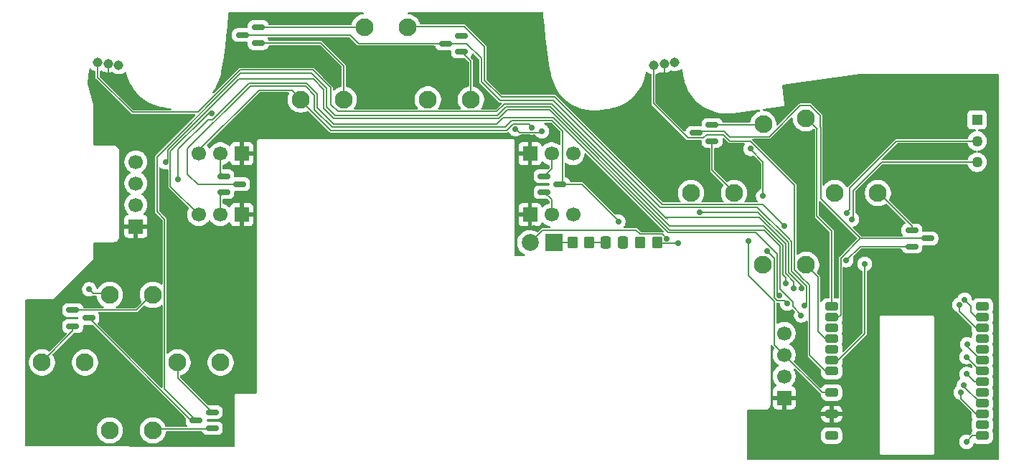
<source format=gbr>
%TF.GenerationSoftware,KiCad,Pcbnew,9.0.6*%
%TF.CreationDate,2025-12-29T09:20:13+01:00*%
%TF.ProjectId,pcb_phone_controller,7063625f-7068-46f6-9e65-5f636f6e7472,rev?*%
%TF.SameCoordinates,Original*%
%TF.FileFunction,Copper,L1,Top*%
%TF.FilePolarity,Positive*%
%FSLAX46Y46*%
G04 Gerber Fmt 4.6, Leading zero omitted, Abs format (unit mm)*
G04 Created by KiCad (PCBNEW 9.0.6) date 2025-12-29 09:20:13*
%MOMM*%
%LPD*%
G01*
G04 APERTURE LIST*
G04 Aperture macros list*
%AMRoundRect*
0 Rectangle with rounded corners*
0 $1 Rounding radius*
0 $2 $3 $4 $5 $6 $7 $8 $9 X,Y pos of 4 corners*
0 Add a 4 corners polygon primitive as box body*
4,1,4,$2,$3,$4,$5,$6,$7,$8,$9,$2,$3,0*
0 Add four circle primitives for the rounded corners*
1,1,$1+$1,$2,$3*
1,1,$1+$1,$4,$5*
1,1,$1+$1,$6,$7*
1,1,$1+$1,$8,$9*
0 Add four rect primitives between the rounded corners*
20,1,$1+$1,$2,$3,$4,$5,0*
20,1,$1+$1,$4,$5,$6,$7,0*
20,1,$1+$1,$6,$7,$8,$9,0*
20,1,$1+$1,$8,$9,$2,$3,0*%
G04 Aperture macros list end*
%TA.AperFunction,ComponentPad*%
%ADD10C,2.100000*%
%TD*%
%TA.AperFunction,SMDPad,CuDef*%
%ADD11RoundRect,0.250000X0.337500X0.475000X-0.337500X0.475000X-0.337500X-0.475000X0.337500X-0.475000X0*%
%TD*%
%TA.AperFunction,ComponentPad*%
%ADD12C,4.500000*%
%TD*%
%TA.AperFunction,ComponentPad*%
%ADD13R,1.700000X1.700000*%
%TD*%
%TA.AperFunction,ComponentPad*%
%ADD14C,1.700000*%
%TD*%
%TA.AperFunction,SMDPad,CuDef*%
%ADD15RoundRect,0.250000X-0.350000X-0.450000X0.350000X-0.450000X0.350000X0.450000X-0.350000X0.450000X0*%
%TD*%
%TA.AperFunction,ComponentPad*%
%ADD16R,1.270000X1.270000*%
%TD*%
%TA.AperFunction,ComponentPad*%
%ADD17C,1.270000*%
%TD*%
%TA.AperFunction,SMDPad,CuDef*%
%ADD18RoundRect,0.150000X0.587500X0.150000X-0.587500X0.150000X-0.587500X-0.150000X0.587500X-0.150000X0*%
%TD*%
%TA.AperFunction,SMDPad,CuDef*%
%ADD19RoundRect,0.150000X-0.587500X-0.150000X0.587500X-0.150000X0.587500X0.150000X-0.587500X0.150000X0*%
%TD*%
%TA.AperFunction,ComponentPad*%
%ADD20C,1.143000*%
%TD*%
%TA.AperFunction,SMDPad,CuDef*%
%ADD21RoundRect,0.250000X-0.500000X0.250000X-0.500000X-0.250000X0.500000X-0.250000X0.500000X0.250000X0*%
%TD*%
%TA.AperFunction,SMDPad,CuDef*%
%ADD22RoundRect,0.250000X0.500000X-0.250000X0.500000X0.250000X-0.500000X0.250000X-0.500000X-0.250000X0*%
%TD*%
%TA.AperFunction,ComponentPad*%
%ADD23R,2.000000X2.000000*%
%TD*%
%TA.AperFunction,ComponentPad*%
%ADD24C,2.000000*%
%TD*%
%TA.AperFunction,ViaPad*%
%ADD25C,0.700000*%
%TD*%
%TA.AperFunction,Conductor*%
%ADD26C,0.200000*%
%TD*%
G04 APERTURE END LIST*
D10*
%TO.P,LEFT1,2,2*%
%TO.N,Column 3*%
X114505876Y-136641938D03*
%TO.P,LEFT1,1,1*%
%TO.N,Net-(D8-Pad2)*%
X109425876Y-136641938D03*
%TD*%
%TO.P,DOWN1,2,2*%
%TO.N,Net-(D7-Pad1)*%
X122505876Y-144641938D03*
%TO.P,DOWN1,1,1*%
%TO.N,Column 0*%
X117425876Y-144641938D03*
%TD*%
%TO.P,Home1,2,2*%
%TO.N,Column 1*%
X152540000Y-97093691D03*
%TO.P,Home1,1,1*%
%TO.N,Net-(D3-Pad2)*%
X147460000Y-97093691D03*
%TD*%
D11*
%TO.P,C1,1*%
%TO.N,Net-(C1-Pad1)*%
X178000000Y-122500000D03*
%TO.P,C1,2*%
%TO.N,Net-(C1-Pad2)*%
X175925000Y-122500000D03*
%TD*%
D10*
%TO.P,Select1,1,1*%
%TO.N,Column 0*%
X139960000Y-105593690D03*
%TO.P,Select1,2,2*%
%TO.N,Net-(D3-Pad1)*%
X145040000Y-105593690D03*
%TD*%
D12*
%TO.P,H2,1,1*%
%TO.N,GND*%
X180500000Y-111750000D03*
%TD*%
D13*
%TO.P,ClickStickR1,1,GND*%
%TO.N,GND*%
X167000000Y-119200000D03*
D14*
%TO.P,ClickStickR1,2,I/O*%
%TO.N,Net-(ClickStickR1-I{slash}O)*%
X169540000Y-119200000D03*
%TO.P,ClickStickR1,3,VCC*%
%TO.N,Column 3*%
X172080000Y-119200000D03*
%TD*%
D15*
%TO.P,R1,1*%
%TO.N,Net-(C1-Pad1)*%
X180000000Y-122500000D03*
%TO.P,R1,2*%
%TO.N,+BAT*%
X182000000Y-122500000D03*
%TD*%
D13*
%TO.P,ClickStickL1,1,GND*%
%TO.N,GND*%
X133000000Y-119200000D03*
D14*
%TO.P,ClickStickL1,2,I/O*%
%TO.N,Net-(ClickStickL1-I{slash}O)*%
X130460000Y-119200000D03*
%TO.P,ClickStickL1,3,VCC*%
%TO.N,Column 1*%
X127920000Y-119200000D03*
%TD*%
D10*
%TO.P,Start1,1,1*%
%TO.N,Column 2*%
X154960000Y-105593690D03*
%TO.P,Start1,2,2*%
%TO.N,Net-(D4-Pad1)*%
X160040000Y-105593690D03*
%TD*%
D16*
%TO.P,SW17,1,1*%
%TO.N,unconnected-(SW17-Pad1)*%
X219750000Y-108000000D03*
D17*
%TO.P,SW17,2,2*%
%TO.N,+BAT*%
X219750000Y-110500000D03*
%TO.P,SW17,3,3*%
%TO.N,Net-(+-1-BAT+)*%
X219750000Y-113000000D03*
%TD*%
D18*
%TO.P,D3,1*%
%TO.N,Net-(D3-Pad1)*%
X134937500Y-98950000D03*
%TO.P,D3,2*%
%TO.N,Net-(D3-Pad2)*%
X134937500Y-97050000D03*
%TO.P,D3,3*%
%TO.N,Row 1*%
X133062500Y-98000000D03*
%TD*%
%TO.P,D7,1*%
%TO.N,Net-(D7-Pad1)*%
X129500000Y-144400000D03*
%TO.P,D7,2*%
%TO.N,Net-(D7-Pad2)*%
X129500000Y-142500000D03*
%TO.P,D7,3*%
%TO.N,Row 3*%
X127625000Y-143450000D03*
%TD*%
D12*
%TO.P,H5,1,1*%
%TO.N,GND*%
X110750000Y-144000000D03*
%TD*%
D19*
%TO.P,D5,1*%
%TO.N,Net-(A1-Pad2)*%
X212062500Y-121050000D03*
%TO.P,D5,2*%
%TO.N,Net-(B1-Pad1)*%
X212062500Y-122950000D03*
%TO.P,D5,3*%
%TO.N,Row 2*%
X213937500Y-122000000D03*
%TD*%
D13*
%TO.P,StickL1,1,GND*%
%TO.N,GND*%
X120500000Y-120580000D03*
D14*
%TO.P,StickL1,2,Y*%
%TO.N,Net-(StickL1-Y)*%
X120500000Y-118040000D03*
%TO.P,StickL1,3,3V3*%
%TO.N,+3.3V*%
X120500000Y-115500000D03*
%TO.P,StickL1,4,X*%
%TO.N,Net-(StickL1-X)*%
X120500000Y-112960000D03*
%TD*%
D20*
%TO.P,TriggerL1,1,VDD*%
%TO.N,+3.3V*%
X118481444Y-101543579D03*
%TO.P,TriggerL1,2,GND*%
%TO.N,GND*%
X117223354Y-101370056D03*
%TO.P,TriggerL1,3,OUT*%
%TO.N,Net-(TriggerL1-OUT)*%
X115965264Y-101196534D03*
%TD*%
D13*
%TO.P,BumperR1,1,GND*%
%TO.N,GND*%
X167000000Y-112000000D03*
D14*
%TO.P,BumperR1,2,I/O*%
%TO.N,Net-(BumperR1-I{slash}O)*%
X169540000Y-112000000D03*
%TO.P,BumperR1,3,VCC*%
%TO.N,Column 2*%
X172080000Y-112000000D03*
%TD*%
D10*
%TO.P,B1,1,1*%
%TO.N,Net-(B1-Pad1)*%
X194494124Y-125127219D03*
%TO.P,B1,2,2*%
%TO.N,Column 1*%
X199574124Y-125127219D03*
%TD*%
D12*
%TO.P,H1,1,1*%
%TO.N,GND*%
X164750000Y-98250000D03*
%TD*%
D18*
%TO.P,D6,1*%
%TO.N,Net-(D6-Pad1)*%
X188500000Y-110500000D03*
%TO.P,D6,2*%
%TO.N,Net-(D6-Pad2)*%
X188500000Y-108600000D03*
%TO.P,D6,3*%
%TO.N,Row 2*%
X186625000Y-109550000D03*
%TD*%
D10*
%TO.P,UP1,1,1*%
%TO.N,Column 2*%
X117425876Y-128641938D03*
%TO.P,UP1,2,2*%
%TO.N,Net-(D8-Pad1)*%
X122505876Y-128641938D03*
%TD*%
%TO.P,X1,1,1*%
%TO.N,Column 2*%
X186008842Y-116641938D03*
%TO.P,X1,2,2*%
%TO.N,Net-(D6-Pad1)*%
X191088842Y-116641938D03*
%TD*%
%TO.P,Y1,1,1*%
%TO.N,Net-(D6-Pad2)*%
X194517950Y-108503745D03*
%TO.P,Y1,2,2*%
%TO.N,Column 3*%
X199550298Y-107809567D03*
%TD*%
D19*
%TO.P,D2,1*%
%TO.N,Net-(BumperR1-I{slash}O)*%
X168662500Y-114650000D03*
%TO.P,D2,2*%
%TO.N,Net-(ClickStickR1-I{slash}O)*%
X168662500Y-116550000D03*
%TO.P,D2,3*%
%TO.N,Row 0*%
X170537500Y-115600000D03*
%TD*%
D13*
%TO.P,BumperL1,1,GND*%
%TO.N,GND*%
X133000000Y-112000000D03*
D14*
%TO.P,BumperL1,2,I/O*%
%TO.N,Net-(BumperL1-I{slash}O)*%
X130460000Y-112000000D03*
%TO.P,BumperL1,3,VCC*%
%TO.N,Column 0*%
X127920000Y-112000000D03*
%TD*%
D20*
%TO.P,TriggerR1,1,VDD*%
%TO.N,+3.3V*%
X184094904Y-101201731D03*
%TO.P,TriggerR1,2,GND*%
%TO.N,GND*%
X182836814Y-101375253D03*
%TO.P,TriggerR1,3,OUT*%
%TO.N,Net-(TriggerR1-OUT)*%
X181578724Y-101548776D03*
%TD*%
D12*
%TO.P,H3,1,1*%
%TO.N,GND*%
X206750000Y-105500000D03*
%TD*%
D13*
%TO.P,StickR1,1,GND*%
%TO.N,GND*%
X197000000Y-140810000D03*
D14*
%TO.P,StickR1,2,Y*%
%TO.N,Net-(StickR1-Y)*%
X197000000Y-138270000D03*
%TO.P,StickR1,3,3V3*%
%TO.N,+3.3V*%
X197000000Y-135730000D03*
%TO.P,StickR1,4,X*%
%TO.N,Net-(StickR1-X)*%
X197000000Y-133190000D03*
%TD*%
D12*
%TO.P,H4,1,1*%
%TO.N,GND*%
X127500000Y-127250000D03*
%TD*%
D19*
%TO.P,D8,1*%
%TO.N,Net-(D8-Pad1)*%
X113062500Y-130450000D03*
%TO.P,D8,2*%
%TO.N,Net-(D8-Pad2)*%
X113062500Y-132350000D03*
%TO.P,D8,3*%
%TO.N,Row 3*%
X114937500Y-131400000D03*
%TD*%
D10*
%TO.P,RIGHT1,1,1*%
%TO.N,Net-(D7-Pad2)*%
X125425876Y-136641938D03*
%TO.P,RIGHT1,2,2*%
%TO.N,Column 1*%
X130505876Y-136641938D03*
%TD*%
D18*
%TO.P,D4,1*%
%TO.N,Net-(D4-Pad1)*%
X158937500Y-99950000D03*
%TO.P,D4,2*%
%TO.N,unconnected-(D4-Pad2)*%
X158937500Y-98050000D03*
%TO.P,D4,3*%
%TO.N,Row 1*%
X157062500Y-99000000D03*
%TD*%
D21*
%TO.P,U1,GND,GND*%
%TO.N,GND*%
X202610000Y-142741871D03*
%TO.P,U1,44,GPIO*%
%TO.N,Column 3*%
X202610000Y-130041871D03*
D22*
%TO.P,U1,43,GPIO*%
%TO.N,unconnected-(U1-GPIO-Pad43)*%
X220390000Y-130041871D03*
%TO.P,U1,42,GPIO*%
%TO.N,unconnected-(U1-GPIO-Pad42)*%
X220390000Y-133851871D03*
%TO.P,U1,41,GPIO*%
%TO.N,Row 3*%
X220390000Y-136391871D03*
%TO.P,U1,40,GPIO*%
%TO.N,Row 1*%
X220390000Y-138931871D03*
%TO.P,U1,39,GPIO*%
%TO.N,Row 0*%
X220390000Y-141471871D03*
%TO.P,U1,38,GPIO*%
%TO.N,unconnected-(U1-GPIO-Pad38)*%
X220390000Y-144011871D03*
D21*
%TO.P,U1,13,GPIO*%
%TO.N,Column 0*%
X202610000Y-136391871D03*
%TO.P,U1,12,GPIO*%
%TO.N,Column 1*%
X202610000Y-133851871D03*
%TO.P,U1,11,GPIO*%
%TO.N,Row 2*%
X202610000Y-131311871D03*
D22*
%TO.P,U1,10,GPIO*%
%TO.N,Net-(C1-Pad1)*%
X220390000Y-131311871D03*
D21*
%TO.P,U1,9,GPIO*%
%TO.N,Net-(TriggerR1-OUT)*%
X202610000Y-137661871D03*
%TO.P,U1,8,GPIO*%
%TO.N,Net-(StickR1-Y)*%
X202610000Y-135121871D03*
%TO.P,U1,7,GPIO*%
%TO.N,Net-(StickR1-X)*%
X202610000Y-132581871D03*
D22*
%TO.P,U1,6,GPIO*%
%TO.N,Net-(TriggerL1-OUT)*%
X220390000Y-132581871D03*
D21*
%TO.P,U1,5V,5V*%
%TO.N,unconnected-(U1-Pad5V)*%
X202610000Y-145281871D03*
D22*
%TO.P,U1,5,GPIO*%
%TO.N,unconnected-(U1-GPIO-Pad5)*%
X220390000Y-135121871D03*
%TO.P,U1,4,GPIO*%
%TO.N,Column 2*%
X220390000Y-137661871D03*
D21*
%TO.P,U1,3V3,3V3*%
%TO.N,+3.3V*%
X202610000Y-140201871D03*
D22*
%TO.P,U1,3,GPIO*%
%TO.N,unconnected-(U1-GPIO-Pad3)*%
X220390000Y-140201871D03*
%TO.P,U1,2,GPIO*%
%TO.N,Net-(StickL1-X)*%
X220390000Y-142741871D03*
%TO.P,U1,1,GPIO*%
%TO.N,Net-(StickL1-Y)*%
X220390000Y-145281871D03*
%TD*%
D15*
%TO.P,R2,1*%
%TO.N,-BATT*%
X172000000Y-122500000D03*
%TO.P,R2,2*%
%TO.N,Net-(C1-Pad2)*%
X174000000Y-122500000D03*
%TD*%
D10*
%TO.P,A1,1,1*%
%TO.N,Column 0*%
X202979405Y-116641938D03*
%TO.P,A1,2,2*%
%TO.N,Net-(A1-Pad2)*%
X208059405Y-116641938D03*
%TD*%
D23*
%TO.P,+-1,1,BAT-*%
%TO.N,-BATT*%
X169800000Y-122500000D03*
D24*
%TO.P,+-1,2,BAT+*%
%TO.N,Net-(+-1-BAT+)*%
X167000000Y-122500000D03*
%TD*%
D19*
%TO.P,D1,1*%
%TO.N,Net-(BumperL1-I{slash}O)*%
X130862500Y-114650000D03*
%TO.P,D1,2*%
%TO.N,Net-(ClickStickL1-I{slash}O)*%
X130862500Y-116550000D03*
%TO.P,D1,3*%
%TO.N,Row 0*%
X132737500Y-115600000D03*
%TD*%
D25*
%TO.N,GND*%
X193000000Y-113000000D03*
X120000000Y-105500000D03*
X214000000Y-112000000D03*
X174500000Y-115500000D03*
X121000000Y-109000000D03*
X178500000Y-118500000D03*
X183443558Y-117169323D03*
X207000000Y-137500000D03*
X199500000Y-145500000D03*
%TO.N,Net-(StickL1-Y)*%
X125500000Y-115000000D03*
%TO.N,Net-(StickL1-X)*%
X124000000Y-113000000D03*
%TO.N,Net-(TriggerL1-OUT)*%
X217652667Y-129847333D03*
%TO.N,Net-(StickL1-X)*%
X217824065Y-140175935D03*
%TO.N,Net-(StickL1-Y)*%
X218500000Y-146000000D03*
%TO.N,Row 0*%
X218209065Y-139290935D03*
%TO.N,Net-(C1-Pad1)*%
X218289065Y-129210935D03*
%TO.N,Row 1*%
X218500000Y-138000000D03*
%TO.N,Column 2*%
X218500000Y-136000000D03*
%TO.N,Row 3*%
X218577000Y-134500000D03*
%TO.N,+3.3V*%
X192790189Y-122267000D03*
%TO.N,Row 1*%
X199423000Y-129905000D03*
%TO.N,Net-(StickR1-Y)*%
X202610000Y-135121871D03*
%TO.N,Net-(StickR1-X)*%
X202610000Y-132581871D03*
%TO.N,Net-(StickL1-X)*%
X199000000Y-131077000D03*
%TO.N,Row 0*%
X197341999Y-129658001D03*
%TO.N,+BAT*%
X184500000Y-122595000D03*
%TO.N,Net-(StickL1-Y)*%
X196422124Y-128738125D03*
%TO.N,Row 3*%
X197158001Y-127341999D03*
%TO.N,Net-(TriggerL1-OUT)*%
X198139932Y-127860068D03*
%TO.N,Net-(C1-Pad1)*%
X199047933Y-127923000D03*
%TO.N,Column 0*%
X167250000Y-108900000D03*
X206500000Y-125000000D03*
%TO.N,Net-(B1-Pad1)*%
X204330500Y-124569500D03*
%TO.N,Column 1*%
X197000000Y-120500000D03*
X129424875Y-107220000D03*
%TO.N,Net-(C1-Pad1)*%
X178000000Y-122500000D03*
X187000000Y-118905000D03*
X180000000Y-122500000D03*
%TO.N,Row 0*%
X177422000Y-120000000D03*
X195000000Y-123500000D03*
%TO.N,GND*%
X190425000Y-113900000D03*
X122475000Y-130875000D03*
X180750000Y-107000000D03*
X220400000Y-124700000D03*
X183000000Y-103000000D03*
X134450000Y-109650000D03*
X167500000Y-120750000D03*
X167000000Y-110250000D03*
X170000000Y-109500000D03*
X165800000Y-114750000D03*
X150325000Y-100050000D03*
X151800000Y-103800000D03*
X133700000Y-114400000D03*
X204000000Y-122000000D03*
X117000000Y-103000000D03*
X208200000Y-124600000D03*
X199275000Y-110075000D03*
X162250000Y-105500000D03*
X128500000Y-121250000D03*
X199750000Y-118250000D03*
X172900000Y-107300000D03*
X143900000Y-103100000D03*
X137000000Y-105800000D03*
%TO.N,+BAT*%
X204400000Y-118967177D03*
%TO.N,Column 2*%
X168400000Y-109338068D03*
X115000000Y-128000000D03*
X165303470Y-109105000D03*
%TO.N,+3.3V*%
X194500000Y-117000000D03*
X193000000Y-111423000D03*
%TO.N,Net-(+-1-BAT+)*%
X205000000Y-119750000D03*
X183150000Y-122018000D03*
%TD*%
D26*
%TO.N,Net-(C1-Pad1)*%
X199047933Y-127923000D02*
X199047933Y-127547933D01*
X199047933Y-127547933D02*
X197500000Y-126000000D01*
X197500000Y-126000000D02*
X197500000Y-122500000D01*
X193905000Y-118905000D02*
X187000000Y-118905000D01*
X197500000Y-122500000D02*
X193905000Y-118905000D01*
%TO.N,Net-(StickL1-Y)*%
X183333176Y-121328000D02*
X193645416Y-121328000D01*
X163092224Y-108500000D02*
X163816224Y-107776000D01*
X143860997Y-108500000D02*
X163092224Y-108500000D01*
X196173124Y-128489125D02*
X196422124Y-128738125D01*
X141923000Y-106562003D02*
X143860997Y-108500000D01*
X125500000Y-115000000D02*
X125500000Y-111500000D01*
X141923000Y-104959138D02*
X141923000Y-106562003D01*
X140635862Y-103672000D02*
X141923000Y-104959138D01*
X133864138Y-103672000D02*
X140635862Y-103672000D01*
X129536138Y-108000000D02*
X133864138Y-103672000D01*
X169781176Y-107776000D02*
X183333176Y-121328000D01*
X125500000Y-111500000D02*
X129000000Y-108000000D01*
X163816224Y-107776000D02*
X169781176Y-107776000D01*
X129000000Y-108000000D02*
X129536138Y-108000000D01*
X193645416Y-121328000D02*
X196173124Y-123855708D01*
X196173124Y-123855708D02*
X196173124Y-128489125D01*
%TO.N,Net-(StickL1-X)*%
X183469038Y-121000000D02*
X194608414Y-121000000D01*
X163300362Y-107828000D02*
X164300362Y-106828000D01*
X164300362Y-106828000D02*
X169297038Y-106828000D01*
X143864138Y-107828000D02*
X163300362Y-107828000D01*
X142672000Y-104402962D02*
X142672000Y-106635862D01*
X141441038Y-103172000D02*
X142672000Y-104402962D01*
X198000000Y-129500000D02*
X198000000Y-130000000D01*
X194608414Y-121000000D02*
X196501124Y-122892710D01*
X142672000Y-106635862D02*
X143864138Y-107828000D01*
X132655724Y-103172000D02*
X141441038Y-103172000D01*
X124250000Y-111577724D02*
X132655724Y-103172000D01*
X169297038Y-106828000D02*
X183469038Y-121000000D01*
X124250000Y-112750000D02*
X124250000Y-111577724D01*
X198000000Y-130000000D02*
X199000000Y-131000000D01*
X124000000Y-113000000D02*
X124250000Y-112750000D01*
X196501124Y-122892710D02*
X196501124Y-128001124D01*
X196501124Y-128001124D02*
X198000000Y-129500000D01*
X199000000Y-131000000D02*
X199000000Y-131077000D01*
%TO.N,Row 0*%
X126600000Y-114400000D02*
X127800000Y-115600000D01*
X141595000Y-105095000D02*
X140500000Y-104000000D01*
X126600000Y-111400000D02*
X126600000Y-114400000D01*
X140500000Y-104000000D02*
X134000000Y-104000000D01*
X143649897Y-108856000D02*
X141595000Y-106801103D01*
X164076900Y-108856000D02*
X143649897Y-108856000D01*
X134000000Y-104000000D02*
X126600000Y-111400000D01*
X141595000Y-106801103D02*
X141595000Y-105095000D01*
X127800000Y-115600000D02*
X132737500Y-115600000D01*
X169604000Y-108104000D02*
X164828900Y-108104000D01*
X170837500Y-109337500D02*
X169604000Y-108104000D01*
X170537500Y-115600000D02*
X170837500Y-115300000D01*
X170837500Y-115300000D02*
X170837500Y-109337500D01*
X164828900Y-108104000D02*
X164076900Y-108856000D01*
%TO.N,Column 0*%
X127920000Y-112000000D02*
X127920000Y-111580000D01*
X127920000Y-111580000D02*
X134998000Y-104502000D01*
X134998000Y-104502000D02*
X138962000Y-104502000D01*
X139960000Y-105500000D02*
X139960000Y-105733203D01*
X138962000Y-104502000D02*
X139960000Y-105500000D01*
X139960000Y-105733203D02*
X143483797Y-109257000D01*
X143483797Y-109257000D02*
X164243000Y-109257000D01*
X164243000Y-109257000D02*
X164995000Y-108505000D01*
X164995000Y-108505000D02*
X166855000Y-108505000D01*
X166855000Y-108505000D02*
X167250000Y-108900000D01*
%TO.N,Row 3*%
X143000000Y-106500000D02*
X143000000Y-104267100D01*
X194572276Y-120500000D02*
X183432900Y-120500000D01*
X169432900Y-106500000D02*
X164164500Y-106500000D01*
X144000000Y-107500000D02*
X143000000Y-106500000D01*
X163164500Y-107500000D02*
X144000000Y-107500000D01*
X196844000Y-122771724D02*
X194572276Y-120500000D01*
X197158001Y-126585725D02*
X196844000Y-126271724D01*
X123000000Y-118847100D02*
X123891000Y-119738100D01*
X196844000Y-126271724D02*
X196844000Y-122771724D01*
X164164500Y-106500000D02*
X163164500Y-107500000D01*
X196968721Y-127341999D02*
X197158001Y-127152719D01*
X197158001Y-127152719D02*
X197158001Y-126585725D01*
X183432900Y-120500000D02*
X169432900Y-106500000D01*
X123891000Y-119738100D02*
X123891000Y-139716000D01*
X197158001Y-127341999D02*
X196968721Y-127341999D01*
X123891000Y-139716000D02*
X127625000Y-143450000D01*
X143000000Y-104267100D02*
X141229900Y-102497000D01*
X141229900Y-102497000D02*
X132866862Y-102497000D01*
X132866862Y-102497000D02*
X123000000Y-112363862D01*
X123000000Y-112363862D02*
X123000000Y-118847100D01*
%TO.N,Column 1*%
X124578000Y-113239416D02*
X124578000Y-115858000D01*
X124578000Y-115858000D02*
X127920000Y-119200000D01*
X129424875Y-107220000D02*
X129071586Y-107220000D01*
X129071586Y-107220000D02*
X124578000Y-111713586D01*
X124578000Y-111713586D02*
X124578000Y-113239416D01*
%TO.N,Net-(TriggerL1-OUT)*%
X115965264Y-101196534D02*
X116000000Y-101231270D01*
X116000000Y-101231270D02*
X116000000Y-103000000D01*
X116000000Y-103000000D02*
X120100000Y-107100000D01*
X132804000Y-102096000D02*
X141396000Y-102096000D01*
X143500000Y-106185302D02*
X144314698Y-107000000D01*
X120100000Y-107100000D02*
X127800000Y-107100000D01*
X127800000Y-107100000D02*
X132804000Y-102096000D01*
X143500000Y-104200000D02*
X143500000Y-106185302D01*
X141396000Y-102096000D02*
X143500000Y-104200000D01*
X144314698Y-107000000D02*
X163097400Y-107000000D01*
X163097400Y-107000000D02*
X163998400Y-106099000D01*
X163998400Y-106099000D02*
X169599000Y-106099000D01*
X169599000Y-106099000D02*
X183000000Y-119500000D01*
%TO.N,Net-(TriggerR1-OUT)*%
X199000000Y-126463698D02*
X199000000Y-126500000D01*
X198223124Y-125686822D02*
X199000000Y-126463698D01*
X190603238Y-110500000D02*
X193000000Y-110500000D01*
X198189000Y-125189000D02*
X198223124Y-125223124D01*
X198189000Y-115689000D02*
X198189000Y-125189000D01*
X193000000Y-110500000D02*
X198189000Y-115689000D01*
X181578724Y-106078724D02*
X185651000Y-110151000D01*
X181578724Y-101548776D02*
X181578724Y-106078724D01*
X198223124Y-125223124D02*
X198223124Y-125686822D01*
X189855238Y-109752000D02*
X190603238Y-110500000D01*
X187868532Y-109752000D02*
X189855238Y-109752000D01*
X187469532Y-110151000D02*
X187868532Y-109752000D01*
X185651000Y-110151000D02*
X187469532Y-110151000D01*
X199000000Y-126500000D02*
X200000000Y-127500000D01*
X200000000Y-127500000D02*
X200000000Y-135801871D01*
X200000000Y-135801871D02*
X201860000Y-137661871D01*
X201860000Y-137661871D02*
X202610000Y-137661871D01*
%TO.N,+3.3V*%
X193000000Y-111423000D02*
X193000000Y-111500000D01*
X193000000Y-111500000D02*
X194500000Y-113000000D01*
X194500000Y-113000000D02*
X194500000Y-117000000D01*
%TO.N,Row 2*%
X206000000Y-122000000D02*
X201292000Y-117292000D01*
X201250000Y-107476134D02*
X200075777Y-106301911D01*
X201292000Y-117292000D02*
X201292000Y-108861637D01*
X201292000Y-108861637D02*
X201250000Y-108819637D01*
X201250000Y-108819637D02*
X201250000Y-107476134D01*
X200075777Y-106301911D02*
X198903414Y-106301911D01*
X189918100Y-109351000D02*
X186824000Y-109351000D01*
X186824000Y-109351000D02*
X186625000Y-109550000D01*
X198903414Y-106301911D02*
X195205325Y-110000000D01*
X195205325Y-110000000D02*
X190567100Y-110000000D01*
X190567100Y-110000000D02*
X189918100Y-109351000D01*
%TO.N,Net-(StickL1-Y)*%
X219218129Y-145281871D02*
X220390000Y-145281871D01*
X218500000Y-146000000D02*
X219218129Y-145281871D01*
%TO.N,Net-(StickL1-X)*%
X217824065Y-140175935D02*
X217824065Y-140925936D01*
X219640000Y-142741871D02*
X220390000Y-142741871D01*
X217824065Y-140925936D02*
X219640000Y-142741871D01*
%TO.N,Row 0*%
X218209065Y-139290935D02*
X218209065Y-139453858D01*
X218209065Y-139453858D02*
X220227078Y-141471871D01*
X220227078Y-141471871D02*
X220390000Y-141471871D01*
%TO.N,Row 1*%
X218500000Y-138000000D02*
X219431871Y-138931871D01*
X219431871Y-138931871D02*
X220390000Y-138931871D01*
%TO.N,Column 2*%
X218500000Y-136000000D02*
X220161871Y-137661871D01*
X220161871Y-137661871D02*
X220390000Y-137661871D01*
%TO.N,Row 3*%
X218577000Y-134500000D02*
X218577000Y-134741793D01*
X218577000Y-134741793D02*
X220227078Y-136391871D01*
X220227078Y-136391871D02*
X220390000Y-136391871D01*
%TO.N,Net-(TriggerL1-OUT)*%
X217652667Y-129847333D02*
X217652667Y-130594538D01*
X217652667Y-130594538D02*
X219640000Y-132581871D01*
X219640000Y-132581871D02*
X220390000Y-132581871D01*
%TO.N,Net-(C1-Pad1)*%
X218289065Y-129210935D02*
X218289065Y-129289065D01*
X218289065Y-129289065D02*
X219000000Y-130000000D01*
X219000000Y-130000000D02*
X219000000Y-130671871D01*
X219640000Y-131311871D02*
X220390000Y-131311871D01*
X219000000Y-130671871D02*
X219640000Y-131311871D01*
%TO.N,+3.3V*%
X192790189Y-122267000D02*
X192790189Y-126387468D01*
X192790189Y-126387468D02*
X195849000Y-129446279D01*
X195849000Y-129446279D02*
X195849000Y-134579000D01*
X195849000Y-134579000D02*
X197000000Y-135730000D01*
%TO.N,Row 0*%
X195844124Y-128498709D02*
X195844124Y-128977541D01*
X195845124Y-128497709D02*
X195844124Y-128498709D01*
X195845124Y-124345124D02*
X195845124Y-128497709D01*
X195000000Y-123500000D02*
X195845124Y-124345124D01*
X195844124Y-128977541D02*
X196182708Y-129316125D01*
X196182708Y-129316125D02*
X197000123Y-129316125D01*
X197000123Y-129316125D02*
X197341999Y-129658001D01*
%TO.N,Net-(TriggerL1-OUT)*%
X198139932Y-127860068D02*
X198139932Y-127103794D01*
X198139932Y-127103794D02*
X197172000Y-126135862D01*
X197172000Y-126135862D02*
X197172000Y-122635862D01*
X197172000Y-122635862D02*
X194036138Y-119500000D01*
X194036138Y-119500000D02*
X183000000Y-119500000D01*
%TO.N,Column 1*%
X199574124Y-125127219D02*
X201000000Y-126553095D01*
X201000000Y-126553095D02*
X201000000Y-132991871D01*
X201000000Y-132991871D02*
X201860000Y-133851871D01*
X201860000Y-133851871D02*
X202610000Y-133851871D01*
%TO.N,Row 1*%
X199625933Y-129874067D02*
X199625933Y-127625933D01*
X199423000Y-129905000D02*
X199595000Y-129905000D01*
X199595000Y-129905000D02*
X199625933Y-129874067D01*
X199625933Y-127625933D02*
X199500000Y-127500000D01*
X197861000Y-125861000D02*
X199500000Y-127500000D01*
X199500000Y-127500000D02*
X199672000Y-127672000D01*
X197861000Y-122361000D02*
X197861000Y-125861000D01*
X197500000Y-122000000D02*
X197861000Y-122361000D01*
%TO.N,Column 0*%
X206500000Y-125000000D02*
X206500000Y-133251871D01*
X206500000Y-133251871D02*
X203360000Y-136391871D01*
X203360000Y-136391871D02*
X202610000Y-136391871D01*
%TO.N,Row 2*%
X203661000Y-124339000D02*
X203661000Y-131010871D01*
X203360000Y-131311871D02*
X202610000Y-131311871D01*
X203661000Y-131010871D02*
X203360000Y-131311871D01*
%TO.N,+3.3V*%
X202610000Y-140201871D02*
X201471871Y-140201871D01*
X201471871Y-140201871D02*
X197000000Y-135730000D01*
%TO.N,Row 1*%
X197500000Y-122000000D02*
X193828000Y-118328000D01*
X193828000Y-118328000D02*
X182395100Y-118328000D01*
X161250000Y-100750000D02*
X159500000Y-99000000D01*
X182395100Y-118328000D02*
X169765100Y-105698000D01*
X169765100Y-105698000D02*
X163448000Y-105698000D01*
X161250000Y-103500000D02*
X161250000Y-100750000D01*
X163448000Y-105698000D02*
X161250000Y-103500000D01*
X159500000Y-99000000D02*
X157062500Y-99000000D01*
%TO.N,Column 1*%
X197000000Y-120500000D02*
X194500000Y-118000000D01*
X194500000Y-118000000D02*
X182634200Y-118000000D01*
X169931200Y-105297000D02*
X163614100Y-105297000D01*
X182634200Y-118000000D02*
X169931200Y-105297000D01*
X163614100Y-105297000D02*
X161651000Y-103333900D01*
X161651000Y-103333900D02*
X161651000Y-99384032D01*
X161651000Y-99384032D02*
X159266968Y-97000000D01*
X159266968Y-97000000D02*
X152540000Y-97000000D01*
%TO.N,Net-(TriggerL1-OUT)*%
X183000000Y-119500000D02*
X183172000Y-119672000D01*
%TO.N,Column 3*%
X199516174Y-107652911D02*
X200863263Y-109000000D01*
X200863263Y-109000000D02*
X200863263Y-119363263D01*
X200863263Y-119363263D02*
X202610000Y-121110000D01*
X202610000Y-121110000D02*
X202610000Y-130041871D01*
%TO.N,Net-(A1-Pad2)*%
X208040000Y-116500000D02*
X212062500Y-120522500D01*
X212062500Y-120522500D02*
X212062500Y-121050000D01*
%TO.N,Net-(B1-Pad1)*%
X205950000Y-122950000D02*
X212062500Y-122950000D01*
X204330500Y-124569500D02*
X205950000Y-122950000D01*
%TO.N,Net-(C1-Pad2)*%
X174000000Y-122500000D02*
X175925000Y-122500000D01*
%TO.N,Row 0*%
X177422000Y-120000000D02*
X177422000Y-119897000D01*
X173125000Y-115600000D02*
X170537500Y-115600000D01*
X177422000Y-119897000D02*
X173125000Y-115600000D01*
%TO.N,Net-(BumperL1-I{slash}O)*%
X130460000Y-112000000D02*
X130460000Y-114247500D01*
X130460000Y-114247500D02*
X130862500Y-114650000D01*
%TO.N,Net-(D3-Pad1)*%
X134937500Y-98950000D02*
X142350000Y-98950000D01*
X142350000Y-98950000D02*
X145040000Y-101640000D01*
X145040000Y-101640000D02*
X145040000Y-105500000D01*
%TO.N,Row 1*%
X146781250Y-99000000D02*
X157062500Y-99000000D01*
X145781250Y-98000000D02*
X146781250Y-99000000D01*
X133062500Y-98000000D02*
X145781250Y-98000000D01*
%TO.N,Net-(D3-Pad2)*%
X147410000Y-97050000D02*
X147460000Y-97000000D01*
X134937500Y-97050000D02*
X147410000Y-97050000D01*
%TO.N,Net-(D4-Pad1)*%
X160040000Y-105500000D02*
X160040000Y-101052500D01*
X160040000Y-101052500D02*
X158937500Y-99950000D01*
%TO.N,Row 2*%
X203661000Y-124339000D02*
X206000000Y-122000000D01*
X206000000Y-122000000D02*
X213937500Y-122000000D01*
%TO.N,Net-(D6-Pad1)*%
X188500000Y-113960000D02*
X191040000Y-116500000D01*
X188500000Y-110500000D02*
X188500000Y-113960000D01*
%TO.N,Net-(D6-Pad2)*%
X188500000Y-108600000D02*
X194230915Y-108600000D01*
X194230915Y-108600000D02*
X194483826Y-108347089D01*
X193860000Y-108600000D02*
X194460000Y-108000000D01*
%TO.N,Net-(D7-Pad2)*%
X129500000Y-142500000D02*
X125460000Y-138460000D01*
X125460000Y-138460000D02*
X125460000Y-136500000D01*
%TO.N,Row 3*%
X126987500Y-143450000D02*
X127625000Y-143450000D01*
X114937500Y-131400000D02*
X126987500Y-143450000D01*
%TO.N,Net-(D7-Pad1)*%
X129400000Y-144500000D02*
X129500000Y-144400000D01*
X122540000Y-144500000D02*
X129400000Y-144500000D01*
%TO.N,Net-(D8-Pad1)*%
X120590000Y-130450000D02*
X122540000Y-128500000D01*
X113062500Y-130450000D02*
X120590000Y-130450000D01*
%TO.N,Net-(D8-Pad2)*%
X113062500Y-132897500D02*
X113062500Y-132350000D01*
X109460000Y-136500000D02*
X113062500Y-132897500D01*
%TO.N,GND*%
X117000000Y-103000000D02*
X117223354Y-102776646D01*
X117223354Y-101761013D02*
X117140453Y-101678112D01*
X182836814Y-102836814D02*
X182836814Y-101699639D01*
X182836814Y-101699639D02*
X182883090Y-101653363D01*
X117223354Y-102776646D02*
X117223354Y-101761013D01*
X183000000Y-103000000D02*
X182836814Y-102836814D01*
%TO.N,Column 3*%
X200863263Y-109000000D02*
X200891000Y-109027737D01*
%TO.N,+BAT*%
X204750000Y-116000000D02*
X210250000Y-110500000D01*
X204400000Y-118967177D02*
X204750000Y-118617177D01*
X204750000Y-118617177D02*
X204750000Y-116000000D01*
X210250000Y-110500000D02*
X219750000Y-110500000D01*
%TO.N,-BATT*%
X172000000Y-122500000D02*
X169750000Y-122500000D01*
%TO.N,Column 2*%
X168238068Y-109500000D02*
X165750000Y-109500000D01*
X165750000Y-109500000D02*
X165355000Y-109105000D01*
X168400000Y-109338068D02*
X168238068Y-109500000D01*
X117460000Y-128500000D02*
X115500000Y-128500000D01*
X115500000Y-128500000D02*
X115000000Y-128000000D01*
X165355000Y-109105000D02*
X165303470Y-109105000D01*
%TO.N,+3.3V*%
X184091950Y-101239397D02*
X184094904Y-101242351D01*
X184141180Y-101479841D02*
X184091950Y-101430611D01*
X118349313Y-101611191D02*
X118481444Y-101743322D01*
X184091950Y-101430611D02*
X184091950Y-101239397D01*
%TO.N,Net-(ClickStickL1-I{slash}O)*%
X130460000Y-116952500D02*
X130862500Y-116550000D01*
X130460000Y-119200000D02*
X130460000Y-116952500D01*
%TO.N,Net-(BumperR1-I{slash}O)*%
X169540000Y-113772500D02*
X169540000Y-112000000D01*
X168662500Y-114650000D02*
X169540000Y-113772500D01*
%TO.N,Net-(ClickStickR1-I{slash}O)*%
X169540000Y-117427500D02*
X169540000Y-119200000D01*
X168662500Y-116550000D02*
X169540000Y-117427500D01*
%TO.N,Net-(+-1-BAT+)*%
X180000000Y-121500000D02*
X179500000Y-121000000D01*
X179500000Y-121000000D02*
X168500000Y-121000000D01*
X168500000Y-121000000D02*
X167000000Y-122500000D01*
X183150000Y-122018000D02*
X182632000Y-121500000D01*
X182632000Y-121500000D02*
X180000000Y-121500000D01*
%TO.N,+BAT*%
X184500000Y-122595000D02*
X182100898Y-122595000D01*
X182100898Y-122595000D02*
X182002949Y-122497051D01*
%TO.N,Net-(+-1-BAT+)*%
X205000000Y-119750000D02*
X205151000Y-119599000D01*
X205151000Y-116349000D02*
X208500000Y-113000000D01*
X205151000Y-119599000D02*
X205151000Y-116349000D01*
X208500000Y-113000000D02*
X219750000Y-113000000D01*
%TD*%
%TA.AperFunction,Conductor*%
%TO.N,GND*%
G36*
X222271168Y-102627802D02*
G01*
X222316923Y-102680606D01*
X222328129Y-102732117D01*
X222328129Y-148017438D01*
X222308444Y-148084477D01*
X222255640Y-148130232D01*
X222204129Y-148141438D01*
X192708624Y-148141438D01*
X192641585Y-148121753D01*
X192595830Y-148068949D01*
X192584624Y-148017438D01*
X192584624Y-144981854D01*
X201359500Y-144981854D01*
X201359500Y-145581872D01*
X201359501Y-145581890D01*
X201370000Y-145684667D01*
X201370001Y-145684670D01*
X201416368Y-145824593D01*
X201425186Y-145851205D01*
X201517288Y-146000527D01*
X201641344Y-146124583D01*
X201790666Y-146216685D01*
X201957203Y-146271870D01*
X202059991Y-146282371D01*
X203160008Y-146282370D01*
X203160016Y-146282369D01*
X203160019Y-146282369D01*
X203216302Y-146276619D01*
X203262797Y-146271870D01*
X203429334Y-146216685D01*
X203578656Y-146124583D01*
X203702712Y-146000527D01*
X203794814Y-145851205D01*
X203849999Y-145684668D01*
X203860500Y-145581880D01*
X203860499Y-144981863D01*
X203857434Y-144951862D01*
X203849999Y-144879074D01*
X203849998Y-144879071D01*
X203824879Y-144803268D01*
X203794814Y-144712537D01*
X203702712Y-144563215D01*
X203578656Y-144439159D01*
X203429334Y-144347057D01*
X203262797Y-144291872D01*
X203262795Y-144291871D01*
X203160010Y-144281371D01*
X202059998Y-144281371D01*
X202059980Y-144281372D01*
X201957203Y-144291871D01*
X201957200Y-144291872D01*
X201790668Y-144347056D01*
X201790663Y-144347058D01*
X201641342Y-144439160D01*
X201517289Y-144563213D01*
X201425187Y-144712534D01*
X201425185Y-144712539D01*
X201413705Y-144747185D01*
X201370001Y-144879074D01*
X201370001Y-144879075D01*
X201370000Y-144879075D01*
X201359500Y-144981854D01*
X192584624Y-144981854D01*
X192584624Y-143041857D01*
X201360001Y-143041857D01*
X201370494Y-143144568D01*
X201425641Y-143310990D01*
X201425643Y-143310995D01*
X201517684Y-143460216D01*
X201641654Y-143584186D01*
X201790875Y-143676227D01*
X201790880Y-143676229D01*
X201957302Y-143731376D01*
X201957309Y-143731377D01*
X202060019Y-143741870D01*
X202359999Y-143741870D01*
X202860000Y-143741870D01*
X203159972Y-143741870D01*
X203159986Y-143741869D01*
X203262697Y-143731376D01*
X203429119Y-143676229D01*
X203429124Y-143676227D01*
X203578345Y-143584186D01*
X203702315Y-143460216D01*
X203794356Y-143310995D01*
X203794358Y-143310990D01*
X203849505Y-143144568D01*
X203849506Y-143144561D01*
X203859999Y-143041857D01*
X203860000Y-143041844D01*
X203860000Y-142991871D01*
X202860000Y-142991871D01*
X202860000Y-143741870D01*
X202359999Y-143741870D01*
X202360000Y-143741869D01*
X202360000Y-142991871D01*
X201360001Y-142991871D01*
X201360001Y-143041857D01*
X192584624Y-143041857D01*
X192584624Y-142441884D01*
X201360000Y-142441884D01*
X201360000Y-142491871D01*
X202360000Y-142491871D01*
X202860000Y-142491871D01*
X203859999Y-142491871D01*
X203859999Y-142441899D01*
X203859998Y-142441884D01*
X203849505Y-142339173D01*
X203794358Y-142172751D01*
X203794356Y-142172746D01*
X203702315Y-142023525D01*
X203578345Y-141899555D01*
X203429124Y-141807514D01*
X203429119Y-141807512D01*
X203262697Y-141752365D01*
X203262690Y-141752364D01*
X203159986Y-141741871D01*
X202860000Y-141741871D01*
X202860000Y-142491871D01*
X202360000Y-142491871D01*
X202360000Y-141741871D01*
X202060028Y-141741871D01*
X202060012Y-141741872D01*
X201957302Y-141752365D01*
X201790880Y-141807512D01*
X201790875Y-141807514D01*
X201641654Y-141899555D01*
X201517684Y-142023525D01*
X201425643Y-142172746D01*
X201425641Y-142172751D01*
X201370494Y-142339173D01*
X201370493Y-142339180D01*
X201360000Y-142441884D01*
X192584624Y-142441884D01*
X192584624Y-142366438D01*
X192604309Y-142299399D01*
X192657113Y-142253644D01*
X192708624Y-142242438D01*
X194632407Y-142242438D01*
X194632439Y-142242440D01*
X194644248Y-142242439D01*
X194644250Y-142242440D01*
X194684132Y-142242438D01*
X194724005Y-142242438D01*
X194736940Y-142242438D01*
X194737092Y-142242422D01*
X194753120Y-142242422D01*
X194753123Y-142242422D01*
X194888451Y-142215499D01*
X195015928Y-142162694D01*
X195130655Y-142086036D01*
X195228223Y-141988470D01*
X195304885Y-141873745D01*
X195357693Y-141746270D01*
X195384620Y-141610942D01*
X195384621Y-141581824D01*
X195384624Y-141581819D01*
X195384624Y-141541922D01*
X195384627Y-141502070D01*
X195384626Y-141502068D01*
X195384627Y-141490948D01*
X195384624Y-141490902D01*
X195384624Y-134675774D01*
X195404309Y-134608735D01*
X195457113Y-134562980D01*
X195526271Y-134553036D01*
X195589827Y-134582061D01*
X195623184Y-134628318D01*
X195656135Y-134707868D01*
X195656136Y-134707869D01*
X195823606Y-134875340D01*
X195857091Y-134936663D01*
X195852107Y-135006355D01*
X195846410Y-135019316D01*
X195748444Y-135211585D01*
X195682753Y-135413760D01*
X195653709Y-135597137D01*
X195649500Y-135623713D01*
X195649500Y-135836287D01*
X195659534Y-135899644D01*
X195662161Y-135916228D01*
X195682754Y-136046243D01*
X195748333Y-136248074D01*
X195748444Y-136248414D01*
X195844951Y-136437820D01*
X195969890Y-136609786D01*
X196120213Y-136760109D01*
X196292182Y-136885050D01*
X196300946Y-136889516D01*
X196351742Y-136937491D01*
X196368536Y-137005312D01*
X196345998Y-137071447D01*
X196300946Y-137110484D01*
X196292182Y-137114949D01*
X196120213Y-137239890D01*
X195969890Y-137390213D01*
X195844951Y-137562179D01*
X195748444Y-137751585D01*
X195682753Y-137953760D01*
X195650998Y-138154257D01*
X195649500Y-138163713D01*
X195649500Y-138376287D01*
X195682754Y-138586243D01*
X195737165Y-138753703D01*
X195748444Y-138788414D01*
X195844951Y-138977820D01*
X195969890Y-139149786D01*
X196083818Y-139263714D01*
X196117303Y-139325037D01*
X196112319Y-139394729D01*
X196070447Y-139450662D01*
X196039471Y-139467577D01*
X195907912Y-139516646D01*
X195907906Y-139516649D01*
X195792812Y-139602809D01*
X195792809Y-139602812D01*
X195706649Y-139717906D01*
X195706645Y-139717913D01*
X195656403Y-139852620D01*
X195656401Y-139852627D01*
X195650000Y-139912155D01*
X195650000Y-140560000D01*
X196566988Y-140560000D01*
X196534075Y-140617007D01*
X196500000Y-140744174D01*
X196500000Y-140875826D01*
X196534075Y-141002993D01*
X196566988Y-141060000D01*
X195650000Y-141060000D01*
X195650000Y-141707844D01*
X195656401Y-141767372D01*
X195656403Y-141767379D01*
X195706645Y-141902086D01*
X195706649Y-141902093D01*
X195792809Y-142017187D01*
X195792812Y-142017190D01*
X195907906Y-142103350D01*
X195907913Y-142103354D01*
X196042620Y-142153596D01*
X196042627Y-142153598D01*
X196102155Y-142159999D01*
X196102172Y-142160000D01*
X196750000Y-142160000D01*
X196750000Y-141243012D01*
X196807007Y-141275925D01*
X196934174Y-141310000D01*
X197065826Y-141310000D01*
X197192993Y-141275925D01*
X197250000Y-141243012D01*
X197250000Y-142160000D01*
X197897828Y-142160000D01*
X197897844Y-142159999D01*
X197957372Y-142153598D01*
X197957379Y-142153596D01*
X198092086Y-142103354D01*
X198092093Y-142103350D01*
X198207187Y-142017190D01*
X198207190Y-142017187D01*
X198293350Y-141902093D01*
X198293354Y-141902086D01*
X198343596Y-141767379D01*
X198343598Y-141767372D01*
X198349999Y-141707844D01*
X198350000Y-141707827D01*
X198350000Y-141060000D01*
X197433012Y-141060000D01*
X197465925Y-141002993D01*
X197500000Y-140875826D01*
X197500000Y-140744174D01*
X197465925Y-140617007D01*
X197433012Y-140560000D01*
X198350000Y-140560000D01*
X198350000Y-139912172D01*
X198349999Y-139912155D01*
X198343598Y-139852627D01*
X198343596Y-139852620D01*
X198293354Y-139717913D01*
X198293350Y-139717906D01*
X198207190Y-139602812D01*
X198207187Y-139602809D01*
X198092093Y-139516649D01*
X198092088Y-139516646D01*
X197960528Y-139467577D01*
X197904595Y-139425705D01*
X197880178Y-139360241D01*
X197895030Y-139291968D01*
X197916175Y-139263720D01*
X198030104Y-139149792D01*
X198155051Y-138977816D01*
X198251557Y-138788412D01*
X198317246Y-138586243D01*
X198350500Y-138376287D01*
X198350500Y-138163713D01*
X198317246Y-137953757D01*
X198251557Y-137751588D01*
X198155051Y-137562184D01*
X198152947Y-137559288D01*
X198136897Y-137537196D01*
X198113417Y-137471390D01*
X198129243Y-137403336D01*
X198179349Y-137354641D01*
X198247827Y-137340766D01*
X198312936Y-137366115D01*
X198324896Y-137376630D01*
X201323181Y-140374915D01*
X201356666Y-140436238D01*
X201359500Y-140462593D01*
X201359500Y-140501870D01*
X201359501Y-140501890D01*
X201370000Y-140604667D01*
X201370001Y-140604670D01*
X201425185Y-140771202D01*
X201425186Y-140771205D01*
X201517288Y-140920527D01*
X201641344Y-141044583D01*
X201790666Y-141136685D01*
X201957203Y-141191870D01*
X202059991Y-141202371D01*
X203160008Y-141202370D01*
X203160016Y-141202369D01*
X203160019Y-141202369D01*
X203216302Y-141196619D01*
X203262797Y-141191870D01*
X203429334Y-141136685D01*
X203578656Y-141044583D01*
X203702712Y-140920527D01*
X203794814Y-140771205D01*
X203849999Y-140604668D01*
X203860500Y-140501880D01*
X203860499Y-139901863D01*
X203855469Y-139852627D01*
X203849999Y-139799074D01*
X203849998Y-139799071D01*
X203823105Y-139717913D01*
X203794814Y-139632537D01*
X203702712Y-139483215D01*
X203578656Y-139359159D01*
X203482912Y-139300104D01*
X203429336Y-139267058D01*
X203429331Y-139267056D01*
X203427862Y-139266569D01*
X203262797Y-139211872D01*
X203262795Y-139211871D01*
X203160010Y-139201371D01*
X202059998Y-139201371D01*
X202059980Y-139201372D01*
X201957203Y-139211871D01*
X201957200Y-139211872D01*
X201790668Y-139267056D01*
X201790663Y-139267058D01*
X201641342Y-139359160D01*
X201517289Y-139483213D01*
X201430866Y-139623328D01*
X201378918Y-139670052D01*
X201309955Y-139681275D01*
X201245873Y-139653431D01*
X201237646Y-139645912D01*
X198176393Y-136584659D01*
X198142908Y-136523336D01*
X198147892Y-136453644D01*
X198153589Y-136440683D01*
X198155048Y-136437820D01*
X198155051Y-136437816D01*
X198251557Y-136248412D01*
X198317246Y-136046243D01*
X198350500Y-135836287D01*
X198350500Y-135623713D01*
X198317246Y-135413757D01*
X198251557Y-135211588D01*
X198155051Y-135022184D01*
X198155049Y-135022181D01*
X198155048Y-135022179D01*
X198030109Y-134850213D01*
X197879786Y-134699890D01*
X197707820Y-134574951D01*
X197707115Y-134574591D01*
X197699054Y-134570485D01*
X197648259Y-134522512D01*
X197631463Y-134454692D01*
X197653999Y-134388556D01*
X197699054Y-134349515D01*
X197707816Y-134345051D01*
X197832216Y-134254670D01*
X197879786Y-134220109D01*
X197879788Y-134220106D01*
X197879792Y-134220104D01*
X198030104Y-134069792D01*
X198030106Y-134069788D01*
X198030109Y-134069786D01*
X198155048Y-133897820D01*
X198155047Y-133897820D01*
X198155051Y-133897816D01*
X198251557Y-133708412D01*
X198317246Y-133506243D01*
X198350500Y-133296287D01*
X198350500Y-133083713D01*
X198317246Y-132873757D01*
X198251557Y-132671588D01*
X198155051Y-132482184D01*
X198155049Y-132482181D01*
X198155048Y-132482179D01*
X198030109Y-132310213D01*
X197879786Y-132159890D01*
X197707820Y-132034951D01*
X197518414Y-131938444D01*
X197518413Y-131938443D01*
X197518412Y-131938443D01*
X197316243Y-131872754D01*
X197316241Y-131872753D01*
X197316240Y-131872753D01*
X197154957Y-131847208D01*
X197106287Y-131839500D01*
X196893713Y-131839500D01*
X196845042Y-131847208D01*
X196683760Y-131872753D01*
X196481585Y-131938444D01*
X196292180Y-132034950D01*
X196273384Y-132048607D01*
X196207577Y-132072086D01*
X196139523Y-132056260D01*
X196090829Y-132006153D01*
X196076500Y-131948288D01*
X196076500Y-129687633D01*
X196081621Y-129670191D01*
X196081726Y-129652014D01*
X196091260Y-129637363D01*
X196096185Y-129620594D01*
X196109922Y-129608690D01*
X196119838Y-129593455D01*
X196135779Y-129586285D01*
X196148989Y-129574839D01*
X196166981Y-129572251D01*
X196183559Y-129564796D01*
X196212803Y-129565663D01*
X196218147Y-129564895D01*
X196218853Y-129564999D01*
X196221788Y-129565438D01*
X196338357Y-129588625D01*
X196376724Y-129588625D01*
X196385852Y-129589991D01*
X196409513Y-129600962D01*
X196434538Y-129608310D01*
X196440700Y-129615422D01*
X196449239Y-129619381D01*
X196463214Y-129641404D01*
X196480293Y-129661114D01*
X196482677Y-129672075D01*
X196486675Y-129678375D01*
X196486607Y-129690139D01*
X196491499Y-129712625D01*
X196491499Y-129741772D01*
X196524181Y-129906075D01*
X196524183Y-129906083D01*
X196588294Y-130060861D01*
X196681372Y-130200163D01*
X196799836Y-130318627D01*
X196839950Y-130345430D01*
X196939136Y-130411704D01*
X197093917Y-130475817D01*
X197255492Y-130507956D01*
X197258227Y-130508500D01*
X197258231Y-130508501D01*
X197258232Y-130508501D01*
X197425767Y-130508501D01*
X197425768Y-130508500D01*
X197590081Y-130475817D01*
X197744862Y-130411704D01*
X197867128Y-130330007D01*
X197933802Y-130309131D01*
X198001182Y-130327615D01*
X198023697Y-130345430D01*
X198218788Y-130540521D01*
X198252273Y-130601844D01*
X198247289Y-130671536D01*
X198245668Y-130675655D01*
X198182184Y-130828917D01*
X198182182Y-130828925D01*
X198149500Y-130993228D01*
X198149500Y-131160771D01*
X198182182Y-131325074D01*
X198182184Y-131325082D01*
X198246295Y-131479860D01*
X198339373Y-131619162D01*
X198457837Y-131737626D01*
X198547638Y-131797629D01*
X198597137Y-131830703D01*
X198597138Y-131830703D01*
X198597139Y-131830704D01*
X198632201Y-131845227D01*
X198751918Y-131894816D01*
X198916228Y-131927499D01*
X198916232Y-131927500D01*
X198916233Y-131927500D01*
X199083768Y-131927500D01*
X199083769Y-131927499D01*
X199248082Y-131894816D01*
X199402863Y-131830703D01*
X199542162Y-131737626D01*
X199547447Y-131732341D01*
X199560819Y-131718970D01*
X199622142Y-131685485D01*
X199691834Y-131690469D01*
X199747767Y-131732341D01*
X199772184Y-131797805D01*
X199772500Y-131806651D01*
X199772500Y-135847124D01*
X199807136Y-135930741D01*
X201323181Y-137446785D01*
X201356666Y-137508108D01*
X201359500Y-137534466D01*
X201359500Y-137961872D01*
X201359501Y-137961890D01*
X201370000Y-138064667D01*
X201370001Y-138064670D01*
X201405013Y-138170327D01*
X201425186Y-138231205D01*
X201517288Y-138380527D01*
X201641344Y-138504583D01*
X201790666Y-138596685D01*
X201957203Y-138651870D01*
X202059991Y-138662371D01*
X203160008Y-138662370D01*
X203160016Y-138662369D01*
X203160019Y-138662369D01*
X203216302Y-138656619D01*
X203262797Y-138651870D01*
X203429334Y-138596685D01*
X203578656Y-138504583D01*
X203702712Y-138380527D01*
X203794814Y-138231205D01*
X203849999Y-138064668D01*
X203860500Y-137961880D01*
X203860499Y-137361863D01*
X203849999Y-137259074D01*
X203794814Y-137092537D01*
X203794465Y-137091971D01*
X203794345Y-137091534D01*
X203791760Y-137085989D01*
X203792707Y-137085547D01*
X203776022Y-137024583D01*
X203792594Y-136968142D01*
X203791760Y-136967753D01*
X203794322Y-136962258D01*
X203794465Y-136961770D01*
X203794814Y-136961205D01*
X203849999Y-136794668D01*
X203860500Y-136691880D01*
X203860499Y-136264464D01*
X203880183Y-136197426D01*
X203896813Y-136176789D01*
X206692866Y-133380739D01*
X206727500Y-133297123D01*
X206727500Y-133206618D01*
X206727500Y-131273246D01*
X208280855Y-131273246D01*
X208280855Y-131273248D01*
X208280855Y-147353012D01*
X208311379Y-147426704D01*
X208367781Y-147483106D01*
X208441473Y-147513630D01*
X208441475Y-147513630D01*
X214521235Y-147513630D01*
X214521237Y-147513630D01*
X214594929Y-147483106D01*
X214651331Y-147426704D01*
X214681855Y-147353012D01*
X214681855Y-131273248D01*
X214651331Y-131199556D01*
X214594929Y-131143154D01*
X214548016Y-131123722D01*
X214521238Y-131112630D01*
X214521237Y-131112630D01*
X208521237Y-131112630D01*
X208441473Y-131112630D01*
X208441471Y-131112630D01*
X208367780Y-131143154D01*
X208311379Y-131199555D01*
X208280855Y-131273246D01*
X206727500Y-131273246D01*
X206727500Y-129763561D01*
X216802167Y-129763561D01*
X216802167Y-129931104D01*
X216834849Y-130095407D01*
X216834851Y-130095415D01*
X216898962Y-130250193D01*
X216992040Y-130389495D01*
X217110504Y-130507959D01*
X217159237Y-130540521D01*
X217249804Y-130601036D01*
X217394658Y-130661037D01*
X217449060Y-130704877D01*
X217456383Y-130718289D01*
X217459803Y-130723407D01*
X219103181Y-132366785D01*
X219136666Y-132428108D01*
X219139500Y-132454466D01*
X219139500Y-132881872D01*
X219139501Y-132881890D01*
X219150000Y-132984667D01*
X219150001Y-132984670D01*
X219205187Y-133151208D01*
X219205537Y-133151775D01*
X219205658Y-133152219D01*
X219208240Y-133157756D01*
X219207294Y-133158196D01*
X219223977Y-133219168D01*
X219207407Y-133275597D01*
X219208240Y-133275986D01*
X219205682Y-133281471D01*
X219205537Y-133281967D01*
X219205187Y-133282533D01*
X219177841Y-133365056D01*
X219150001Y-133449074D01*
X219150001Y-133449075D01*
X219150000Y-133449075D01*
X219139500Y-133551854D01*
X219139500Y-133626841D01*
X219119815Y-133693880D01*
X219067011Y-133739635D01*
X218997853Y-133749579D01*
X218968047Y-133741402D01*
X218825082Y-133682184D01*
X218825074Y-133682182D01*
X218660771Y-133649500D01*
X218660767Y-133649500D01*
X218493233Y-133649500D01*
X218493228Y-133649500D01*
X218328925Y-133682182D01*
X218328917Y-133682184D01*
X218174139Y-133746295D01*
X218034837Y-133839373D01*
X217916373Y-133957837D01*
X217823295Y-134097139D01*
X217759184Y-134251917D01*
X217759182Y-134251925D01*
X217726500Y-134416228D01*
X217726500Y-134583771D01*
X217759182Y-134748074D01*
X217759184Y-134748082D01*
X217823295Y-134902860D01*
X217916373Y-135042162D01*
X218004307Y-135130096D01*
X218037792Y-135191419D01*
X218032808Y-135261111D01*
X217990936Y-135317044D01*
X217985517Y-135320879D01*
X217957838Y-135339373D01*
X217957834Y-135339376D01*
X217839373Y-135457837D01*
X217746295Y-135597139D01*
X217682184Y-135751917D01*
X217682182Y-135751925D01*
X217649500Y-135916228D01*
X217649500Y-136083771D01*
X217682182Y-136248074D01*
X217682184Y-136248082D01*
X217746295Y-136402860D01*
X217839373Y-136542162D01*
X217957837Y-136660626D01*
X218004623Y-136691887D01*
X218097137Y-136753703D01*
X218251918Y-136817816D01*
X218416228Y-136850499D01*
X218416232Y-136850500D01*
X218416233Y-136850500D01*
X218583768Y-136850500D01*
X218583769Y-136850499D01*
X218748082Y-136817816D01*
X218846900Y-136776883D01*
X218916365Y-136769415D01*
X218978845Y-136800689D01*
X218982025Y-136803758D01*
X219167435Y-136989169D01*
X219174897Y-137002835D01*
X219186313Y-137013435D01*
X219191302Y-137032878D01*
X219200920Y-137050491D01*
X219200048Y-137066956D01*
X219203681Y-137081112D01*
X219197460Y-137115853D01*
X219159882Y-137229254D01*
X219120109Y-137286699D01*
X219055593Y-137313522D01*
X218986817Y-137301207D01*
X218973285Y-137293352D01*
X218963328Y-137286699D01*
X218902863Y-137246297D01*
X218902862Y-137246296D01*
X218902860Y-137246295D01*
X218748082Y-137182184D01*
X218748074Y-137182182D01*
X218583771Y-137149500D01*
X218583767Y-137149500D01*
X218416233Y-137149500D01*
X218416228Y-137149500D01*
X218251925Y-137182182D01*
X218251917Y-137182184D01*
X218097139Y-137246295D01*
X217957837Y-137339373D01*
X217839373Y-137457837D01*
X217746295Y-137597139D01*
X217682184Y-137751917D01*
X217682182Y-137751925D01*
X217649500Y-137916228D01*
X217649500Y-138083771D01*
X217682182Y-138248074D01*
X217682184Y-138248082D01*
X217746296Y-138402861D01*
X217746297Y-138402863D01*
X217757967Y-138420329D01*
X217778844Y-138487006D01*
X217760359Y-138554386D01*
X217723756Y-138592319D01*
X217666905Y-138630306D01*
X217666899Y-138630311D01*
X217548438Y-138748772D01*
X217455360Y-138888074D01*
X217391249Y-139042852D01*
X217391247Y-139042860D01*
X217358565Y-139207163D01*
X217358565Y-139374703D01*
X217359162Y-139380765D01*
X217357329Y-139380945D01*
X217351855Y-139441954D01*
X217308979Y-139497122D01*
X217305371Y-139499626D01*
X217281906Y-139515305D01*
X217281897Y-139515313D01*
X217163438Y-139633772D01*
X217070360Y-139773074D01*
X217006249Y-139927852D01*
X217006247Y-139927860D01*
X216973565Y-140092163D01*
X216973565Y-140259706D01*
X217006247Y-140424009D01*
X217006249Y-140424017D01*
X217070360Y-140578795D01*
X217163438Y-140718097D01*
X217281902Y-140836561D01*
X217370181Y-140895547D01*
X217421202Y-140929638D01*
X217421203Y-140929638D01*
X217421204Y-140929639D01*
X217564656Y-140989059D01*
X217619059Y-141032900D01*
X217630221Y-141053339D01*
X217631201Y-141054806D01*
X219103181Y-142526786D01*
X219136666Y-142588109D01*
X219139500Y-142614467D01*
X219139500Y-143041872D01*
X219139501Y-143041890D01*
X219150000Y-143144667D01*
X219150001Y-143144670D01*
X219205187Y-143311208D01*
X219205537Y-143311775D01*
X219205658Y-143312219D01*
X219208240Y-143317756D01*
X219207294Y-143318196D01*
X219223977Y-143379168D01*
X219207407Y-143435597D01*
X219208240Y-143435986D01*
X219205682Y-143441471D01*
X219205537Y-143441967D01*
X219205187Y-143442533D01*
X219194263Y-143475500D01*
X219150001Y-143609074D01*
X219150001Y-143609075D01*
X219150000Y-143609075D01*
X219139500Y-143711854D01*
X219139500Y-144311872D01*
X219139501Y-144311890D01*
X219150000Y-144414667D01*
X219150001Y-144414670D01*
X219205187Y-144581208D01*
X219205537Y-144581775D01*
X219205658Y-144582219D01*
X219208240Y-144587756D01*
X219207294Y-144588196D01*
X219223977Y-144649168D01*
X219207407Y-144705597D01*
X219208240Y-144705986D01*
X219205682Y-144711471D01*
X219205537Y-144711967D01*
X219205187Y-144712533D01*
X219193705Y-144747185D01*
X219150001Y-144879074D01*
X219150001Y-144879075D01*
X219150000Y-144879075D01*
X219139500Y-144981854D01*
X219139500Y-144989157D01*
X219119815Y-145056196D01*
X219102539Y-145077476D01*
X219091985Y-145087876D01*
X219089261Y-145089005D01*
X218981758Y-145196507D01*
X218981388Y-145196872D01*
X218950959Y-145213199D01*
X218920706Y-145229719D01*
X218920236Y-145229685D01*
X218919822Y-145229908D01*
X218885359Y-145227190D01*
X218851014Y-145224734D01*
X218850215Y-145224419D01*
X218850169Y-145224416D01*
X218850129Y-145224385D01*
X218846897Y-145223114D01*
X218748086Y-145182185D01*
X218748074Y-145182182D01*
X218583771Y-145149500D01*
X218583767Y-145149500D01*
X218416233Y-145149500D01*
X218416228Y-145149500D01*
X218251925Y-145182182D01*
X218251917Y-145182184D01*
X218097139Y-145246295D01*
X217957837Y-145339373D01*
X217839373Y-145457837D01*
X217746295Y-145597139D01*
X217682184Y-145751917D01*
X217682182Y-145751925D01*
X217649500Y-145916228D01*
X217649500Y-146083771D01*
X217682182Y-146248074D01*
X217682184Y-146248082D01*
X217746295Y-146402860D01*
X217839373Y-146542162D01*
X217957837Y-146660626D01*
X218050494Y-146722537D01*
X218097137Y-146753703D01*
X218251918Y-146817816D01*
X218374134Y-146842126D01*
X218416228Y-146850499D01*
X218416232Y-146850500D01*
X218416233Y-146850500D01*
X218583768Y-146850500D01*
X218583769Y-146850499D01*
X218748082Y-146817816D01*
X218902863Y-146753703D01*
X219042162Y-146660626D01*
X219160626Y-146542162D01*
X219253703Y-146402863D01*
X219317816Y-146248082D01*
X219317819Y-146248064D01*
X219318954Y-146244326D01*
X219320089Y-146242593D01*
X219320147Y-146242454D01*
X219320173Y-146242464D01*
X219357247Y-146185884D01*
X219421056Y-146157422D01*
X219490124Y-146167976D01*
X219502705Y-146174766D01*
X219570666Y-146216685D01*
X219737203Y-146271870D01*
X219839991Y-146282371D01*
X220940008Y-146282370D01*
X220940016Y-146282369D01*
X220940019Y-146282369D01*
X220996302Y-146276619D01*
X221042797Y-146271870D01*
X221209334Y-146216685D01*
X221358656Y-146124583D01*
X221482712Y-146000527D01*
X221574814Y-145851205D01*
X221629999Y-145684668D01*
X221640500Y-145581880D01*
X221640499Y-144981863D01*
X221637434Y-144951862D01*
X221629999Y-144879074D01*
X221629998Y-144879071D01*
X221604879Y-144803268D01*
X221574814Y-144712537D01*
X221574465Y-144711971D01*
X221574345Y-144711534D01*
X221571760Y-144705989D01*
X221572707Y-144705547D01*
X221556022Y-144644583D01*
X221572594Y-144588142D01*
X221571760Y-144587753D01*
X221574322Y-144582258D01*
X221574465Y-144581770D01*
X221574814Y-144581205D01*
X221629999Y-144414668D01*
X221640500Y-144311880D01*
X221640499Y-143711863D01*
X221639549Y-143702567D01*
X221629999Y-143609074D01*
X221629998Y-143609071D01*
X221621752Y-143584186D01*
X221574814Y-143442537D01*
X221574465Y-143441971D01*
X221574345Y-143441534D01*
X221571760Y-143435989D01*
X221572707Y-143435547D01*
X221556022Y-143374583D01*
X221572594Y-143318142D01*
X221571760Y-143317753D01*
X221574322Y-143312258D01*
X221574465Y-143311770D01*
X221574814Y-143311205D01*
X221629999Y-143144668D01*
X221640500Y-143041880D01*
X221640499Y-142441863D01*
X221629999Y-142339074D01*
X221574814Y-142172537D01*
X221574465Y-142171971D01*
X221574345Y-142171534D01*
X221571760Y-142165989D01*
X221572707Y-142165547D01*
X221556022Y-142104583D01*
X221572594Y-142048142D01*
X221571760Y-142047753D01*
X221574322Y-142042258D01*
X221574465Y-142041770D01*
X221574814Y-142041205D01*
X221629999Y-141874668D01*
X221640500Y-141771880D01*
X221640499Y-141171863D01*
X221634895Y-141117007D01*
X221629999Y-141069074D01*
X221629998Y-141069071D01*
X221605039Y-140993751D01*
X221574814Y-140902537D01*
X221574465Y-140901971D01*
X221574345Y-140901534D01*
X221571760Y-140895989D01*
X221572707Y-140895547D01*
X221556022Y-140834583D01*
X221572594Y-140778142D01*
X221571760Y-140777753D01*
X221574322Y-140772258D01*
X221574465Y-140771770D01*
X221574814Y-140771205D01*
X221629999Y-140604668D01*
X221640500Y-140501880D01*
X221640499Y-139901863D01*
X221635469Y-139852627D01*
X221629999Y-139799074D01*
X221629998Y-139799071D01*
X221603105Y-139717913D01*
X221574814Y-139632537D01*
X221574465Y-139631971D01*
X221574345Y-139631534D01*
X221571760Y-139625989D01*
X221572707Y-139625547D01*
X221556022Y-139564583D01*
X221572594Y-139508142D01*
X221571760Y-139507753D01*
X221574322Y-139502258D01*
X221574465Y-139501770D01*
X221574814Y-139501205D01*
X221629999Y-139334668D01*
X221640500Y-139231880D01*
X221640499Y-138631863D01*
X221640340Y-138630311D01*
X221629999Y-138529074D01*
X221629998Y-138529071D01*
X221593964Y-138420329D01*
X221574814Y-138362537D01*
X221574465Y-138361971D01*
X221574345Y-138361534D01*
X221571760Y-138355989D01*
X221572707Y-138355547D01*
X221556022Y-138294583D01*
X221572594Y-138238142D01*
X221571760Y-138237753D01*
X221574322Y-138232258D01*
X221574465Y-138231770D01*
X221574814Y-138231205D01*
X221629999Y-138064668D01*
X221640500Y-137961880D01*
X221640499Y-137361863D01*
X221629999Y-137259074D01*
X221574814Y-137092537D01*
X221574465Y-137091971D01*
X221574345Y-137091534D01*
X221571760Y-137085989D01*
X221572707Y-137085547D01*
X221556022Y-137024583D01*
X221572594Y-136968142D01*
X221571760Y-136967753D01*
X221574322Y-136962258D01*
X221574465Y-136961770D01*
X221574814Y-136961205D01*
X221629999Y-136794668D01*
X221640500Y-136691880D01*
X221640499Y-136091863D01*
X221639672Y-136083771D01*
X221629999Y-135989074D01*
X221629998Y-135989071D01*
X221610669Y-135930741D01*
X221574814Y-135822537D01*
X221574465Y-135821971D01*
X221574345Y-135821534D01*
X221571760Y-135815989D01*
X221572707Y-135815547D01*
X221556022Y-135754583D01*
X221572594Y-135698142D01*
X221571760Y-135697753D01*
X221574322Y-135692258D01*
X221574465Y-135691770D01*
X221574814Y-135691205D01*
X221629999Y-135524668D01*
X221640500Y-135421880D01*
X221640499Y-134821863D01*
X221629999Y-134719074D01*
X221574814Y-134552537D01*
X221574465Y-134551971D01*
X221574345Y-134551534D01*
X221571760Y-134545989D01*
X221572707Y-134545547D01*
X221556022Y-134484583D01*
X221572594Y-134428142D01*
X221571760Y-134427753D01*
X221574322Y-134422258D01*
X221574465Y-134421770D01*
X221574814Y-134421205D01*
X221629999Y-134254668D01*
X221640500Y-134151880D01*
X221640499Y-133551863D01*
X221635838Y-133506239D01*
X221629999Y-133449074D01*
X221629998Y-133449071D01*
X221574814Y-133282537D01*
X221574465Y-133281971D01*
X221574345Y-133281534D01*
X221571760Y-133275989D01*
X221572707Y-133275547D01*
X221556022Y-133214583D01*
X221572594Y-133158142D01*
X221571760Y-133157753D01*
X221574322Y-133152258D01*
X221574465Y-133151770D01*
X221574814Y-133151205D01*
X221629999Y-132984668D01*
X221640500Y-132881880D01*
X221640499Y-132281863D01*
X221629999Y-132179074D01*
X221574814Y-132012537D01*
X221574465Y-132011971D01*
X221574345Y-132011534D01*
X221571760Y-132005989D01*
X221572707Y-132005547D01*
X221556022Y-131944583D01*
X221572594Y-131888142D01*
X221571760Y-131887753D01*
X221574322Y-131882258D01*
X221574465Y-131881770D01*
X221574814Y-131881205D01*
X221629999Y-131714668D01*
X221640500Y-131611880D01*
X221640499Y-131011863D01*
X221639477Y-131001862D01*
X221629999Y-130909074D01*
X221629998Y-130909071D01*
X221613869Y-130860398D01*
X221574814Y-130742537D01*
X221574465Y-130741971D01*
X221574345Y-130741534D01*
X221571760Y-130735989D01*
X221572707Y-130735547D01*
X221556022Y-130674583D01*
X221572594Y-130618142D01*
X221571760Y-130617753D01*
X221574322Y-130612258D01*
X221574465Y-130611770D01*
X221574814Y-130611205D01*
X221629999Y-130444668D01*
X221640500Y-130341880D01*
X221640499Y-129741863D01*
X221640489Y-129741768D01*
X221629999Y-129639074D01*
X221629998Y-129639071D01*
X221616803Y-129599251D01*
X221574814Y-129472537D01*
X221482712Y-129323215D01*
X221358656Y-129199159D01*
X221223572Y-129115839D01*
X221209336Y-129107058D01*
X221209331Y-129107056D01*
X221149355Y-129087182D01*
X221042797Y-129051872D01*
X221042795Y-129051871D01*
X220940010Y-129041371D01*
X219839998Y-129041371D01*
X219839980Y-129041372D01*
X219737203Y-129051871D01*
X219737200Y-129051872D01*
X219570668Y-129107056D01*
X219570663Y-129107058D01*
X219421342Y-129199160D01*
X219351246Y-129269257D01*
X219289923Y-129302742D01*
X219220231Y-129297758D01*
X219164298Y-129255886D01*
X219139881Y-129190422D01*
X219139565Y-129181576D01*
X219139565Y-129127167D01*
X219139564Y-129127163D01*
X219135565Y-129107057D01*
X219106881Y-128962853D01*
X219051861Y-128830024D01*
X219042769Y-128808074D01*
X219036713Y-128799011D01*
X219002896Y-128748400D01*
X218949691Y-128668772D01*
X218831227Y-128550308D01*
X218691925Y-128457230D01*
X218537147Y-128393119D01*
X218537139Y-128393117D01*
X218372836Y-128360435D01*
X218372832Y-128360435D01*
X218205298Y-128360435D01*
X218205293Y-128360435D01*
X218040990Y-128393117D01*
X218040982Y-128393119D01*
X217886204Y-128457230D01*
X217746902Y-128550308D01*
X217628438Y-128668772D01*
X217535360Y-128808074D01*
X217471379Y-128962539D01*
X217427538Y-129016942D01*
X217404271Y-129029647D01*
X217249806Y-129093628D01*
X217110504Y-129186706D01*
X216992040Y-129305170D01*
X216898962Y-129444472D01*
X216834851Y-129599250D01*
X216834849Y-129599258D01*
X216802167Y-129763561D01*
X206727500Y-129763561D01*
X206727500Y-125909195D01*
X206747185Y-125842156D01*
X206799989Y-125796401D01*
X206804032Y-125794640D01*
X206902863Y-125753703D01*
X207042162Y-125660626D01*
X207160626Y-125542162D01*
X207253703Y-125402863D01*
X207317816Y-125248082D01*
X207350500Y-125083767D01*
X207350500Y-124916233D01*
X207317816Y-124751918D01*
X207253703Y-124597137D01*
X207222537Y-124550494D01*
X207160626Y-124457837D01*
X207042162Y-124339373D01*
X206902860Y-124246295D01*
X206748082Y-124182184D01*
X206748074Y-124182182D01*
X206583771Y-124149500D01*
X206583767Y-124149500D01*
X206416233Y-124149500D01*
X206416228Y-124149500D01*
X206251925Y-124182182D01*
X206251917Y-124182184D01*
X206097139Y-124246295D01*
X205957837Y-124339373D01*
X205839373Y-124457837D01*
X205746295Y-124597139D01*
X205682184Y-124751917D01*
X205682182Y-124751925D01*
X205649500Y-124916228D01*
X205649500Y-125083771D01*
X205682182Y-125248074D01*
X205682184Y-125248082D01*
X205746295Y-125402860D01*
X205839373Y-125542162D01*
X205957837Y-125660626D01*
X206097138Y-125753704D01*
X206161241Y-125780256D01*
X206195953Y-125794634D01*
X206250356Y-125838475D01*
X206272421Y-125904769D01*
X206272500Y-125909195D01*
X206272500Y-133106275D01*
X206252815Y-133173314D01*
X206236181Y-133193956D01*
X204072180Y-135357956D01*
X204010857Y-135391441D01*
X203941165Y-135386457D01*
X203885232Y-135344585D01*
X203860815Y-135279121D01*
X203860499Y-135270295D01*
X203860499Y-134821863D01*
X203849999Y-134719074D01*
X203794814Y-134552537D01*
X203794465Y-134551971D01*
X203794345Y-134551534D01*
X203791760Y-134545989D01*
X203792707Y-134545547D01*
X203776022Y-134484583D01*
X203792594Y-134428142D01*
X203791760Y-134427753D01*
X203794322Y-134422258D01*
X203794465Y-134421770D01*
X203794814Y-134421205D01*
X203849999Y-134254668D01*
X203860500Y-134151880D01*
X203860499Y-133551863D01*
X203855838Y-133506239D01*
X203849999Y-133449074D01*
X203849998Y-133449071D01*
X203794814Y-133282537D01*
X203794465Y-133281971D01*
X203794345Y-133281534D01*
X203791760Y-133275989D01*
X203792707Y-133275547D01*
X203776022Y-133214583D01*
X203792594Y-133158142D01*
X203791760Y-133157753D01*
X203794322Y-133152258D01*
X203794465Y-133151770D01*
X203794814Y-133151205D01*
X203849999Y-132984668D01*
X203860500Y-132881880D01*
X203860499Y-132281863D01*
X203849999Y-132179074D01*
X203794814Y-132012537D01*
X203794465Y-132011971D01*
X203794345Y-132011534D01*
X203791760Y-132005989D01*
X203792707Y-132005547D01*
X203776022Y-131944583D01*
X203792594Y-131888142D01*
X203791760Y-131887753D01*
X203794322Y-131882258D01*
X203794465Y-131881770D01*
X203794814Y-131881205D01*
X203849999Y-131714668D01*
X203860500Y-131611880D01*
X203860499Y-131148388D01*
X203869938Y-131100935D01*
X203871657Y-131096785D01*
X203888500Y-131056124D01*
X203888500Y-125492571D01*
X203908185Y-125425532D01*
X203960989Y-125379777D01*
X204030147Y-125369833D01*
X204059953Y-125378010D01*
X204082418Y-125387316D01*
X204246728Y-125419999D01*
X204246732Y-125420000D01*
X204246733Y-125420000D01*
X204414268Y-125420000D01*
X204414269Y-125419999D01*
X204578582Y-125387316D01*
X204733363Y-125323203D01*
X204872662Y-125230126D01*
X204991126Y-125111662D01*
X205084203Y-124972363D01*
X205148316Y-124817582D01*
X205181000Y-124653267D01*
X205181000Y-124485733D01*
X205148316Y-124321418D01*
X205107383Y-124222600D01*
X205099915Y-124153132D01*
X205131190Y-124090653D01*
X205134233Y-124087499D01*
X206007915Y-123213819D01*
X206069238Y-123180334D01*
X206095596Y-123177500D01*
X210727017Y-123177500D01*
X210794056Y-123197185D01*
X210839811Y-123249989D01*
X210846093Y-123266905D01*
X210873254Y-123360393D01*
X210873255Y-123360396D01*
X210956917Y-123501862D01*
X210956923Y-123501870D01*
X211073129Y-123618076D01*
X211073133Y-123618079D01*
X211073135Y-123618081D01*
X211214602Y-123701744D01*
X211256224Y-123713836D01*
X211372426Y-123747597D01*
X211372429Y-123747597D01*
X211372431Y-123747598D01*
X211409306Y-123750500D01*
X211409314Y-123750500D01*
X212715686Y-123750500D01*
X212715694Y-123750500D01*
X212752569Y-123747598D01*
X212752571Y-123747597D01*
X212752573Y-123747597D01*
X212828630Y-123725500D01*
X212910398Y-123701744D01*
X213051865Y-123618081D01*
X213168081Y-123501865D01*
X213251744Y-123360398D01*
X213297598Y-123202569D01*
X213300500Y-123165694D01*
X213300500Y-122924500D01*
X213320185Y-122857461D01*
X213372989Y-122811706D01*
X213424500Y-122800500D01*
X214590686Y-122800500D01*
X214590694Y-122800500D01*
X214627569Y-122797598D01*
X214627571Y-122797597D01*
X214627573Y-122797597D01*
X214669191Y-122785505D01*
X214785398Y-122751744D01*
X214926865Y-122668081D01*
X215043081Y-122551865D01*
X215126744Y-122410398D01*
X215162879Y-122286022D01*
X215172597Y-122252573D01*
X215172598Y-122252567D01*
X215175499Y-122215701D01*
X215175500Y-122215694D01*
X215175500Y-121784306D01*
X215172598Y-121747431D01*
X215171972Y-121745277D01*
X215126745Y-121589606D01*
X215126744Y-121589603D01*
X215126744Y-121589602D01*
X215043081Y-121448135D01*
X215043079Y-121448133D01*
X215043076Y-121448129D01*
X214926870Y-121331923D01*
X214926862Y-121331917D01*
X214836683Y-121278586D01*
X214785398Y-121248256D01*
X214785397Y-121248255D01*
X214785396Y-121248255D01*
X214785393Y-121248254D01*
X214627573Y-121202402D01*
X214627567Y-121202401D01*
X214590701Y-121199500D01*
X214590694Y-121199500D01*
X213424500Y-121199500D01*
X213357461Y-121179815D01*
X213311706Y-121127011D01*
X213300500Y-121075500D01*
X213300500Y-120834313D01*
X213300499Y-120834298D01*
X213297598Y-120797432D01*
X213297597Y-120797426D01*
X213251745Y-120639606D01*
X213251744Y-120639603D01*
X213251744Y-120639602D01*
X213168081Y-120498135D01*
X213168079Y-120498133D01*
X213168076Y-120498129D01*
X213051870Y-120381923D01*
X213051862Y-120381917D01*
X212910396Y-120298255D01*
X212910393Y-120298254D01*
X212752573Y-120252402D01*
X212752567Y-120252401D01*
X212715701Y-120249500D01*
X212715694Y-120249500D01*
X212162595Y-120249500D01*
X212095556Y-120229815D01*
X212074914Y-120213181D01*
X209425857Y-117564124D01*
X209392372Y-117502801D01*
X209397356Y-117433109D01*
X209403053Y-117420148D01*
X209496309Y-117237123D01*
X209571726Y-117005014D01*
X209609905Y-116763965D01*
X209609905Y-116519911D01*
X209571726Y-116278862D01*
X209496309Y-116046753D01*
X209385511Y-115829299D01*
X209330588Y-115753704D01*
X209242065Y-115631861D01*
X209242061Y-115631856D01*
X209069486Y-115459281D01*
X209069481Y-115459277D01*
X208872047Y-115315834D01*
X208872046Y-115315833D01*
X208872044Y-115315832D01*
X208654590Y-115205034D01*
X208422481Y-115129617D01*
X208422479Y-115129616D01*
X208422477Y-115129616D01*
X208254174Y-115102959D01*
X208181432Y-115091438D01*
X207937378Y-115091438D01*
X207881498Y-115100288D01*
X207696332Y-115129616D01*
X207464217Y-115205035D01*
X207246762Y-115315834D01*
X207049328Y-115459277D01*
X207049323Y-115459281D01*
X206876748Y-115631856D01*
X206876744Y-115631861D01*
X206733301Y-115829295D01*
X206622502Y-116046750D01*
X206547083Y-116278865D01*
X206508905Y-116519911D01*
X206508905Y-116763964D01*
X206540016Y-116960393D01*
X206547084Y-117005014D01*
X206622501Y-117237123D01*
X206730266Y-117448625D01*
X206733301Y-117454580D01*
X206876744Y-117652014D01*
X206876748Y-117652019D01*
X207049323Y-117824594D01*
X207049328Y-117824598D01*
X207199513Y-117933713D01*
X207246766Y-117968044D01*
X207464220Y-118078842D01*
X207696329Y-118154259D01*
X207937378Y-118192438D01*
X207937379Y-118192438D01*
X208181431Y-118192438D01*
X208181432Y-118192438D01*
X208422481Y-118154259D01*
X208654590Y-118078842D01*
X208872044Y-117968044D01*
X208968387Y-117898046D01*
X209034189Y-117874567D01*
X209102244Y-117890392D01*
X209128951Y-117910684D01*
X211300292Y-120082025D01*
X211333777Y-120143348D01*
X211328793Y-120213040D01*
X211286921Y-120268973D01*
X211247209Y-120288782D01*
X211214602Y-120298255D01*
X211073137Y-120381917D01*
X211073129Y-120381923D01*
X210956923Y-120498129D01*
X210956917Y-120498137D01*
X210873255Y-120639603D01*
X210873254Y-120639606D01*
X210827402Y-120797426D01*
X210827401Y-120797432D01*
X210824500Y-120834298D01*
X210824500Y-121265701D01*
X210827401Y-121302567D01*
X210827402Y-121302573D01*
X210873254Y-121460393D01*
X210873255Y-121460396D01*
X210873256Y-121460398D01*
X210885338Y-121480828D01*
X210947169Y-121585379D01*
X210964352Y-121653103D01*
X210942192Y-121719366D01*
X210887726Y-121763129D01*
X210840437Y-121772500D01*
X206145595Y-121772500D01*
X206078556Y-121752815D01*
X206057914Y-121736181D01*
X205113073Y-120791340D01*
X205079588Y-120730017D01*
X205084572Y-120660325D01*
X205126444Y-120604392D01*
X205176561Y-120582042D01*
X205248082Y-120567816D01*
X205402863Y-120503703D01*
X205542162Y-120410626D01*
X205660626Y-120292162D01*
X205753703Y-120152863D01*
X205817816Y-119998082D01*
X205850500Y-119833767D01*
X205850500Y-119666233D01*
X205817816Y-119501918D01*
X205753703Y-119347137D01*
X205717133Y-119292407D01*
X205660626Y-119207837D01*
X205542162Y-119089373D01*
X205433609Y-119016841D01*
X205388804Y-118963229D01*
X205378500Y-118913739D01*
X205378500Y-116494595D01*
X205398185Y-116427556D01*
X205414819Y-116406914D01*
X208557914Y-113263819D01*
X208619237Y-113230334D01*
X208645595Y-113227500D01*
X218539893Y-113227500D01*
X218606932Y-113247185D01*
X218652687Y-113299989D01*
X218657824Y-113313182D01*
X218697689Y-113435878D01*
X218697691Y-113435881D01*
X218778833Y-113595132D01*
X218883889Y-113739728D01*
X219010272Y-113866111D01*
X219154868Y-113971167D01*
X219314119Y-114052309D01*
X219314121Y-114052310D01*
X219455139Y-114098129D01*
X219484103Y-114107540D01*
X219660634Y-114135500D01*
X219660635Y-114135500D01*
X219839365Y-114135500D01*
X219839366Y-114135500D01*
X220015897Y-114107540D01*
X220015900Y-114107539D01*
X220015901Y-114107539D01*
X220185878Y-114052310D01*
X220185878Y-114052309D01*
X220185881Y-114052309D01*
X220345132Y-113971167D01*
X220489728Y-113866111D01*
X220616111Y-113739728D01*
X220721167Y-113595132D01*
X220802309Y-113435881D01*
X220813037Y-113402863D01*
X220857539Y-113265901D01*
X220857539Y-113265900D01*
X220857540Y-113265897D01*
X220885500Y-113089366D01*
X220885500Y-112910634D01*
X220857540Y-112734103D01*
X220857539Y-112734099D01*
X220857539Y-112734098D01*
X220802310Y-112564121D01*
X220802308Y-112564118D01*
X220800628Y-112560819D01*
X220721167Y-112404868D01*
X220616111Y-112260272D01*
X220489728Y-112133889D01*
X220345132Y-112028833D01*
X220185881Y-111947691D01*
X220185878Y-111947689D01*
X220015900Y-111892460D01*
X219923904Y-111877889D01*
X219889703Y-111872472D01*
X219826569Y-111842544D01*
X219789638Y-111783232D01*
X219790636Y-111713370D01*
X219829246Y-111655137D01*
X219889703Y-111627527D01*
X220015897Y-111607540D01*
X220015900Y-111607539D01*
X220015901Y-111607539D01*
X220185878Y-111552310D01*
X220185878Y-111552309D01*
X220185881Y-111552309D01*
X220345132Y-111471167D01*
X220489728Y-111366111D01*
X220616111Y-111239728D01*
X220721167Y-111095132D01*
X220802309Y-110935881D01*
X220807342Y-110920390D01*
X220857539Y-110765901D01*
X220857539Y-110765900D01*
X220857540Y-110765897D01*
X220885500Y-110589366D01*
X220885500Y-110410634D01*
X220857540Y-110234103D01*
X220857539Y-110234099D01*
X220857539Y-110234098D01*
X220802310Y-110064121D01*
X220802308Y-110064118D01*
X220759194Y-109979500D01*
X220721167Y-109904868D01*
X220616111Y-109760272D01*
X220489728Y-109633889D01*
X220345132Y-109528833D01*
X220185881Y-109447691D01*
X220185878Y-109447689D01*
X220015899Y-109392460D01*
X219949681Y-109381972D01*
X219886546Y-109352043D01*
X219849615Y-109292731D01*
X219850613Y-109222868D01*
X219889223Y-109164636D01*
X219953187Y-109136522D01*
X219969073Y-109135499D01*
X220432872Y-109135499D01*
X220492483Y-109129091D01*
X220627331Y-109078796D01*
X220742546Y-108992546D01*
X220828796Y-108877331D01*
X220879091Y-108742483D01*
X220885500Y-108682873D01*
X220885499Y-107317128D01*
X220880299Y-107268757D01*
X220879091Y-107257516D01*
X220828797Y-107122671D01*
X220828793Y-107122664D01*
X220742547Y-107007455D01*
X220742544Y-107007452D01*
X220627335Y-106921206D01*
X220627328Y-106921202D01*
X220492482Y-106870908D01*
X220492483Y-106870908D01*
X220432883Y-106864501D01*
X220432881Y-106864500D01*
X220432873Y-106864500D01*
X220432864Y-106864500D01*
X219067129Y-106864500D01*
X219067123Y-106864501D01*
X219007516Y-106870908D01*
X218872671Y-106921202D01*
X218872664Y-106921206D01*
X218757455Y-107007452D01*
X218757452Y-107007455D01*
X218671206Y-107122664D01*
X218671202Y-107122671D01*
X218620908Y-107257517D01*
X218614501Y-107317116D01*
X218614500Y-107317128D01*
X218614500Y-108682870D01*
X218614501Y-108682876D01*
X218620908Y-108742483D01*
X218671202Y-108877328D01*
X218671206Y-108877335D01*
X218757452Y-108992544D01*
X218757455Y-108992547D01*
X218872664Y-109078793D01*
X218872671Y-109078797D01*
X219007517Y-109129091D01*
X219007516Y-109129091D01*
X219014444Y-109129835D01*
X219067127Y-109135500D01*
X219530920Y-109135499D01*
X219597957Y-109155183D01*
X219643712Y-109207987D01*
X219653656Y-109277146D01*
X219624631Y-109340702D01*
X219565853Y-109378476D01*
X219550317Y-109381972D01*
X219484100Y-109392460D01*
X219484098Y-109392460D01*
X219314121Y-109447689D01*
X219314118Y-109447691D01*
X219154867Y-109528833D01*
X219010270Y-109633890D01*
X218883890Y-109760270D01*
X218778833Y-109904867D01*
X218697691Y-110064118D01*
X218697689Y-110064121D01*
X218657824Y-110186818D01*
X218618387Y-110244493D01*
X218554029Y-110271692D01*
X218539893Y-110272500D01*
X210204747Y-110272500D01*
X210180257Y-110282644D01*
X210158415Y-110291690D01*
X210121132Y-110307133D01*
X204624221Y-115804045D01*
X204624214Y-115804052D01*
X204621132Y-115807135D01*
X204557135Y-115871132D01*
X204549080Y-115890577D01*
X204535861Y-115905801D01*
X204522732Y-115914218D01*
X204512948Y-115926359D01*
X204493923Y-115932689D01*
X204477043Y-115943513D01*
X204461448Y-115943496D01*
X204446653Y-115948420D01*
X204427225Y-115943460D01*
X204407173Y-115943439D01*
X204394063Y-115934994D01*
X204378955Y-115931137D01*
X204365042Y-115916300D01*
X204348435Y-115905602D01*
X204342225Y-115891966D01*
X204331749Y-115880794D01*
X204326826Y-115871132D01*
X204305511Y-115829299D01*
X204250588Y-115753704D01*
X204162065Y-115631861D01*
X204162061Y-115631856D01*
X203989486Y-115459281D01*
X203989481Y-115459277D01*
X203792047Y-115315834D01*
X203792046Y-115315833D01*
X203792044Y-115315832D01*
X203574590Y-115205034D01*
X203342481Y-115129617D01*
X203342479Y-115129616D01*
X203342477Y-115129616D01*
X203174174Y-115102959D01*
X203101432Y-115091438D01*
X202857378Y-115091438D01*
X202801498Y-115100288D01*
X202616332Y-115129616D01*
X202384217Y-115205035D01*
X202166762Y-115315834D01*
X201969328Y-115459277D01*
X201969323Y-115459281D01*
X201796748Y-115631856D01*
X201743818Y-115704709D01*
X201688488Y-115747374D01*
X201618875Y-115753353D01*
X201557080Y-115720747D01*
X201522722Y-115659908D01*
X201519500Y-115631823D01*
X201519500Y-108816385D01*
X201519498Y-108816379D01*
X201502104Y-108774386D01*
X201502102Y-108774382D01*
X201486938Y-108737770D01*
X201486937Y-108737763D01*
X201477500Y-108690320D01*
X201477500Y-107430882D01*
X201477500Y-107430881D01*
X201442865Y-107347266D01*
X201378868Y-107283269D01*
X200793588Y-106697989D01*
X200204647Y-106109047D01*
X200204642Y-106109045D01*
X200121030Y-106074411D01*
X198858161Y-106074411D01*
X198858160Y-106074411D01*
X198838765Y-106082445D01*
X198838764Y-106082444D01*
X198774551Y-106109042D01*
X198774543Y-106109047D01*
X196280131Y-108603460D01*
X196218808Y-108636945D01*
X196149116Y-108631961D01*
X196093183Y-108590089D01*
X196068766Y-108524625D01*
X196068450Y-108515779D01*
X196068450Y-108381718D01*
X196063614Y-108351185D01*
X196030271Y-108140669D01*
X195954854Y-107908560D01*
X195844056Y-107691106D01*
X195740447Y-107548500D01*
X195700610Y-107493668D01*
X195700606Y-107493663D01*
X195528031Y-107321088D01*
X195528026Y-107321084D01*
X195330592Y-107177641D01*
X195330591Y-107177640D01*
X195330589Y-107177639D01*
X195113135Y-107066841D01*
X194881026Y-106991424D01*
X194881024Y-106991423D01*
X194881022Y-106991423D01*
X194712719Y-106964766D01*
X194639977Y-106953245D01*
X194607101Y-106953245D01*
X194540062Y-106933560D01*
X194494307Y-106880756D01*
X194484363Y-106811598D01*
X194513388Y-106748042D01*
X194572166Y-106710268D01*
X194590153Y-106706408D01*
X196842329Y-106395735D01*
X196904818Y-106387117D01*
X196912096Y-106386617D01*
X196913221Y-106385958D01*
X196913223Y-106385958D01*
X196913226Y-106385956D01*
X196913227Y-106385956D01*
X196935927Y-106372663D01*
X196978425Y-106347776D01*
X196981842Y-106345930D01*
X196982051Y-106345653D01*
X196982054Y-106345652D01*
X196982055Y-106345649D01*
X196982057Y-106345649D01*
X197005904Y-106314170D01*
X197029042Y-106283626D01*
X197030200Y-106282150D01*
X197030220Y-106282073D01*
X197030221Y-106282072D01*
X197030221Y-106282069D01*
X197030223Y-106282068D01*
X197045079Y-106225221D01*
X197049327Y-106208966D01*
X197050437Y-106205245D01*
X197050389Y-106204897D01*
X197050390Y-106204897D01*
X197041445Y-106140049D01*
X197041049Y-106137181D01*
X196747615Y-104009675D01*
X196757955Y-103940575D01*
X196804012Y-103888034D01*
X196853506Y-103869897D01*
X205993427Y-102609280D01*
X206010369Y-102608117D01*
X222204129Y-102608117D01*
X222271168Y-102627802D01*
G37*
%TD.AperFunction*%
%TA.AperFunction,Conductor*%
G36*
X115218986Y-101966293D02*
G01*
X115266903Y-102014210D01*
X115403413Y-102113391D01*
X115477153Y-102150963D01*
X115553758Y-102189996D01*
X115553764Y-102189998D01*
X115686817Y-102233229D01*
X115744493Y-102272666D01*
X115771692Y-102337024D01*
X115772500Y-102351160D01*
X115772500Y-103045253D01*
X115807136Y-103128870D01*
X117908880Y-105230614D01*
X119971132Y-107292866D01*
X119971137Y-107292868D01*
X120029705Y-107317128D01*
X120029706Y-107317128D01*
X120054744Y-107327499D01*
X120054745Y-107327499D01*
X120054747Y-107327500D01*
X120054748Y-107327500D01*
X120145253Y-107327500D01*
X127415267Y-107327500D01*
X127482306Y-107347185D01*
X127528061Y-107399989D01*
X127538005Y-107469147D01*
X127508980Y-107532703D01*
X127502948Y-107539181D01*
X122871132Y-112170997D01*
X122807135Y-112234994D01*
X122791185Y-112273500D01*
X122773482Y-112316239D01*
X122772500Y-112318609D01*
X122772500Y-118801847D01*
X122772500Y-118892353D01*
X122787433Y-118928405D01*
X122807136Y-118975970D01*
X123627181Y-119796014D01*
X123660666Y-119857337D01*
X123663500Y-119883695D01*
X123663500Y-127323113D01*
X123643815Y-127390152D01*
X123591011Y-127435907D01*
X123521853Y-127445851D01*
X123466615Y-127423432D01*
X123318514Y-127315831D01*
X123101063Y-127205035D01*
X123101062Y-127205034D01*
X123101061Y-127205034D01*
X122868952Y-127129617D01*
X122868950Y-127129616D01*
X122868948Y-127129616D01*
X122700645Y-127102959D01*
X122627903Y-127091438D01*
X122383849Y-127091438D01*
X122327969Y-127100288D01*
X122142803Y-127129616D01*
X121910688Y-127205035D01*
X121693233Y-127315834D01*
X121495799Y-127459277D01*
X121495794Y-127459281D01*
X121323219Y-127631856D01*
X121323215Y-127631861D01*
X121179772Y-127829295D01*
X121068973Y-128046750D01*
X120993554Y-128278865D01*
X120964816Y-128460309D01*
X120955376Y-128519911D01*
X120955376Y-128763965D01*
X120961082Y-128799989D01*
X120993355Y-129003756D01*
X120993555Y-129005014D01*
X121053908Y-129190762D01*
X121068973Y-129237125D01*
X121167195Y-129429898D01*
X121180091Y-129498568D01*
X121153814Y-129563308D01*
X121144391Y-129573874D01*
X120532086Y-130186181D01*
X120470763Y-130219666D01*
X120444405Y-130222500D01*
X118255614Y-130222500D01*
X118188575Y-130202815D01*
X118142820Y-130150011D01*
X118132876Y-130080853D01*
X118161901Y-130017297D01*
X118199320Y-129988015D01*
X118229477Y-129972649D01*
X118238515Y-129968044D01*
X118435959Y-129824593D01*
X118608531Y-129652021D01*
X118751982Y-129454577D01*
X118862780Y-129237123D01*
X118938197Y-129005014D01*
X118976376Y-128763965D01*
X118976376Y-128519911D01*
X118938197Y-128278862D01*
X118862780Y-128046753D01*
X118751982Y-127829299D01*
X118695761Y-127751917D01*
X118608536Y-127631861D01*
X118608532Y-127631856D01*
X118435957Y-127459281D01*
X118435952Y-127459277D01*
X118238518Y-127315834D01*
X118238517Y-127315833D01*
X118238515Y-127315832D01*
X118021061Y-127205034D01*
X117788952Y-127129617D01*
X117788950Y-127129616D01*
X117788948Y-127129616D01*
X117620645Y-127102959D01*
X117547903Y-127091438D01*
X117303849Y-127091438D01*
X117247969Y-127100288D01*
X117062803Y-127129616D01*
X116830688Y-127205035D01*
X116613233Y-127315834D01*
X116415799Y-127459277D01*
X116415794Y-127459281D01*
X116243219Y-127631856D01*
X116243215Y-127631861D01*
X116099771Y-127829295D01*
X116070391Y-127886956D01*
X116022415Y-127937751D01*
X115954594Y-127954545D01*
X115888460Y-127932006D01*
X115845009Y-127877290D01*
X115838292Y-127854859D01*
X115817816Y-127751918D01*
X115753703Y-127597137D01*
X115661592Y-127459283D01*
X115660626Y-127457837D01*
X115542162Y-127339373D01*
X115402860Y-127246295D01*
X115248082Y-127182184D01*
X115248074Y-127182182D01*
X115083771Y-127149500D01*
X115083767Y-127149500D01*
X114916233Y-127149500D01*
X114916228Y-127149500D01*
X114751925Y-127182182D01*
X114751917Y-127182184D01*
X114597139Y-127246295D01*
X114457837Y-127339373D01*
X114339373Y-127457837D01*
X114246295Y-127597139D01*
X114182184Y-127751917D01*
X114182182Y-127751925D01*
X114149500Y-127916228D01*
X114149500Y-128083771D01*
X114182182Y-128248074D01*
X114182184Y-128248082D01*
X114246295Y-128402860D01*
X114339373Y-128542162D01*
X114457837Y-128660626D01*
X114532581Y-128710568D01*
X114597137Y-128753703D01*
X114597138Y-128753703D01*
X114597139Y-128753704D01*
X114621909Y-128763964D01*
X114751918Y-128817816D01*
X114916228Y-128850499D01*
X114916232Y-128850500D01*
X114916233Y-128850500D01*
X115083768Y-128850500D01*
X115083769Y-128850499D01*
X115248082Y-128817816D01*
X115402863Y-128753703D01*
X115410799Y-128748399D01*
X115477475Y-128727520D01*
X115479693Y-128727500D01*
X115545253Y-128727500D01*
X115763695Y-128727500D01*
X115830734Y-128747185D01*
X115876489Y-128799989D01*
X115886168Y-128832102D01*
X115913355Y-129003756D01*
X115913555Y-129005014D01*
X115988972Y-129237123D01*
X116097946Y-129450998D01*
X116099772Y-129454580D01*
X116243215Y-129652014D01*
X116243219Y-129652019D01*
X116415794Y-129824594D01*
X116415799Y-129824598D01*
X116613235Y-129968043D01*
X116652432Y-129988015D01*
X116703229Y-130035989D01*
X116720024Y-130103810D01*
X116697487Y-130169945D01*
X116642772Y-130213397D01*
X116596138Y-130222500D01*
X114397983Y-130222500D01*
X114330944Y-130202815D01*
X114285189Y-130150011D01*
X114278907Y-130133095D01*
X114253884Y-130046967D01*
X114251744Y-130039602D01*
X114168081Y-129898135D01*
X114168079Y-129898133D01*
X114168076Y-129898129D01*
X114051870Y-129781923D01*
X114051862Y-129781917D01*
X113910396Y-129698255D01*
X113910393Y-129698254D01*
X113752573Y-129652402D01*
X113752567Y-129652401D01*
X113715701Y-129649500D01*
X113715694Y-129649500D01*
X112409306Y-129649500D01*
X112409298Y-129649500D01*
X112372432Y-129652401D01*
X112372426Y-129652402D01*
X112214606Y-129698254D01*
X112214603Y-129698255D01*
X112073137Y-129781917D01*
X112073129Y-129781923D01*
X111956923Y-129898129D01*
X111956917Y-129898137D01*
X111873255Y-130039603D01*
X111873254Y-130039606D01*
X111827402Y-130197426D01*
X111827401Y-130197432D01*
X111824500Y-130234298D01*
X111824500Y-130665701D01*
X111827401Y-130702567D01*
X111827402Y-130702573D01*
X111873254Y-130860393D01*
X111873255Y-130860396D01*
X111873256Y-130860398D01*
X111902041Y-130909071D01*
X111956917Y-131001862D01*
X111956923Y-131001870D01*
X112073129Y-131118076D01*
X112073133Y-131118079D01*
X112073135Y-131118081D01*
X112214602Y-131201744D01*
X112215676Y-131202056D01*
X112372426Y-131247597D01*
X112372429Y-131247597D01*
X112372431Y-131247598D01*
X112409306Y-131250500D01*
X113575500Y-131250500D01*
X113584185Y-131253050D01*
X113593147Y-131251762D01*
X113617187Y-131262740D01*
X113642539Y-131270185D01*
X113648466Y-131277025D01*
X113656703Y-131280787D01*
X113670992Y-131303021D01*
X113688294Y-131322989D01*
X113690581Y-131333503D01*
X113694477Y-131339565D01*
X113699500Y-131374500D01*
X113699500Y-131425500D01*
X113679815Y-131492539D01*
X113627011Y-131538294D01*
X113575500Y-131549500D01*
X112409298Y-131549500D01*
X112372432Y-131552401D01*
X112372426Y-131552402D01*
X112214606Y-131598254D01*
X112214603Y-131598255D01*
X112073137Y-131681917D01*
X112073129Y-131681923D01*
X111956923Y-131798129D01*
X111956917Y-131798137D01*
X111873255Y-131939603D01*
X111873254Y-131939606D01*
X111827402Y-132097426D01*
X111827401Y-132097432D01*
X111824500Y-132134298D01*
X111824500Y-132565701D01*
X111827401Y-132602567D01*
X111827402Y-132602573D01*
X111873254Y-132760393D01*
X111873255Y-132760396D01*
X111956917Y-132901862D01*
X111956923Y-132901870D01*
X112073129Y-133018076D01*
X112073133Y-133018079D01*
X112073135Y-133018081D01*
X112214602Y-133101744D01*
X112262705Y-133115719D01*
X112321589Y-133153324D01*
X112350796Y-133216796D01*
X112341050Y-133285983D01*
X112315790Y-133322476D01*
X110357812Y-135280453D01*
X110296489Y-135313938D01*
X110226797Y-135308954D01*
X110213836Y-135303257D01*
X110021063Y-135205035D01*
X110021062Y-135205034D01*
X110021061Y-135205034D01*
X109788952Y-135129617D01*
X109788950Y-135129616D01*
X109788948Y-135129616D01*
X109620645Y-135102959D01*
X109547903Y-135091438D01*
X109303849Y-135091438D01*
X109247969Y-135100288D01*
X109062803Y-135129616D01*
X108830688Y-135205035D01*
X108613233Y-135315834D01*
X108415799Y-135459277D01*
X108415794Y-135459281D01*
X108243219Y-135631856D01*
X108243215Y-135631861D01*
X108099772Y-135829295D01*
X107988973Y-136046750D01*
X107913554Y-136278865D01*
X107875376Y-136519911D01*
X107875376Y-136763964D01*
X107912760Y-137000000D01*
X107913555Y-137005014D01*
X107988972Y-137237123D01*
X108090667Y-137436712D01*
X108099772Y-137454580D01*
X108243215Y-137652014D01*
X108243219Y-137652019D01*
X108415794Y-137824594D01*
X108415799Y-137824598D01*
X108541918Y-137916228D01*
X108613237Y-137968044D01*
X108830691Y-138078842D01*
X109062800Y-138154259D01*
X109303849Y-138192438D01*
X109303850Y-138192438D01*
X109547902Y-138192438D01*
X109547903Y-138192438D01*
X109788952Y-138154259D01*
X110021061Y-138078842D01*
X110238515Y-137968044D01*
X110435959Y-137824593D01*
X110608531Y-137652021D01*
X110751982Y-137454577D01*
X110862780Y-137237123D01*
X110938197Y-137005014D01*
X110976376Y-136763965D01*
X110976376Y-136519911D01*
X112955376Y-136519911D01*
X112955376Y-136763964D01*
X112992760Y-137000000D01*
X112993555Y-137005014D01*
X113068972Y-137237123D01*
X113170667Y-137436712D01*
X113179772Y-137454580D01*
X113323215Y-137652014D01*
X113323219Y-137652019D01*
X113495794Y-137824594D01*
X113495799Y-137824598D01*
X113621918Y-137916228D01*
X113693237Y-137968044D01*
X113910691Y-138078842D01*
X114142800Y-138154259D01*
X114383849Y-138192438D01*
X114383850Y-138192438D01*
X114627902Y-138192438D01*
X114627903Y-138192438D01*
X114868952Y-138154259D01*
X115101061Y-138078842D01*
X115318515Y-137968044D01*
X115515959Y-137824593D01*
X115688531Y-137652021D01*
X115831982Y-137454577D01*
X115942780Y-137237123D01*
X116018197Y-137005014D01*
X116056376Y-136763965D01*
X116056376Y-136519911D01*
X116018197Y-136278862D01*
X115942780Y-136046753D01*
X115831982Y-135829299D01*
X115779360Y-135756871D01*
X115688536Y-135631861D01*
X115688532Y-135631856D01*
X115515957Y-135459281D01*
X115515952Y-135459277D01*
X115318518Y-135315834D01*
X115318517Y-135315833D01*
X115318515Y-135315832D01*
X115101061Y-135205034D01*
X114868952Y-135129617D01*
X114868950Y-135129616D01*
X114868948Y-135129616D01*
X114700645Y-135102959D01*
X114627903Y-135091438D01*
X114383849Y-135091438D01*
X114327969Y-135100288D01*
X114142803Y-135129616D01*
X113910688Y-135205035D01*
X113693233Y-135315834D01*
X113495799Y-135459277D01*
X113495794Y-135459281D01*
X113323219Y-135631856D01*
X113323215Y-135631861D01*
X113179772Y-135829295D01*
X113068973Y-136046750D01*
X112993554Y-136278865D01*
X112955376Y-136519911D01*
X110976376Y-136519911D01*
X110938197Y-136278862D01*
X110862780Y-136046753D01*
X110751982Y-135829299D01*
X110688178Y-135741480D01*
X110664699Y-135675675D01*
X110680524Y-135607621D01*
X110700812Y-135580919D01*
X113094914Y-133186819D01*
X113156237Y-133153334D01*
X113182595Y-133150500D01*
X113715686Y-133150500D01*
X113715694Y-133150500D01*
X113752569Y-133147598D01*
X113752571Y-133147597D01*
X113752573Y-133147597D01*
X113794191Y-133135505D01*
X113910398Y-133101744D01*
X114051865Y-133018081D01*
X114168081Y-132901865D01*
X114251744Y-132760398D01*
X114297598Y-132602569D01*
X114300500Y-132565694D01*
X114300500Y-132324500D01*
X114320185Y-132257461D01*
X114372989Y-132211706D01*
X114424500Y-132200500D01*
X115364905Y-132200500D01*
X115431944Y-132220185D01*
X115452586Y-132236819D01*
X126351179Y-143135412D01*
X126384664Y-143196735D01*
X126387054Y-143231866D01*
X126387096Y-143231868D01*
X126387080Y-143232250D01*
X126387118Y-143232794D01*
X126387001Y-143234281D01*
X126387000Y-143234313D01*
X126387000Y-143665701D01*
X126389901Y-143702567D01*
X126389902Y-143702573D01*
X126435754Y-143860393D01*
X126435755Y-143860396D01*
X126519417Y-144001862D01*
X126519423Y-144001870D01*
X126578372Y-144060819D01*
X126611857Y-144122142D01*
X126606873Y-144191834D01*
X126565001Y-144247767D01*
X126499537Y-144272184D01*
X126490691Y-144272500D01*
X124106221Y-144272500D01*
X124039182Y-144252815D01*
X123993427Y-144200011D01*
X123988290Y-144186818D01*
X123987471Y-144184298D01*
X123942780Y-144046753D01*
X123831982Y-143829299D01*
X123813655Y-143804074D01*
X123688536Y-143631861D01*
X123688532Y-143631856D01*
X123515957Y-143459281D01*
X123515952Y-143459277D01*
X123318518Y-143315834D01*
X123318517Y-143315833D01*
X123318515Y-143315832D01*
X123101061Y-143205034D01*
X122868952Y-143129617D01*
X122868950Y-143129616D01*
X122868948Y-143129616D01*
X122700645Y-143102959D01*
X122627903Y-143091438D01*
X122383849Y-143091438D01*
X122327969Y-143100288D01*
X122142803Y-143129616D01*
X121910688Y-143205035D01*
X121693233Y-143315834D01*
X121495799Y-143459277D01*
X121495794Y-143459281D01*
X121323219Y-143631856D01*
X121323215Y-143631861D01*
X121179772Y-143829295D01*
X121068973Y-144046750D01*
X120993554Y-144278865D01*
X120955376Y-144519911D01*
X120955376Y-144763964D01*
X120989886Y-144981854D01*
X120993555Y-145005014D01*
X121068972Y-145237123D01*
X121121071Y-145339374D01*
X121179772Y-145454580D01*
X121323215Y-145652014D01*
X121323219Y-145652019D01*
X121495794Y-145824594D01*
X121495799Y-145824598D01*
X121621918Y-145916228D01*
X121693237Y-145968044D01*
X121910691Y-146078842D01*
X122142800Y-146154259D01*
X122383849Y-146192438D01*
X122383850Y-146192438D01*
X122627902Y-146192438D01*
X122627903Y-146192438D01*
X122868952Y-146154259D01*
X123101061Y-146078842D01*
X123318515Y-145968044D01*
X123515959Y-145824593D01*
X123688531Y-145652021D01*
X123831982Y-145454577D01*
X123942780Y-145237123D01*
X124018197Y-145005014D01*
X124045584Y-144832102D01*
X124075513Y-144768967D01*
X124134825Y-144732036D01*
X124168057Y-144727500D01*
X128193570Y-144727500D01*
X128260609Y-144747185D01*
X128306364Y-144799989D01*
X128307582Y-144803268D01*
X128307657Y-144803236D01*
X128310756Y-144810399D01*
X128394417Y-144951862D01*
X128394423Y-144951870D01*
X128510629Y-145068076D01*
X128510633Y-145068079D01*
X128510635Y-145068081D01*
X128652102Y-145151744D01*
X128693724Y-145163836D01*
X128809926Y-145197597D01*
X128809929Y-145197597D01*
X128809931Y-145197598D01*
X128846806Y-145200500D01*
X128846814Y-145200500D01*
X130153186Y-145200500D01*
X130153194Y-145200500D01*
X130190069Y-145197598D01*
X130190071Y-145197597D01*
X130190073Y-145197597D01*
X130243131Y-145182182D01*
X130347898Y-145151744D01*
X130489365Y-145068081D01*
X130605581Y-144951865D01*
X130689244Y-144810398D01*
X130735098Y-144652569D01*
X130738000Y-144615694D01*
X130738000Y-144184306D01*
X130735098Y-144147431D01*
X130689244Y-143989602D01*
X130605581Y-143848135D01*
X130605579Y-143848133D01*
X130605576Y-143848129D01*
X130489370Y-143731923D01*
X130489362Y-143731917D01*
X130395198Y-143676229D01*
X130347898Y-143648256D01*
X130347897Y-143648255D01*
X130347896Y-143648255D01*
X130347893Y-143648254D01*
X130190073Y-143602402D01*
X130190067Y-143602401D01*
X130153201Y-143599500D01*
X130153194Y-143599500D01*
X128987000Y-143599500D01*
X128978314Y-143596949D01*
X128969353Y-143598238D01*
X128945312Y-143587259D01*
X128919961Y-143579815D01*
X128914033Y-143572974D01*
X128905797Y-143569213D01*
X128891507Y-143546978D01*
X128874206Y-143527011D01*
X128871918Y-143516496D01*
X128868023Y-143510435D01*
X128863000Y-143475500D01*
X128863000Y-143424500D01*
X128882685Y-143357461D01*
X128935489Y-143311706D01*
X128987000Y-143300500D01*
X130153186Y-143300500D01*
X130153194Y-143300500D01*
X130190069Y-143297598D01*
X130190071Y-143297597D01*
X130190073Y-143297597D01*
X130231691Y-143285505D01*
X130347898Y-143251744D01*
X130489365Y-143168081D01*
X130605581Y-143051865D01*
X130689244Y-142910398D01*
X130735098Y-142752569D01*
X130738000Y-142715694D01*
X130738000Y-142284306D01*
X130735098Y-142247431D01*
X130733647Y-142242438D01*
X130689245Y-142089606D01*
X130689244Y-142089603D01*
X130689244Y-142089602D01*
X130605581Y-141948135D01*
X130605579Y-141948133D01*
X130605576Y-141948129D01*
X130489370Y-141831923D01*
X130489362Y-141831917D01*
X130380233Y-141767379D01*
X130347898Y-141748256D01*
X130347897Y-141748255D01*
X130347896Y-141748255D01*
X130347893Y-141748254D01*
X130190073Y-141702402D01*
X130190067Y-141702401D01*
X130153201Y-141699500D01*
X130153194Y-141699500D01*
X129072596Y-141699500D01*
X129005557Y-141679815D01*
X128984915Y-141663181D01*
X125723819Y-138402085D01*
X125709115Y-138375157D01*
X125692523Y-138349339D01*
X125691631Y-138343138D01*
X125690334Y-138340762D01*
X125687500Y-138314404D01*
X125687500Y-138276233D01*
X125707185Y-138209194D01*
X125759989Y-138163439D01*
X125784390Y-138156086D01*
X125784224Y-138155394D01*
X125788952Y-138154259D01*
X125788958Y-138154257D01*
X126021061Y-138078842D01*
X126238515Y-137968044D01*
X126435959Y-137824593D01*
X126608531Y-137652021D01*
X126751982Y-137454577D01*
X126862780Y-137237123D01*
X126938197Y-137005014D01*
X126976376Y-136763965D01*
X126976376Y-136519911D01*
X128955376Y-136519911D01*
X128955376Y-136763964D01*
X128992760Y-137000000D01*
X128993555Y-137005014D01*
X129068972Y-137237123D01*
X129170667Y-137436712D01*
X129179772Y-137454580D01*
X129323215Y-137652014D01*
X129323219Y-137652019D01*
X129495794Y-137824594D01*
X129495799Y-137824598D01*
X129621918Y-137916228D01*
X129693237Y-137968044D01*
X129910691Y-138078842D01*
X130142800Y-138154259D01*
X130383849Y-138192438D01*
X130383850Y-138192438D01*
X130627902Y-138192438D01*
X130627903Y-138192438D01*
X130868952Y-138154259D01*
X131101061Y-138078842D01*
X131318515Y-137968044D01*
X131515959Y-137824593D01*
X131688531Y-137652021D01*
X131831982Y-137454577D01*
X131942780Y-137237123D01*
X132018197Y-137005014D01*
X132056376Y-136763965D01*
X132056376Y-136519911D01*
X132018197Y-136278862D01*
X131942780Y-136046753D01*
X131831982Y-135829299D01*
X131779360Y-135756871D01*
X131688536Y-135631861D01*
X131688532Y-135631856D01*
X131515957Y-135459281D01*
X131515952Y-135459277D01*
X131318518Y-135315834D01*
X131318517Y-135315833D01*
X131318515Y-135315832D01*
X131101061Y-135205034D01*
X130868952Y-135129617D01*
X130868950Y-135129616D01*
X130868948Y-135129616D01*
X130700645Y-135102959D01*
X130627903Y-135091438D01*
X130383849Y-135091438D01*
X130327969Y-135100288D01*
X130142803Y-135129616D01*
X129910688Y-135205035D01*
X129693233Y-135315834D01*
X129495799Y-135459277D01*
X129495794Y-135459281D01*
X129323219Y-135631856D01*
X129323215Y-135631861D01*
X129179772Y-135829295D01*
X129068973Y-136046750D01*
X128993554Y-136278865D01*
X128955376Y-136519911D01*
X126976376Y-136519911D01*
X126938197Y-136278862D01*
X126862780Y-136046753D01*
X126751982Y-135829299D01*
X126699360Y-135756871D01*
X126608536Y-135631861D01*
X126608532Y-135631856D01*
X126435957Y-135459281D01*
X126435952Y-135459277D01*
X126238518Y-135315834D01*
X126238517Y-135315833D01*
X126238515Y-135315832D01*
X126021061Y-135205034D01*
X125788952Y-135129617D01*
X125788950Y-135129616D01*
X125788948Y-135129616D01*
X125620645Y-135102959D01*
X125547903Y-135091438D01*
X125303849Y-135091438D01*
X125247969Y-135100288D01*
X125062803Y-135129616D01*
X124830688Y-135205035D01*
X124613233Y-135315834D01*
X124415799Y-135459277D01*
X124415794Y-135459281D01*
X124330181Y-135544895D01*
X124268858Y-135578380D01*
X124199166Y-135573396D01*
X124143233Y-135531524D01*
X124118816Y-135466060D01*
X124118500Y-135457214D01*
X124118500Y-119692848D01*
X124118500Y-119692847D01*
X124083865Y-119609232D01*
X124019868Y-119545235D01*
X123263819Y-118789186D01*
X123230334Y-118727863D01*
X123227500Y-118701505D01*
X123227500Y-113729651D01*
X123247185Y-113662612D01*
X123299989Y-113616857D01*
X123369147Y-113606913D01*
X123432703Y-113635938D01*
X123439181Y-113641970D01*
X123457837Y-113660626D01*
X123550494Y-113722537D01*
X123597137Y-113753703D01*
X123751918Y-113817816D01*
X123896958Y-113846666D01*
X123916228Y-113850499D01*
X123916232Y-113850500D01*
X123916233Y-113850500D01*
X124083768Y-113850500D01*
X124083768Y-113850499D01*
X124155433Y-113836244D01*
X124202309Y-113826921D01*
X124271900Y-113833148D01*
X124327078Y-113876011D01*
X124350322Y-113941901D01*
X124350500Y-113948538D01*
X124350500Y-115812747D01*
X124350500Y-115903253D01*
X124385135Y-115986868D01*
X124385136Y-115986869D01*
X126743606Y-118345340D01*
X126777091Y-118406663D01*
X126772107Y-118476355D01*
X126766410Y-118489316D01*
X126668444Y-118681585D01*
X126602753Y-118883760D01*
X126579003Y-119033713D01*
X126569500Y-119093713D01*
X126569500Y-119306287D01*
X126602754Y-119516243D01*
X126662235Y-119699307D01*
X126668444Y-119718414D01*
X126764951Y-119907820D01*
X126889890Y-120079786D01*
X127040213Y-120230109D01*
X127212179Y-120355048D01*
X127212181Y-120355049D01*
X127212184Y-120355051D01*
X127401588Y-120451557D01*
X127603757Y-120517246D01*
X127813713Y-120550500D01*
X127813714Y-120550500D01*
X128026286Y-120550500D01*
X128026287Y-120550500D01*
X128236243Y-120517246D01*
X128438412Y-120451557D01*
X128627816Y-120355051D01*
X128714478Y-120292088D01*
X128799786Y-120230109D01*
X128799788Y-120230106D01*
X128799792Y-120230104D01*
X128950104Y-120079792D01*
X128950106Y-120079788D01*
X128950109Y-120079786D01*
X129075048Y-119907820D01*
X129075047Y-119907820D01*
X129075051Y-119907816D01*
X129079514Y-119899054D01*
X129127488Y-119848259D01*
X129195308Y-119831463D01*
X129261444Y-119853999D01*
X129300486Y-119899056D01*
X129304951Y-119907820D01*
X129429890Y-120079786D01*
X129580213Y-120230109D01*
X129752179Y-120355048D01*
X129752181Y-120355049D01*
X129752184Y-120355051D01*
X129941588Y-120451557D01*
X130143757Y-120517246D01*
X130353713Y-120550500D01*
X130353714Y-120550500D01*
X130566286Y-120550500D01*
X130566287Y-120550500D01*
X130776243Y-120517246D01*
X130978412Y-120451557D01*
X131167816Y-120355051D01*
X131254478Y-120292088D01*
X131339784Y-120230110D01*
X131339784Y-120230109D01*
X131339792Y-120230104D01*
X131453717Y-120116178D01*
X131515036Y-120082696D01*
X131584728Y-120087680D01*
X131640662Y-120129551D01*
X131657577Y-120160528D01*
X131706646Y-120292088D01*
X131706649Y-120292093D01*
X131792809Y-120407187D01*
X131792812Y-120407190D01*
X131907906Y-120493350D01*
X131907913Y-120493354D01*
X132042620Y-120543596D01*
X132042627Y-120543598D01*
X132102155Y-120549999D01*
X132102172Y-120550000D01*
X132750000Y-120550000D01*
X132750000Y-119633012D01*
X132807007Y-119665925D01*
X132934174Y-119700000D01*
X133065826Y-119700000D01*
X133192993Y-119665925D01*
X133250000Y-119633012D01*
X133250000Y-120550000D01*
X133897828Y-120550000D01*
X133897844Y-120549999D01*
X133957372Y-120543598D01*
X133957379Y-120543596D01*
X134092086Y-120493354D01*
X134092093Y-120493350D01*
X134207187Y-120407190D01*
X134207190Y-120407187D01*
X134293350Y-120292093D01*
X134293354Y-120292086D01*
X134343596Y-120157379D01*
X134343598Y-120157372D01*
X134349999Y-120097844D01*
X134350000Y-120097827D01*
X134350000Y-119450000D01*
X133433012Y-119450000D01*
X133465925Y-119392993D01*
X133500000Y-119265826D01*
X133500000Y-119134174D01*
X133465925Y-119007007D01*
X133433012Y-118950000D01*
X134350000Y-118950000D01*
X134350000Y-118302172D01*
X134349999Y-118302155D01*
X134343598Y-118242627D01*
X134343596Y-118242620D01*
X134293354Y-118107913D01*
X134293350Y-118107906D01*
X134207190Y-117992812D01*
X134207187Y-117992809D01*
X134092093Y-117906649D01*
X134092086Y-117906645D01*
X133957379Y-117856403D01*
X133957372Y-117856401D01*
X133897844Y-117850000D01*
X133250000Y-117850000D01*
X133250000Y-118766988D01*
X133192993Y-118734075D01*
X133065826Y-118700000D01*
X132934174Y-118700000D01*
X132807007Y-118734075D01*
X132750000Y-118766988D01*
X132750000Y-117850000D01*
X132102155Y-117850000D01*
X132042627Y-117856401D01*
X132042620Y-117856403D01*
X131907913Y-117906645D01*
X131907906Y-117906649D01*
X131792812Y-117992809D01*
X131792809Y-117992812D01*
X131706649Y-118107906D01*
X131706646Y-118107912D01*
X131657577Y-118239471D01*
X131615705Y-118295404D01*
X131550241Y-118319821D01*
X131481968Y-118304969D01*
X131453714Y-118283818D01*
X131339786Y-118169890D01*
X131167820Y-118044951D01*
X130978416Y-117948444D01*
X130773181Y-117881759D01*
X130715506Y-117842321D01*
X130688308Y-117777962D01*
X130687500Y-117763828D01*
X130687500Y-117474500D01*
X130707185Y-117407461D01*
X130759989Y-117361706D01*
X130811500Y-117350500D01*
X131515686Y-117350500D01*
X131515694Y-117350500D01*
X131552569Y-117347598D01*
X131552571Y-117347597D01*
X131552573Y-117347597D01*
X131605641Y-117332179D01*
X131710398Y-117301744D01*
X131851865Y-117218081D01*
X131968081Y-117101865D01*
X132051744Y-116960398D01*
X132097598Y-116802569D01*
X132100500Y-116765694D01*
X132100500Y-116524500D01*
X132120185Y-116457461D01*
X132172989Y-116411706D01*
X132224500Y-116400500D01*
X133390686Y-116400500D01*
X133390694Y-116400500D01*
X133427569Y-116397598D01*
X133427571Y-116397597D01*
X133427573Y-116397597D01*
X133488857Y-116379792D01*
X133585398Y-116351744D01*
X133726865Y-116268081D01*
X133843081Y-116151865D01*
X133926744Y-116010398D01*
X133972598Y-115852569D01*
X133975500Y-115815694D01*
X133975500Y-115384306D01*
X133972598Y-115347431D01*
X133964954Y-115321122D01*
X133926745Y-115189606D01*
X133926744Y-115189603D01*
X133926744Y-115189602D01*
X133843081Y-115048135D01*
X133843079Y-115048133D01*
X133843076Y-115048129D01*
X133726870Y-114931923D01*
X133726862Y-114931917D01*
X133585396Y-114848255D01*
X133585393Y-114848254D01*
X133427573Y-114802402D01*
X133427567Y-114802401D01*
X133390701Y-114799500D01*
X133390694Y-114799500D01*
X132224500Y-114799500D01*
X132157461Y-114779815D01*
X132111706Y-114727011D01*
X132100500Y-114675500D01*
X132100500Y-114434313D01*
X132100499Y-114434298D01*
X132097598Y-114397432D01*
X132097597Y-114397426D01*
X132056045Y-114254405D01*
X132051744Y-114239602D01*
X131968081Y-114098135D01*
X131968079Y-114098133D01*
X131968076Y-114098129D01*
X131851870Y-113981923D01*
X131851862Y-113981917D01*
X131710396Y-113898255D01*
X131710393Y-113898254D01*
X131552573Y-113852402D01*
X131552567Y-113852401D01*
X131515701Y-113849500D01*
X131515694Y-113849500D01*
X130811500Y-113849500D01*
X130744461Y-113829815D01*
X130698706Y-113777011D01*
X130687500Y-113725500D01*
X130687500Y-113436172D01*
X130707185Y-113369133D01*
X130759989Y-113323378D01*
X130773181Y-113318241D01*
X130829354Y-113299989D01*
X130978412Y-113251557D01*
X131167816Y-113155051D01*
X131254478Y-113092088D01*
X131339784Y-113030110D01*
X131339784Y-113030109D01*
X131339792Y-113030104D01*
X131453717Y-112916178D01*
X131515036Y-112882696D01*
X131584728Y-112887680D01*
X131640662Y-112929551D01*
X131657577Y-112960528D01*
X131706646Y-113092088D01*
X131706649Y-113092093D01*
X131792809Y-113207187D01*
X131792812Y-113207190D01*
X131907906Y-113293350D01*
X131907913Y-113293354D01*
X132042620Y-113343596D01*
X132042627Y-113343598D01*
X132102155Y-113349999D01*
X132102172Y-113350000D01*
X132750000Y-113350000D01*
X132750000Y-112433012D01*
X132807007Y-112465925D01*
X132934174Y-112500000D01*
X133065826Y-112500000D01*
X133192993Y-112465925D01*
X133250000Y-112433012D01*
X133250000Y-113350000D01*
X133897828Y-113350000D01*
X133897844Y-113349999D01*
X133957372Y-113343598D01*
X133957379Y-113343596D01*
X134092086Y-113293354D01*
X134092093Y-113293350D01*
X134207187Y-113207190D01*
X134207190Y-113207187D01*
X134293350Y-113092093D01*
X134293354Y-113092086D01*
X134343596Y-112957379D01*
X134343598Y-112957372D01*
X134349999Y-112897844D01*
X134350000Y-112897827D01*
X134350000Y-112250000D01*
X133433012Y-112250000D01*
X133465925Y-112192993D01*
X133500000Y-112065826D01*
X133500000Y-111934174D01*
X133465925Y-111807007D01*
X133433012Y-111750000D01*
X134350000Y-111750000D01*
X134350000Y-111102172D01*
X134349999Y-111102155D01*
X134343598Y-111042627D01*
X134343596Y-111042620D01*
X134293354Y-110907913D01*
X134293350Y-110907906D01*
X134207190Y-110792812D01*
X134207187Y-110792809D01*
X134092093Y-110706649D01*
X134092086Y-110706645D01*
X133957379Y-110656403D01*
X133957372Y-110656401D01*
X133897844Y-110650000D01*
X133250000Y-110650000D01*
X133250000Y-111566988D01*
X133192993Y-111534075D01*
X133065826Y-111500000D01*
X132934174Y-111500000D01*
X132807007Y-111534075D01*
X132750000Y-111566988D01*
X132750000Y-110650000D01*
X132102155Y-110650000D01*
X132042627Y-110656401D01*
X132042620Y-110656403D01*
X131907913Y-110706645D01*
X131907906Y-110706649D01*
X131792812Y-110792809D01*
X131792809Y-110792812D01*
X131706649Y-110907906D01*
X131706646Y-110907912D01*
X131657577Y-111039471D01*
X131615705Y-111095404D01*
X131550241Y-111119821D01*
X131481968Y-111104969D01*
X131453714Y-111083818D01*
X131339786Y-110969890D01*
X131167820Y-110844951D01*
X130978414Y-110748444D01*
X130978413Y-110748443D01*
X130978412Y-110748443D01*
X130776243Y-110682754D01*
X130776241Y-110682753D01*
X130776240Y-110682753D01*
X130614957Y-110657208D01*
X130566287Y-110649500D01*
X130353713Y-110649500D01*
X130305042Y-110657208D01*
X130143760Y-110682753D01*
X129941585Y-110748444D01*
X129752179Y-110844951D01*
X129580213Y-110969890D01*
X129429890Y-111120213D01*
X129304949Y-111292182D01*
X129300484Y-111300946D01*
X129252509Y-111351742D01*
X129184688Y-111368536D01*
X129118553Y-111345998D01*
X129079516Y-111300946D01*
X129075050Y-111292182D01*
X128950109Y-111120213D01*
X128913495Y-111083599D01*
X128880010Y-111022276D01*
X128884994Y-110952584D01*
X128913495Y-110908237D01*
X130399894Y-109421839D01*
X133520186Y-106301547D01*
X135055915Y-104765819D01*
X135117238Y-104732334D01*
X135143596Y-104729500D01*
X138457811Y-104729500D01*
X138524850Y-104749185D01*
X138570605Y-104801989D01*
X138580549Y-104871147D01*
X138568296Y-104909794D01*
X138558886Y-104928262D01*
X138523097Y-104998502D01*
X138447678Y-105230617D01*
X138409500Y-105471663D01*
X138409500Y-105715716D01*
X138445844Y-105945185D01*
X138447679Y-105956766D01*
X138523096Y-106188875D01*
X138633607Y-106405766D01*
X138633896Y-106406332D01*
X138777339Y-106603766D01*
X138777343Y-106603771D01*
X138949918Y-106776346D01*
X138949923Y-106776350D01*
X139081217Y-106871740D01*
X139147361Y-106919796D01*
X139364815Y-107030594D01*
X139596924Y-107106011D01*
X139837973Y-107144190D01*
X139837974Y-107144190D01*
X140082026Y-107144190D01*
X140082027Y-107144190D01*
X140323076Y-107106011D01*
X140555185Y-107030594D01*
X140555187Y-107030592D01*
X140555190Y-107030592D01*
X140614081Y-107000584D01*
X140726962Y-106943069D01*
X140795629Y-106930173D01*
X140860369Y-106956449D01*
X140870936Y-106965873D01*
X143354929Y-109449866D01*
X143354934Y-109449868D01*
X143396142Y-109466937D01*
X143396143Y-109466937D01*
X143438541Y-109484499D01*
X143438542Y-109484499D01*
X143438544Y-109484500D01*
X143438545Y-109484500D01*
X164288252Y-109484500D01*
X164288253Y-109484500D01*
X164371868Y-109449865D01*
X164371869Y-109449863D01*
X164383150Y-109445191D01*
X164384233Y-109447807D01*
X164433427Y-109432402D01*
X164500808Y-109450883D01*
X164547501Y-109502860D01*
X164549559Y-109507475D01*
X164549765Y-109507860D01*
X164642843Y-109647162D01*
X164761307Y-109765626D01*
X164853964Y-109827537D01*
X164900607Y-109858703D01*
X165055388Y-109922816D01*
X165219698Y-109955499D01*
X165219702Y-109955500D01*
X165219703Y-109955500D01*
X165387238Y-109955500D01*
X165387239Y-109955499D01*
X165551552Y-109922816D01*
X165706333Y-109858703D01*
X165845632Y-109765626D01*
X165845635Y-109765623D01*
X165847440Y-109763819D01*
X165848618Y-109763175D01*
X165850342Y-109761761D01*
X165850610Y-109762087D01*
X165908763Y-109730334D01*
X165935121Y-109727500D01*
X167038392Y-109727500D01*
X167062583Y-109729883D01*
X167084372Y-109734217D01*
X167166230Y-109750499D01*
X167166232Y-109750500D01*
X167166233Y-109750500D01*
X167333768Y-109750500D01*
X167333768Y-109750499D01*
X167425097Y-109732333D01*
X167437417Y-109729883D01*
X167461608Y-109727500D01*
X167571043Y-109727500D01*
X167638082Y-109747185D01*
X167674145Y-109782609D01*
X167739373Y-109880229D01*
X167739376Y-109880233D01*
X167857837Y-109998694D01*
X167950494Y-110060605D01*
X167997137Y-110091771D01*
X168151918Y-110155884D01*
X168307435Y-110186818D01*
X168316228Y-110188567D01*
X168316232Y-110188568D01*
X168316233Y-110188568D01*
X168483768Y-110188568D01*
X168483769Y-110188567D01*
X168648082Y-110155884D01*
X168802863Y-110091771D01*
X168942162Y-109998694D01*
X169060626Y-109880230D01*
X169153703Y-109740931D01*
X169217816Y-109586150D01*
X169250500Y-109421835D01*
X169250500Y-109254301D01*
X169217816Y-109089986D01*
X169153703Y-108935205D01*
X169107370Y-108865863D01*
X169060626Y-108795905D01*
X168942162Y-108677441D01*
X168802860Y-108584363D01*
X168768331Y-108570061D01*
X168713928Y-108526220D01*
X168691863Y-108459925D01*
X168709142Y-108392226D01*
X168760280Y-108344616D01*
X168815784Y-108331500D01*
X169458405Y-108331500D01*
X169525444Y-108351185D01*
X169546086Y-108367819D01*
X170573681Y-109395414D01*
X170607166Y-109456737D01*
X170610000Y-109483095D01*
X170610000Y-110864725D01*
X170590315Y-110931764D01*
X170537511Y-110977519D01*
X170468353Y-110987463D01*
X170413115Y-110965044D01*
X170247815Y-110844948D01*
X170058414Y-110748444D01*
X170058413Y-110748443D01*
X170058412Y-110748443D01*
X169856243Y-110682754D01*
X169856241Y-110682753D01*
X169856240Y-110682753D01*
X169694957Y-110657208D01*
X169646287Y-110649500D01*
X169433713Y-110649500D01*
X169385042Y-110657208D01*
X169223760Y-110682753D01*
X169021585Y-110748444D01*
X168832179Y-110844951D01*
X168660215Y-110969889D01*
X168546285Y-111083819D01*
X168484962Y-111117303D01*
X168415270Y-111112319D01*
X168359337Y-111070447D01*
X168342422Y-111039470D01*
X168293354Y-110907913D01*
X168293350Y-110907906D01*
X168207190Y-110792812D01*
X168207187Y-110792809D01*
X168092093Y-110706649D01*
X168092086Y-110706645D01*
X167957379Y-110656403D01*
X167957372Y-110656401D01*
X167897844Y-110650000D01*
X167250000Y-110650000D01*
X167250000Y-111566988D01*
X167192993Y-111534075D01*
X167065826Y-111500000D01*
X166934174Y-111500000D01*
X166807007Y-111534075D01*
X166750000Y-111566988D01*
X166750000Y-110650000D01*
X166102155Y-110650000D01*
X166042627Y-110656401D01*
X166042620Y-110656403D01*
X165907913Y-110706645D01*
X165907906Y-110706649D01*
X165792812Y-110792809D01*
X165792809Y-110792812D01*
X165706649Y-110907906D01*
X165706645Y-110907913D01*
X165656403Y-111042620D01*
X165656401Y-111042627D01*
X165650000Y-111102155D01*
X165650000Y-111750000D01*
X166566988Y-111750000D01*
X166534075Y-111807007D01*
X166500000Y-111934174D01*
X166500000Y-112065826D01*
X166534075Y-112192993D01*
X166566988Y-112250000D01*
X165650000Y-112250000D01*
X165650000Y-112897844D01*
X165656401Y-112957372D01*
X165656403Y-112957379D01*
X165706645Y-113092086D01*
X165706649Y-113092093D01*
X165792809Y-113207187D01*
X165792812Y-113207190D01*
X165907906Y-113293350D01*
X165907913Y-113293354D01*
X166042620Y-113343596D01*
X166042627Y-113343598D01*
X166102155Y-113349999D01*
X166102172Y-113350000D01*
X166750000Y-113350000D01*
X166750000Y-112433012D01*
X166807007Y-112465925D01*
X166934174Y-112500000D01*
X167065826Y-112500000D01*
X167192993Y-112465925D01*
X167250000Y-112433012D01*
X167250000Y-113350000D01*
X167897828Y-113350000D01*
X167897844Y-113349999D01*
X167957372Y-113343598D01*
X167957379Y-113343596D01*
X168092086Y-113293354D01*
X168092093Y-113293350D01*
X168207187Y-113207190D01*
X168207190Y-113207187D01*
X168293350Y-113092093D01*
X168293354Y-113092086D01*
X168342422Y-112960529D01*
X168384293Y-112904595D01*
X168449757Y-112880178D01*
X168518030Y-112895030D01*
X168546285Y-112916181D01*
X168660213Y-113030109D01*
X168832179Y-113155048D01*
X168832181Y-113155049D01*
X168832184Y-113155051D01*
X168917861Y-113198705D01*
X169021583Y-113251555D01*
X169021585Y-113251555D01*
X169021588Y-113251557D01*
X169170646Y-113299989D01*
X169226819Y-113318241D01*
X169247221Y-113332191D01*
X169269703Y-113342459D01*
X169275556Y-113351567D01*
X169284494Y-113357679D01*
X169294114Y-113380444D01*
X169307477Y-113401237D01*
X169309836Y-113417647D01*
X169311692Y-113422038D01*
X169312500Y-113436172D01*
X169312500Y-113626905D01*
X169292815Y-113693944D01*
X169276181Y-113714586D01*
X169177586Y-113813181D01*
X169116263Y-113846666D01*
X169089905Y-113849500D01*
X168009298Y-113849500D01*
X167972432Y-113852401D01*
X167972426Y-113852402D01*
X167814606Y-113898254D01*
X167814603Y-113898255D01*
X167673137Y-113981917D01*
X167673129Y-113981923D01*
X167556923Y-114098129D01*
X167556917Y-114098137D01*
X167473255Y-114239603D01*
X167473254Y-114239606D01*
X167427402Y-114397426D01*
X167427401Y-114397432D01*
X167424500Y-114434298D01*
X167424500Y-114865701D01*
X167427401Y-114902567D01*
X167427402Y-114902573D01*
X167473254Y-115060393D01*
X167473255Y-115060396D01*
X167556917Y-115201862D01*
X167556923Y-115201870D01*
X167673129Y-115318076D01*
X167673133Y-115318079D01*
X167673135Y-115318081D01*
X167814602Y-115401744D01*
X167856224Y-115413836D01*
X167972426Y-115447597D01*
X167972429Y-115447597D01*
X167972431Y-115447598D01*
X168009306Y-115450500D01*
X169175500Y-115450500D01*
X169184185Y-115453050D01*
X169193147Y-115451762D01*
X169217187Y-115462740D01*
X169242539Y-115470185D01*
X169248466Y-115477025D01*
X169256703Y-115480787D01*
X169270992Y-115503021D01*
X169288294Y-115522989D01*
X169290581Y-115533503D01*
X169294477Y-115539565D01*
X169299500Y-115574500D01*
X169299500Y-115625500D01*
X169279815Y-115692539D01*
X169227011Y-115738294D01*
X169175500Y-115749500D01*
X168009298Y-115749500D01*
X167972432Y-115752401D01*
X167972426Y-115752402D01*
X167814606Y-115798254D01*
X167814603Y-115798255D01*
X167673137Y-115881917D01*
X167673129Y-115881923D01*
X167556923Y-115998129D01*
X167556917Y-115998137D01*
X167473255Y-116139603D01*
X167473254Y-116139606D01*
X167427402Y-116297426D01*
X167427401Y-116297432D01*
X167424500Y-116334298D01*
X167424500Y-116765701D01*
X167427401Y-116802567D01*
X167427402Y-116802573D01*
X167473254Y-116960393D01*
X167473255Y-116960396D01*
X167556917Y-117101862D01*
X167556923Y-117101870D01*
X167673129Y-117218076D01*
X167673133Y-117218079D01*
X167673135Y-117218081D01*
X167814602Y-117301744D01*
X167856224Y-117313836D01*
X167972426Y-117347597D01*
X167972429Y-117347597D01*
X167972431Y-117347598D01*
X168009306Y-117350500D01*
X169089905Y-117350500D01*
X169119345Y-117359144D01*
X169149332Y-117365668D01*
X169154347Y-117369422D01*
X169156944Y-117370185D01*
X169177586Y-117386819D01*
X169276181Y-117485414D01*
X169309666Y-117546737D01*
X169312500Y-117573095D01*
X169312500Y-117763828D01*
X169292815Y-117830867D01*
X169240011Y-117876622D01*
X169226819Y-117881759D01*
X169021583Y-117948444D01*
X168832179Y-118044951D01*
X168660215Y-118169889D01*
X168546285Y-118283819D01*
X168484962Y-118317303D01*
X168415270Y-118312319D01*
X168359337Y-118270447D01*
X168342422Y-118239470D01*
X168293354Y-118107913D01*
X168293350Y-118107906D01*
X168207190Y-117992812D01*
X168207187Y-117992809D01*
X168092093Y-117906649D01*
X168092086Y-117906645D01*
X167957379Y-117856403D01*
X167957372Y-117856401D01*
X167897844Y-117850000D01*
X167250000Y-117850000D01*
X167250000Y-118766988D01*
X167192993Y-118734075D01*
X167065826Y-118700000D01*
X166934174Y-118700000D01*
X166807007Y-118734075D01*
X166750000Y-118766988D01*
X166750000Y-117850000D01*
X166102155Y-117850000D01*
X166042627Y-117856401D01*
X166042620Y-117856403D01*
X165907913Y-117906645D01*
X165907906Y-117906649D01*
X165792812Y-117992809D01*
X165792809Y-117992812D01*
X165706649Y-118107906D01*
X165706645Y-118107913D01*
X165656403Y-118242620D01*
X165656401Y-118242627D01*
X165650000Y-118302155D01*
X165650000Y-118950000D01*
X166566988Y-118950000D01*
X166534075Y-119007007D01*
X166500000Y-119134174D01*
X166500000Y-119265826D01*
X166534075Y-119392993D01*
X166566988Y-119450000D01*
X165650000Y-119450000D01*
X165650000Y-120097844D01*
X165656401Y-120157372D01*
X165656403Y-120157379D01*
X165706645Y-120292086D01*
X165706649Y-120292093D01*
X165792809Y-120407187D01*
X165792812Y-120407190D01*
X165907906Y-120493350D01*
X165907913Y-120493354D01*
X166042620Y-120543596D01*
X166042627Y-120543598D01*
X166102155Y-120549999D01*
X166102172Y-120550000D01*
X166750000Y-120550000D01*
X166750000Y-119633012D01*
X166807007Y-119665925D01*
X166934174Y-119700000D01*
X167065826Y-119700000D01*
X167192993Y-119665925D01*
X167250000Y-119633012D01*
X167250000Y-120550000D01*
X167897828Y-120550000D01*
X167897844Y-120549999D01*
X167957372Y-120543598D01*
X167957379Y-120543596D01*
X168092086Y-120493354D01*
X168092093Y-120493350D01*
X168207187Y-120407190D01*
X168207190Y-120407187D01*
X168293350Y-120292093D01*
X168293354Y-120292086D01*
X168342422Y-120160529D01*
X168384293Y-120104595D01*
X168449757Y-120080178D01*
X168518030Y-120095030D01*
X168546285Y-120116181D01*
X168660213Y-120230109D01*
X168832179Y-120355048D01*
X168832181Y-120355049D01*
X168832184Y-120355051D01*
X169021588Y-120451557D01*
X169223757Y-120517246D01*
X169269226Y-120524447D01*
X169279197Y-120526027D01*
X169342332Y-120555956D01*
X169379263Y-120615268D01*
X169378265Y-120685130D01*
X169339655Y-120743363D01*
X169275692Y-120771477D01*
X169259799Y-120772500D01*
X168454746Y-120772500D01*
X168371130Y-120807136D01*
X167962780Y-121215485D01*
X167901457Y-121248970D01*
X167831765Y-121243986D01*
X167802216Y-121228124D01*
X167801357Y-121227500D01*
X167786433Y-121216657D01*
X167758454Y-121202401D01*
X167575996Y-121109433D01*
X167351368Y-121036446D01*
X167118097Y-120999500D01*
X167118092Y-120999500D01*
X166881908Y-120999500D01*
X166881903Y-120999500D01*
X166648631Y-121036446D01*
X166424003Y-121109433D01*
X166213566Y-121216657D01*
X166146064Y-121265701D01*
X166022490Y-121355483D01*
X166022488Y-121355485D01*
X166022487Y-121355485D01*
X165855485Y-121522487D01*
X165855485Y-121522488D01*
X165855483Y-121522490D01*
X165820643Y-121570443D01*
X165716657Y-121713566D01*
X165609433Y-121924003D01*
X165536446Y-122148631D01*
X165499500Y-122381902D01*
X165499500Y-122618097D01*
X165536446Y-122851368D01*
X165609433Y-123075996D01*
X165673925Y-123202567D01*
X165716657Y-123286433D01*
X165855483Y-123477510D01*
X166022490Y-123644517D01*
X166213567Y-123783343D01*
X166277262Y-123815797D01*
X166358035Y-123856953D01*
X166408831Y-123904928D01*
X166425626Y-123972749D01*
X166403089Y-124038883D01*
X166348374Y-124082335D01*
X166301740Y-124091438D01*
X165324500Y-124091438D01*
X165257461Y-124071753D01*
X165211706Y-124018949D01*
X165200500Y-123967438D01*
X165200500Y-110460119D01*
X165200499Y-110460116D01*
X165169976Y-110386426D01*
X165113574Y-110330024D01*
X165058315Y-110307135D01*
X165039883Y-110299500D01*
X165039882Y-110299500D01*
X135039882Y-110299500D01*
X134960118Y-110299500D01*
X134960116Y-110299500D01*
X134886425Y-110330024D01*
X134830024Y-110386425D01*
X134799500Y-110460116D01*
X134799500Y-140175500D01*
X134779815Y-140242539D01*
X134727011Y-140288294D01*
X134675500Y-140299500D01*
X132310116Y-140299500D01*
X132236425Y-140330024D01*
X132180024Y-140386425D01*
X132149500Y-140460116D01*
X132149500Y-146516246D01*
X132129815Y-146583285D01*
X132077011Y-146629040D01*
X132025046Y-146640245D01*
X107574046Y-146550684D01*
X107507079Y-146530754D01*
X107461518Y-146477783D01*
X107450500Y-146426685D01*
X107450500Y-144519911D01*
X115875376Y-144519911D01*
X115875376Y-144763964D01*
X115909886Y-144981854D01*
X115913555Y-145005014D01*
X115988972Y-145237123D01*
X116041071Y-145339374D01*
X116099772Y-145454580D01*
X116243215Y-145652014D01*
X116243219Y-145652019D01*
X116415794Y-145824594D01*
X116415799Y-145824598D01*
X116541918Y-145916228D01*
X116613237Y-145968044D01*
X116830691Y-146078842D01*
X117062800Y-146154259D01*
X117303849Y-146192438D01*
X117303850Y-146192438D01*
X117547902Y-146192438D01*
X117547903Y-146192438D01*
X117788952Y-146154259D01*
X118021061Y-146078842D01*
X118238515Y-145968044D01*
X118435959Y-145824593D01*
X118608531Y-145652021D01*
X118751982Y-145454577D01*
X118862780Y-145237123D01*
X118938197Y-145005014D01*
X118976376Y-144763965D01*
X118976376Y-144519911D01*
X118938197Y-144278862D01*
X118862780Y-144046753D01*
X118751982Y-143829299D01*
X118733655Y-143804074D01*
X118608536Y-143631861D01*
X118608532Y-143631856D01*
X118435957Y-143459281D01*
X118435952Y-143459277D01*
X118238518Y-143315834D01*
X118238517Y-143315833D01*
X118238515Y-143315832D01*
X118021061Y-143205034D01*
X117788952Y-143129617D01*
X117788950Y-143129616D01*
X117788948Y-143129616D01*
X117620645Y-143102959D01*
X117547903Y-143091438D01*
X117303849Y-143091438D01*
X117247969Y-143100288D01*
X117062803Y-143129616D01*
X116830688Y-143205035D01*
X116613233Y-143315834D01*
X116415799Y-143459277D01*
X116415794Y-143459281D01*
X116243219Y-143631856D01*
X116243215Y-143631861D01*
X116099772Y-143829295D01*
X115988973Y-144046750D01*
X115913554Y-144278865D01*
X115875376Y-144519911D01*
X107450500Y-144519911D01*
X107450500Y-129323722D01*
X107470185Y-129256683D01*
X107522989Y-129210928D01*
X107574201Y-129199722D01*
X110609135Y-129192438D01*
X110648651Y-129192438D01*
X110648881Y-129192342D01*
X110649132Y-129192342D01*
X110685527Y-129177163D01*
X110685837Y-129177129D01*
X110685804Y-129177049D01*
X110705786Y-129168771D01*
X110722343Y-129161914D01*
X110722348Y-129161907D01*
X110722743Y-129161644D01*
X110722751Y-129161641D01*
X110750780Y-129133476D01*
X115485852Y-124398405D01*
X115516376Y-124324713D01*
X115516376Y-124244948D01*
X115516376Y-122566438D01*
X115536061Y-122499399D01*
X115588865Y-122453644D01*
X115640376Y-122442438D01*
X117867850Y-122442438D01*
X117868443Y-122442377D01*
X117884856Y-122442379D01*
X118020186Y-122415468D01*
X118147665Y-122362672D01*
X118262395Y-122286022D01*
X118359967Y-122188461D01*
X118436632Y-122073741D01*
X118489443Y-121946268D01*
X118516371Y-121810942D01*
X118516373Y-121781825D01*
X118516376Y-121781819D01*
X118516376Y-121741922D01*
X118516379Y-121702070D01*
X118516378Y-121702068D01*
X118516379Y-121690948D01*
X118516376Y-121690902D01*
X118516376Y-112853713D01*
X119149500Y-112853713D01*
X119149500Y-113066287D01*
X119157494Y-113116758D01*
X119181115Y-113265898D01*
X119182754Y-113276243D01*
X119234718Y-113436172D01*
X119248444Y-113478414D01*
X119344951Y-113667820D01*
X119469890Y-113839786D01*
X119620213Y-113990109D01*
X119792182Y-114115050D01*
X119800946Y-114119516D01*
X119851742Y-114167491D01*
X119868536Y-114235312D01*
X119845998Y-114301447D01*
X119800946Y-114340484D01*
X119792182Y-114344949D01*
X119620213Y-114469890D01*
X119469890Y-114620213D01*
X119344951Y-114792179D01*
X119248444Y-114981585D01*
X119182753Y-115183760D01*
X119149500Y-115393713D01*
X119149500Y-115606286D01*
X119182665Y-115815686D01*
X119182754Y-115816243D01*
X119247211Y-116014621D01*
X119248444Y-116018414D01*
X119344951Y-116207820D01*
X119469890Y-116379786D01*
X119620213Y-116530109D01*
X119792182Y-116655050D01*
X119800946Y-116659516D01*
X119851742Y-116707491D01*
X119868536Y-116775312D01*
X119845998Y-116841447D01*
X119800946Y-116880484D01*
X119792182Y-116884949D01*
X119620213Y-117009890D01*
X119469890Y-117160213D01*
X119344951Y-117332179D01*
X119248444Y-117521585D01*
X119182753Y-117723760D01*
X119149500Y-117933713D01*
X119149500Y-118146286D01*
X119179207Y-118333853D01*
X119182754Y-118356243D01*
X119244409Y-118545998D01*
X119248444Y-118558414D01*
X119344951Y-118747820D01*
X119469890Y-118919786D01*
X119583818Y-119033714D01*
X119617303Y-119095037D01*
X119612319Y-119164729D01*
X119570447Y-119220662D01*
X119539471Y-119237577D01*
X119407912Y-119286646D01*
X119407906Y-119286649D01*
X119292812Y-119372809D01*
X119292809Y-119372812D01*
X119206649Y-119487906D01*
X119206645Y-119487913D01*
X119156403Y-119622620D01*
X119156401Y-119622627D01*
X119150000Y-119682155D01*
X119150000Y-120330000D01*
X120066988Y-120330000D01*
X120034075Y-120387007D01*
X120000000Y-120514174D01*
X120000000Y-120645826D01*
X120034075Y-120772993D01*
X120066988Y-120830000D01*
X119150000Y-120830000D01*
X119150000Y-121477844D01*
X119156401Y-121537372D01*
X119156403Y-121537379D01*
X119206645Y-121672086D01*
X119206649Y-121672093D01*
X119292809Y-121787187D01*
X119292812Y-121787190D01*
X119407906Y-121873350D01*
X119407913Y-121873354D01*
X119542620Y-121923596D01*
X119542627Y-121923598D01*
X119602155Y-121929999D01*
X119602172Y-121930000D01*
X120250000Y-121930000D01*
X120250000Y-121013012D01*
X120307007Y-121045925D01*
X120434174Y-121080000D01*
X120565826Y-121080000D01*
X120692993Y-121045925D01*
X120750000Y-121013012D01*
X120750000Y-121930000D01*
X121397828Y-121930000D01*
X121397844Y-121929999D01*
X121457372Y-121923598D01*
X121457379Y-121923596D01*
X121592086Y-121873354D01*
X121592093Y-121873350D01*
X121707187Y-121787190D01*
X121707190Y-121787187D01*
X121793350Y-121672093D01*
X121793354Y-121672086D01*
X121843596Y-121537379D01*
X121843598Y-121537372D01*
X121849999Y-121477844D01*
X121850000Y-121477827D01*
X121850000Y-120830000D01*
X120933012Y-120830000D01*
X120965925Y-120772993D01*
X121000000Y-120645826D01*
X121000000Y-120514174D01*
X120965925Y-120387007D01*
X120933012Y-120330000D01*
X121850000Y-120330000D01*
X121850000Y-119682172D01*
X121849999Y-119682155D01*
X121843598Y-119622627D01*
X121843596Y-119622620D01*
X121793354Y-119487913D01*
X121793350Y-119487906D01*
X121707190Y-119372812D01*
X121707187Y-119372809D01*
X121592093Y-119286649D01*
X121592088Y-119286646D01*
X121460528Y-119237577D01*
X121404595Y-119195705D01*
X121380178Y-119130241D01*
X121395030Y-119061968D01*
X121416175Y-119033720D01*
X121530104Y-118919792D01*
X121549575Y-118892993D01*
X121655048Y-118747820D01*
X121655047Y-118747820D01*
X121655051Y-118747816D01*
X121751557Y-118558412D01*
X121817246Y-118356243D01*
X121850500Y-118146287D01*
X121850500Y-117933713D01*
X121817246Y-117723757D01*
X121751557Y-117521588D01*
X121655051Y-117332184D01*
X121655049Y-117332181D01*
X121655048Y-117332179D01*
X121530109Y-117160213D01*
X121379786Y-117009890D01*
X121207820Y-116884951D01*
X121207115Y-116884591D01*
X121199054Y-116880485D01*
X121148259Y-116832512D01*
X121131463Y-116764692D01*
X121153999Y-116698556D01*
X121199054Y-116659515D01*
X121207816Y-116655051D01*
X121287526Y-116597139D01*
X121379786Y-116530109D01*
X121379788Y-116530106D01*
X121379792Y-116530104D01*
X121530104Y-116379792D01*
X121530106Y-116379788D01*
X121530109Y-116379786D01*
X121655048Y-116207820D01*
X121655047Y-116207820D01*
X121655051Y-116207816D01*
X121751557Y-116018412D01*
X121817246Y-115816243D01*
X121850500Y-115606287D01*
X121850500Y-115393713D01*
X121817246Y-115183757D01*
X121751557Y-114981588D01*
X121655051Y-114792184D01*
X121655049Y-114792181D01*
X121655048Y-114792179D01*
X121530109Y-114620213D01*
X121379786Y-114469890D01*
X121207820Y-114344951D01*
X121202197Y-114342086D01*
X121199054Y-114340485D01*
X121148259Y-114292512D01*
X121131463Y-114224692D01*
X121153999Y-114158556D01*
X121199054Y-114119515D01*
X121207816Y-114115051D01*
X121270066Y-114069824D01*
X121379786Y-113990109D01*
X121379788Y-113990106D01*
X121379792Y-113990104D01*
X121530104Y-113839792D01*
X121530106Y-113839788D01*
X121530109Y-113839786D01*
X121655048Y-113667820D01*
X121655047Y-113667820D01*
X121655051Y-113667816D01*
X121751557Y-113478412D01*
X121817246Y-113276243D01*
X121850500Y-113066287D01*
X121850500Y-112853713D01*
X121817246Y-112643757D01*
X121751557Y-112441588D01*
X121655051Y-112252184D01*
X121655049Y-112252181D01*
X121655048Y-112252179D01*
X121530109Y-112080213D01*
X121379786Y-111929890D01*
X121207820Y-111804951D01*
X121018414Y-111708444D01*
X121018413Y-111708443D01*
X121018412Y-111708443D01*
X120816243Y-111642754D01*
X120816241Y-111642753D01*
X120816240Y-111642753D01*
X120654957Y-111617208D01*
X120606287Y-111609500D01*
X120393713Y-111609500D01*
X120345042Y-111617208D01*
X120183760Y-111642753D01*
X119981585Y-111708444D01*
X119792179Y-111804951D01*
X119620213Y-111929890D01*
X119469890Y-112080213D01*
X119344951Y-112252179D01*
X119248444Y-112441585D01*
X119182753Y-112643760D01*
X119165481Y-112752815D01*
X119149500Y-112853713D01*
X118516376Y-112853713D01*
X118516376Y-111689078D01*
X118516365Y-111688977D01*
X118516367Y-111672962D01*
X118516367Y-111672960D01*
X118489454Y-111537619D01*
X118436654Y-111410131D01*
X118397642Y-111351742D01*
X118359994Y-111295393D01*
X118262421Y-111197817D01*
X118147687Y-111121156D01*
X118020207Y-111068353D01*
X118020194Y-111068349D01*
X117911623Y-111046757D01*
X117884860Y-111041435D01*
X117884859Y-111041435D01*
X117815865Y-111041438D01*
X115640376Y-111041438D01*
X115573337Y-111021753D01*
X115527582Y-110968949D01*
X115516376Y-110917438D01*
X115516376Y-106303019D01*
X115519550Y-106274396D01*
X115516376Y-106263451D01*
X115516376Y-106252056D01*
X115507973Y-106231770D01*
X115503447Y-106218872D01*
X114784470Y-103739719D01*
X114780727Y-103688240D01*
X114785684Y-103652304D01*
X115008468Y-102037031D01*
X115037127Y-101973311D01*
X115095688Y-101935199D01*
X115165556Y-101934798D01*
X115218986Y-101966293D01*
G37*
%TD.AperFunction*%
%TA.AperFunction,Conductor*%
G36*
X123600475Y-129852790D02*
G01*
X123649170Y-129902895D01*
X123663500Y-129960762D01*
X123663500Y-139504905D01*
X123643815Y-139571944D01*
X123591011Y-139617699D01*
X123521853Y-139627643D01*
X123458297Y-139598618D01*
X123451819Y-139592586D01*
X116014770Y-132155537D01*
X115981285Y-132094214D01*
X115986269Y-132024522D01*
X116014767Y-131980177D01*
X116043081Y-131951865D01*
X116126744Y-131810398D01*
X116172598Y-131652569D01*
X116175500Y-131615694D01*
X116175500Y-131184306D01*
X116172598Y-131147431D01*
X116171355Y-131143154D01*
X116126745Y-130989606D01*
X116126744Y-130989603D01*
X116126744Y-130989602D01*
X116052831Y-130864621D01*
X116035648Y-130796897D01*
X116057808Y-130730634D01*
X116112274Y-130686871D01*
X116159563Y-130677500D01*
X120635252Y-130677500D01*
X120635253Y-130677500D01*
X120718868Y-130642865D01*
X121444855Y-129916876D01*
X121506176Y-129883393D01*
X121575867Y-129888377D01*
X121605416Y-129904239D01*
X121693237Y-129968044D01*
X121910691Y-130078842D01*
X122142800Y-130154259D01*
X122383849Y-130192438D01*
X122383850Y-130192438D01*
X122627902Y-130192438D01*
X122627903Y-130192438D01*
X122868952Y-130154259D01*
X123101061Y-130078842D01*
X123318515Y-129968044D01*
X123428168Y-129888377D01*
X123466615Y-129860444D01*
X123532421Y-129836964D01*
X123600475Y-129852790D01*
G37*
%TD.AperFunction*%
%TA.AperFunction,Conductor*%
G36*
X197919132Y-107710440D02*
G01*
X197975065Y-107752312D01*
X197999482Y-107817776D01*
X197999798Y-107826622D01*
X197999798Y-107931594D01*
X197999850Y-107931923D01*
X198032912Y-108140669D01*
X198037977Y-108172643D01*
X198113394Y-108404752D01*
X198214640Y-108603460D01*
X198224194Y-108622209D01*
X198367637Y-108819643D01*
X198367641Y-108819648D01*
X198540216Y-108992223D01*
X198540221Y-108992227D01*
X198687086Y-109098930D01*
X198737659Y-109135673D01*
X198955113Y-109246471D01*
X199187222Y-109321888D01*
X199428271Y-109360067D01*
X199428272Y-109360067D01*
X199672324Y-109360067D01*
X199672325Y-109360067D01*
X199913374Y-109321888D01*
X200145483Y-109246471D01*
X200362937Y-109135673D01*
X200438878Y-109080498D01*
X200504684Y-109057019D01*
X200572738Y-109072844D01*
X200621433Y-109122950D01*
X200635763Y-109180817D01*
X200635763Y-119318010D01*
X200635763Y-119408516D01*
X200652946Y-119450000D01*
X200670399Y-119492133D01*
X202346181Y-121167914D01*
X202379666Y-121229237D01*
X202382500Y-121255595D01*
X202382500Y-128917371D01*
X202362815Y-128984410D01*
X202310011Y-129030165D01*
X202258501Y-129041371D01*
X202059999Y-129041371D01*
X202059980Y-129041372D01*
X201957203Y-129051871D01*
X201957200Y-129051872D01*
X201790668Y-129107056D01*
X201790663Y-129107058D01*
X201641342Y-129199160D01*
X201517289Y-129323213D01*
X201457039Y-129420895D01*
X201405091Y-129467619D01*
X201336128Y-129478842D01*
X201272046Y-129450998D01*
X201233190Y-129392929D01*
X201227500Y-129355798D01*
X201227500Y-126507843D01*
X201227500Y-126507842D01*
X201192865Y-126424227D01*
X201128868Y-126360230D01*
X200894433Y-126125795D01*
X200860948Y-126064472D01*
X200865932Y-125994780D01*
X200881794Y-125965232D01*
X200900230Y-125939858D01*
X201011028Y-125722404D01*
X201086445Y-125490295D01*
X201124624Y-125249246D01*
X201124624Y-125005192D01*
X201086445Y-124764143D01*
X201011028Y-124532034D01*
X200900230Y-124314580D01*
X200876296Y-124281638D01*
X200756784Y-124117142D01*
X200756780Y-124117137D01*
X200584205Y-123944562D01*
X200584200Y-123944558D01*
X200386766Y-123801115D01*
X200386765Y-123801114D01*
X200386763Y-123801113D01*
X200169309Y-123690315D01*
X199937200Y-123614898D01*
X199937198Y-123614897D01*
X199937196Y-123614897D01*
X199753801Y-123585850D01*
X199696151Y-123576719D01*
X199452097Y-123576719D01*
X199396217Y-123585569D01*
X199211051Y-123614897D01*
X199211048Y-123614898D01*
X199039542Y-123670624D01*
X198978936Y-123690316D01*
X198761485Y-123801112D01*
X198613385Y-123908713D01*
X198547578Y-123932192D01*
X198479525Y-123916366D01*
X198430830Y-123866260D01*
X198416500Y-123808394D01*
X198416500Y-115643748D01*
X198416500Y-115643747D01*
X198381865Y-115560132D01*
X198317868Y-115496135D01*
X195815753Y-112994020D01*
X193260915Y-110439181D01*
X193227430Y-110377858D01*
X193232414Y-110308166D01*
X193274286Y-110252233D01*
X193339750Y-110227816D01*
X193348596Y-110227500D01*
X195250577Y-110227500D01*
X195250578Y-110227500D01*
X195334193Y-110192865D01*
X197788117Y-107738941D01*
X197849440Y-107705456D01*
X197919132Y-107710440D01*
G37*
%TD.AperFunction*%
%TA.AperFunction,Conductor*%
G36*
X201295966Y-117618145D02*
G01*
X201302444Y-117624177D01*
X205590585Y-121912318D01*
X205624070Y-121973641D01*
X205619086Y-122043333D01*
X205590585Y-122087680D01*
X204046662Y-123631605D01*
X203532132Y-124146135D01*
X203468135Y-124210132D01*
X203460411Y-124228780D01*
X203433500Y-124293746D01*
X203433500Y-128936717D01*
X203413815Y-129003756D01*
X203361011Y-129049511D01*
X203291853Y-129059455D01*
X203270500Y-129054424D01*
X203262800Y-129051873D01*
X203262795Y-129051871D01*
X203160016Y-129041371D01*
X203160009Y-129041371D01*
X202961500Y-129041371D01*
X202894461Y-129021686D01*
X202848706Y-128968882D01*
X202837500Y-128917371D01*
X202837500Y-121064748D01*
X202837500Y-121064747D01*
X202802865Y-120981132D01*
X202738868Y-120917135D01*
X201127082Y-119305349D01*
X201093597Y-119244026D01*
X201090763Y-119217668D01*
X201090763Y-117711858D01*
X201110448Y-117644819D01*
X201163252Y-117599064D01*
X201232410Y-117589120D01*
X201295966Y-117618145D01*
G37*
%TD.AperFunction*%
%TA.AperFunction,Conductor*%
G36*
X173635703Y-111952706D02*
G01*
X173642181Y-111958738D01*
X182744262Y-121060819D01*
X182777747Y-121122142D01*
X182772763Y-121191834D01*
X182730891Y-121247767D01*
X182665427Y-121272184D01*
X182656581Y-121272500D01*
X180145596Y-121272500D01*
X180078557Y-121252815D01*
X180057915Y-121236181D01*
X179628869Y-120807136D01*
X179628868Y-120807135D01*
X179545253Y-120772500D01*
X178151651Y-120772500D01*
X178084612Y-120752815D01*
X178038857Y-120700011D01*
X178028913Y-120630853D01*
X178057938Y-120567297D01*
X178063970Y-120560819D01*
X178082623Y-120542165D01*
X178082626Y-120542162D01*
X178108323Y-120503704D01*
X178175703Y-120402863D01*
X178239816Y-120248082D01*
X178272500Y-120083767D01*
X178272500Y-119916233D01*
X178239816Y-119751918D01*
X178175703Y-119597137D01*
X178141023Y-119545235D01*
X178082626Y-119457837D01*
X177964162Y-119339373D01*
X177824860Y-119246295D01*
X177670082Y-119182184D01*
X177670074Y-119182182D01*
X177505771Y-119149500D01*
X177505767Y-119149500D01*
X177338233Y-119149500D01*
X177338228Y-119149500D01*
X177173925Y-119182181D01*
X177173917Y-119182184D01*
X177147929Y-119192948D01*
X177078459Y-119200414D01*
X177015981Y-119169136D01*
X177012800Y-119166066D01*
X173253870Y-115407136D01*
X173243554Y-115402863D01*
X173170253Y-115372500D01*
X171872983Y-115372500D01*
X171805944Y-115352815D01*
X171760189Y-115300011D01*
X171753907Y-115283095D01*
X171726745Y-115189606D01*
X171726744Y-115189603D01*
X171726744Y-115189602D01*
X171643081Y-115048135D01*
X171643079Y-115048133D01*
X171643076Y-115048129D01*
X171526870Y-114931923D01*
X171526862Y-114931917D01*
X171385396Y-114848255D01*
X171385393Y-114848254D01*
X171227573Y-114802402D01*
X171227567Y-114802401D01*
X171190701Y-114799500D01*
X171190694Y-114799500D01*
X171189000Y-114799500D01*
X171188739Y-114799423D01*
X171188266Y-114799405D01*
X171188269Y-114799309D01*
X171188267Y-114799309D01*
X171188268Y-114799285D01*
X171121961Y-114779815D01*
X171076206Y-114727011D01*
X171065000Y-114675500D01*
X171065000Y-113175233D01*
X171084685Y-113108194D01*
X171137489Y-113062439D01*
X171206647Y-113052495D01*
X171261885Y-113074915D01*
X171307690Y-113108194D01*
X171372184Y-113155051D01*
X171561588Y-113251557D01*
X171763757Y-113317246D01*
X171973713Y-113350500D01*
X171973714Y-113350500D01*
X172186286Y-113350500D01*
X172186287Y-113350500D01*
X172396243Y-113317246D01*
X172598412Y-113251557D01*
X172787816Y-113155051D01*
X172852310Y-113108194D01*
X172959786Y-113030109D01*
X172959788Y-113030106D01*
X172959792Y-113030104D01*
X173110104Y-112879792D01*
X173110106Y-112879788D01*
X173110109Y-112879786D01*
X173235048Y-112707820D01*
X173235047Y-112707820D01*
X173235051Y-112707816D01*
X173331557Y-112518412D01*
X173397246Y-112316243D01*
X173430500Y-112106287D01*
X173430500Y-112046419D01*
X173450185Y-111979380D01*
X173502989Y-111933625D01*
X173572147Y-111923681D01*
X173635703Y-111952706D01*
G37*
%TD.AperFunction*%
%TA.AperFunction,Conductor*%
G36*
X168531627Y-95322048D02*
G01*
X168577382Y-95374852D01*
X168588386Y-95419286D01*
X168606995Y-95744828D01*
X168705982Y-97006077D01*
X168831691Y-98264900D01*
X168984073Y-99520780D01*
X169163062Y-100773192D01*
X169368569Y-102021493D01*
X169465688Y-102542238D01*
X169477228Y-102604110D01*
X169477228Y-102604111D01*
X169484539Y-102643317D01*
X169500439Y-102728584D01*
X169500441Y-102728599D01*
X169524888Y-102859787D01*
X169524892Y-102859808D01*
X169641943Y-103284373D01*
X169641949Y-103284391D01*
X169794474Y-103697547D01*
X169794482Y-103697566D01*
X169981376Y-104096323D01*
X169981381Y-104096334D01*
X169981385Y-104096342D01*
X169981388Y-104096347D01*
X170191522Y-104460876D01*
X170201345Y-104477916D01*
X170264199Y-104568314D01*
X170452767Y-104839520D01*
X170650990Y-105078618D01*
X170733860Y-105178577D01*
X171042611Y-105492660D01*
X171042615Y-105492663D01*
X171203916Y-105631114D01*
X171376806Y-105779513D01*
X171734056Y-106037090D01*
X172111802Y-106263545D01*
X172111810Y-106263549D01*
X172111817Y-106263553D01*
X172507332Y-106457252D01*
X172507339Y-106457255D01*
X172917835Y-106616834D01*
X173340353Y-106741140D01*
X173628563Y-106800011D01*
X173771846Y-106829279D01*
X173771852Y-106829280D01*
X173771867Y-106829283D01*
X174209287Y-106880632D01*
X174649483Y-106894818D01*
X175089302Y-106871741D01*
X175299998Y-106842651D01*
X175299998Y-106842654D01*
X175300011Y-106842649D01*
X175307444Y-106841625D01*
X175346952Y-106836176D01*
X175346952Y-106836175D01*
X176197566Y-106718855D01*
X176197732Y-106718880D01*
X176349190Y-106697989D01*
X176461841Y-106682451D01*
X176881688Y-106588682D01*
X177292358Y-106460562D01*
X177691045Y-106298967D01*
X178075025Y-106105000D01*
X178441676Y-105879987D01*
X178788494Y-105625464D01*
X179113108Y-105343171D01*
X179413303Y-105035036D01*
X179687026Y-104703163D01*
X179932408Y-104349819D01*
X180147773Y-103977419D01*
X180331651Y-103588506D01*
X180482783Y-103185737D01*
X180600139Y-102771863D01*
X180667756Y-102427025D01*
X180699971Y-102365030D01*
X180760593Y-102330291D01*
X180830372Y-102333840D01*
X180877119Y-102363208D01*
X180880363Y-102366452D01*
X181016873Y-102465633D01*
X181090613Y-102503205D01*
X181167218Y-102542238D01*
X181167221Y-102542239D01*
X181265542Y-102574185D01*
X181323217Y-102613622D01*
X181350416Y-102677981D01*
X181351224Y-102692116D01*
X181351224Y-106033471D01*
X181351224Y-106123977D01*
X181384801Y-106205039D01*
X181385860Y-106207594D01*
X185522134Y-110343868D01*
X185586801Y-110370652D01*
X185605747Y-110378500D01*
X187138000Y-110378500D01*
X187205039Y-110398185D01*
X187250794Y-110450989D01*
X187262000Y-110502500D01*
X187262000Y-110715701D01*
X187264901Y-110752567D01*
X187264902Y-110752573D01*
X187310754Y-110910393D01*
X187310755Y-110910396D01*
X187310756Y-110910398D01*
X187316665Y-110920390D01*
X187394417Y-111051862D01*
X187394423Y-111051870D01*
X187510629Y-111168076D01*
X187510633Y-111168079D01*
X187510635Y-111168081D01*
X187652102Y-111251744D01*
X187693724Y-111263836D01*
X187809926Y-111297597D01*
X187809929Y-111297597D01*
X187809931Y-111297598D01*
X187846806Y-111300500D01*
X188148500Y-111300500D01*
X188215539Y-111320185D01*
X188261294Y-111372989D01*
X188272500Y-111424500D01*
X188272500Y-114005253D01*
X188307136Y-114088870D01*
X189807707Y-115589440D01*
X189841192Y-115650763D01*
X189836208Y-115720455D01*
X189820345Y-115750005D01*
X189762736Y-115829298D01*
X189762735Y-115829300D01*
X189651939Y-116046750D01*
X189576520Y-116278865D01*
X189538342Y-116519911D01*
X189538342Y-116763964D01*
X189569453Y-116960393D01*
X189576521Y-117005014D01*
X189651938Y-117237123D01*
X189759703Y-117448625D01*
X189762738Y-117454580D01*
X189850674Y-117575615D01*
X189874154Y-117641421D01*
X189858328Y-117709475D01*
X189808222Y-117758170D01*
X189750356Y-117772500D01*
X187347328Y-117772500D01*
X187280289Y-117752815D01*
X187234534Y-117700011D01*
X187224590Y-117630853D01*
X187247010Y-117575615D01*
X187305828Y-117494657D01*
X187334948Y-117454577D01*
X187445746Y-117237123D01*
X187521163Y-117005014D01*
X187559342Y-116763965D01*
X187559342Y-116519911D01*
X187521163Y-116278862D01*
X187445746Y-116046753D01*
X187334948Y-115829299D01*
X187280025Y-115753704D01*
X187191502Y-115631861D01*
X187191498Y-115631856D01*
X187018923Y-115459281D01*
X187018918Y-115459277D01*
X186821484Y-115315834D01*
X186821483Y-115315833D01*
X186821481Y-115315832D01*
X186604027Y-115205034D01*
X186371918Y-115129617D01*
X186371916Y-115129616D01*
X186371914Y-115129616D01*
X186203611Y-115102959D01*
X186130869Y-115091438D01*
X185886815Y-115091438D01*
X185830935Y-115100288D01*
X185645769Y-115129616D01*
X185413654Y-115205035D01*
X185196199Y-115315834D01*
X184998765Y-115459277D01*
X184998760Y-115459281D01*
X184826185Y-115631856D01*
X184826181Y-115631861D01*
X184682738Y-115829295D01*
X184571939Y-116046750D01*
X184496520Y-116278865D01*
X184458342Y-116519911D01*
X184458342Y-116763964D01*
X184489453Y-116960393D01*
X184496521Y-117005014D01*
X184571938Y-117237123D01*
X184679703Y-117448625D01*
X184682738Y-117454580D01*
X184770674Y-117575615D01*
X184794154Y-117641421D01*
X184778328Y-117709475D01*
X184728222Y-117758170D01*
X184670356Y-117772500D01*
X182779796Y-117772500D01*
X182712757Y-117752815D01*
X182692115Y-117736181D01*
X170060070Y-105104136D01*
X169976453Y-105069500D01*
X163759696Y-105069500D01*
X163692657Y-105049815D01*
X163672015Y-105033181D01*
X161914819Y-103275985D01*
X161881334Y-103214662D01*
X161878500Y-103188304D01*
X161878500Y-99338780D01*
X161878500Y-99338779D01*
X161843865Y-99255164D01*
X161779868Y-99191167D01*
X160664201Y-98075500D01*
X159395838Y-96807136D01*
X159385406Y-96802815D01*
X159312221Y-96772500D01*
X154156021Y-96772500D01*
X154088982Y-96752815D01*
X154043227Y-96700011D01*
X154038090Y-96686818D01*
X154022749Y-96639603D01*
X153976904Y-96498506D01*
X153866106Y-96281052D01*
X153843182Y-96249500D01*
X153722660Y-96083614D01*
X153722656Y-96083609D01*
X153550081Y-95911034D01*
X153550076Y-95911030D01*
X153352642Y-95767587D01*
X153352641Y-95767586D01*
X153352639Y-95767585D01*
X153135185Y-95656787D01*
X152903076Y-95581370D01*
X152903074Y-95581369D01*
X152903072Y-95581369D01*
X152738691Y-95555333D01*
X152697666Y-95548835D01*
X152634532Y-95518907D01*
X152597601Y-95459595D01*
X152598599Y-95389733D01*
X152637209Y-95331500D01*
X152701173Y-95303386D01*
X152717065Y-95302363D01*
X168464588Y-95302363D01*
X168531627Y-95322048D01*
G37*
%TD.AperFunction*%
%TA.AperFunction,Conductor*%
G36*
X189933585Y-110154047D02*
G01*
X189947665Y-110166160D01*
X190219323Y-110437819D01*
X190474370Y-110692866D01*
X190474372Y-110692868D01*
X190529463Y-110715686D01*
X190557985Y-110727500D01*
X190648491Y-110727500D01*
X192209843Y-110727500D01*
X192276882Y-110747185D01*
X192322637Y-110799989D01*
X192332581Y-110869147D01*
X192312945Y-110920390D01*
X192246298Y-111020134D01*
X192246296Y-111020138D01*
X192182184Y-111174917D01*
X192182182Y-111174925D01*
X192149500Y-111339228D01*
X192149500Y-111506771D01*
X192182182Y-111671074D01*
X192182184Y-111671082D01*
X192246295Y-111825860D01*
X192339373Y-111965162D01*
X192457837Y-112083626D01*
X192533063Y-112133890D01*
X192597137Y-112176703D01*
X192751918Y-112240816D01*
X192916228Y-112273499D01*
X192916232Y-112273500D01*
X192916233Y-112273500D01*
X193083768Y-112273500D01*
X193083769Y-112273499D01*
X193248082Y-112240816D01*
X193292449Y-112222437D01*
X193361917Y-112214968D01*
X193424397Y-112246241D01*
X193427584Y-112249317D01*
X194236181Y-113057914D01*
X194269666Y-113119237D01*
X194272500Y-113145595D01*
X194272500Y-116090804D01*
X194252815Y-116157843D01*
X194200011Y-116203598D01*
X194195954Y-116205365D01*
X194097137Y-116246296D01*
X193957837Y-116339373D01*
X193839373Y-116457837D01*
X193746295Y-116597139D01*
X193682184Y-116751917D01*
X193682182Y-116751925D01*
X193649500Y-116916228D01*
X193649500Y-117083771D01*
X193682182Y-117248074D01*
X193682184Y-117248082D01*
X193746295Y-117402860D01*
X193839373Y-117542162D01*
X193858030Y-117560819D01*
X193891515Y-117622142D01*
X193886531Y-117691834D01*
X193844659Y-117747767D01*
X193779195Y-117772184D01*
X193770349Y-117772500D01*
X192427328Y-117772500D01*
X192360289Y-117752815D01*
X192314534Y-117700011D01*
X192304590Y-117630853D01*
X192327010Y-117575615D01*
X192385828Y-117494657D01*
X192414948Y-117454577D01*
X192525746Y-117237123D01*
X192601163Y-117005014D01*
X192639342Y-116763965D01*
X192639342Y-116519911D01*
X192601163Y-116278862D01*
X192525746Y-116046753D01*
X192414948Y-115829299D01*
X192360025Y-115753704D01*
X192271502Y-115631861D01*
X192271498Y-115631856D01*
X192098923Y-115459281D01*
X192098918Y-115459277D01*
X191901484Y-115315834D01*
X191901483Y-115315833D01*
X191901481Y-115315832D01*
X191684027Y-115205034D01*
X191451918Y-115129617D01*
X191451916Y-115129616D01*
X191451914Y-115129616D01*
X191283611Y-115102959D01*
X191210869Y-115091438D01*
X190966815Y-115091438D01*
X190910935Y-115100288D01*
X190725769Y-115129616D01*
X190493654Y-115205035D01*
X190409186Y-115248074D01*
X190317391Y-115294846D01*
X190291131Y-115308226D01*
X190222462Y-115321122D01*
X190157721Y-115294846D01*
X190147155Y-115285422D01*
X188763819Y-113902086D01*
X188730334Y-113840763D01*
X188727500Y-113814405D01*
X188727500Y-111424500D01*
X188747185Y-111357461D01*
X188799989Y-111311706D01*
X188851500Y-111300500D01*
X189153186Y-111300500D01*
X189153194Y-111300500D01*
X189190069Y-111297598D01*
X189190071Y-111297597D01*
X189190073Y-111297597D01*
X189244377Y-111281820D01*
X189347898Y-111251744D01*
X189489365Y-111168081D01*
X189605581Y-111051865D01*
X189689244Y-110910398D01*
X189735098Y-110752569D01*
X189738000Y-110715694D01*
X189738000Y-110284306D01*
X189736368Y-110263571D01*
X189750732Y-110195195D01*
X189799783Y-110145438D01*
X189867948Y-110130099D01*
X189933585Y-110154047D01*
G37*
%TD.AperFunction*%
%TA.AperFunction,Conductor*%
G36*
X218563607Y-110734463D02*
G01*
X218588163Y-110737281D01*
X218596544Y-110744135D01*
X218606932Y-110747185D01*
X218623116Y-110765862D01*
X218642252Y-110781510D01*
X218649567Y-110796388D01*
X218652687Y-110799989D01*
X218657824Y-110813182D01*
X218697689Y-110935878D01*
X218697691Y-110935881D01*
X218778833Y-111095132D01*
X218883889Y-111239728D01*
X219010272Y-111366111D01*
X219154868Y-111471167D01*
X219314119Y-111552309D01*
X219314121Y-111552310D01*
X219472670Y-111603825D01*
X219484103Y-111607540D01*
X219610295Y-111627527D01*
X219673430Y-111657456D01*
X219710361Y-111716768D01*
X219709363Y-111786630D01*
X219670753Y-111844863D01*
X219610295Y-111872473D01*
X219484101Y-111892460D01*
X219484098Y-111892460D01*
X219314121Y-111947689D01*
X219314118Y-111947691D01*
X219154867Y-112028833D01*
X219010270Y-112133890D01*
X218883890Y-112260270D01*
X218778833Y-112404867D01*
X218697691Y-112564118D01*
X218697689Y-112564121D01*
X218657824Y-112686818D01*
X218618387Y-112744493D01*
X218554029Y-112771692D01*
X218539893Y-112772500D01*
X208598596Y-112772500D01*
X208531557Y-112752815D01*
X208485802Y-112700011D01*
X208475858Y-112630853D01*
X208504883Y-112567297D01*
X208510915Y-112560819D01*
X210307915Y-110763819D01*
X210369238Y-110730334D01*
X210395596Y-110727500D01*
X218539893Y-110727500D01*
X218563607Y-110734463D01*
G37*
%TD.AperFunction*%
%TA.AperFunction,Conductor*%
G36*
X184928909Y-101998875D02*
G01*
X184981388Y-102045003D01*
X184999437Y-102094360D01*
X185085181Y-102716038D01*
X185085177Y-102716059D01*
X185121557Y-102979820D01*
X185121561Y-102979845D01*
X185215323Y-103399660D01*
X185215327Y-103399676D01*
X185343447Y-103810347D01*
X185343449Y-103810352D01*
X185343450Y-103810355D01*
X185374935Y-103888034D01*
X185505048Y-104209049D01*
X185505048Y-104209050D01*
X185699016Y-104593029D01*
X185905979Y-104930266D01*
X185924031Y-104959681D01*
X186178556Y-105306500D01*
X186340449Y-105492663D01*
X186455210Y-105624629D01*
X186460852Y-105631116D01*
X186768992Y-105931311D01*
X186984483Y-106109042D01*
X187100875Y-106205039D01*
X187445531Y-106444385D01*
X187454216Y-106450416D01*
X187454230Y-106450424D01*
X187826613Y-106665778D01*
X187826629Y-106665786D01*
X188215531Y-106849653D01*
X188215543Y-106849658D01*
X188618297Y-107000781D01*
X188618301Y-107000782D01*
X188618311Y-107000786D01*
X189032189Y-107118139D01*
X189454345Y-107200913D01*
X189881894Y-107248543D01*
X190120795Y-107255298D01*
X190311904Y-107260703D01*
X190311908Y-107260702D01*
X190311916Y-107260703D01*
X190741473Y-107237309D01*
X190915043Y-107213366D01*
X190915044Y-107213367D01*
X193974360Y-106791353D01*
X194043459Y-106801692D01*
X194096000Y-106847748D01*
X194115301Y-106914899D01*
X194095233Y-106981825D01*
X194042168Y-107027277D01*
X194029622Y-107032121D01*
X193922760Y-107066842D01*
X193705307Y-107177641D01*
X193507873Y-107321084D01*
X193507868Y-107321088D01*
X193335293Y-107493663D01*
X193335289Y-107493668D01*
X193191846Y-107691102D01*
X193081047Y-107908557D01*
X193005628Y-108140671D01*
X192985478Y-108267898D01*
X192955549Y-108331032D01*
X192896238Y-108367964D01*
X192863005Y-108372500D01*
X189835483Y-108372500D01*
X189768444Y-108352815D01*
X189722689Y-108300011D01*
X189716407Y-108283095D01*
X189689245Y-108189606D01*
X189689244Y-108189603D01*
X189689244Y-108189602D01*
X189605581Y-108048135D01*
X189605579Y-108048133D01*
X189605576Y-108048129D01*
X189489370Y-107931923D01*
X189489362Y-107931917D01*
X189347896Y-107848255D01*
X189347893Y-107848254D01*
X189190073Y-107802402D01*
X189190067Y-107802401D01*
X189153201Y-107799500D01*
X189153194Y-107799500D01*
X187846806Y-107799500D01*
X187846798Y-107799500D01*
X187809932Y-107802401D01*
X187809926Y-107802402D01*
X187652106Y-107848254D01*
X187652103Y-107848255D01*
X187510637Y-107931917D01*
X187510629Y-107931923D01*
X187394423Y-108048129D01*
X187394417Y-108048137D01*
X187310755Y-108189603D01*
X187310754Y-108189606D01*
X187264902Y-108347426D01*
X187264901Y-108347432D01*
X187262000Y-108384298D01*
X187262000Y-108625500D01*
X187242315Y-108692539D01*
X187189511Y-108738294D01*
X187138000Y-108749500D01*
X185971798Y-108749500D01*
X185934932Y-108752401D01*
X185934926Y-108752402D01*
X185777106Y-108798254D01*
X185777103Y-108798255D01*
X185635637Y-108881917D01*
X185635629Y-108881923D01*
X185519423Y-108998129D01*
X185519417Y-108998137D01*
X185435755Y-109139603D01*
X185435754Y-109139606D01*
X185388134Y-109303515D01*
X185385983Y-109302890D01*
X185359153Y-109356191D01*
X185298984Y-109391709D01*
X185229165Y-109389058D01*
X185180907Y-109359173D01*
X181842543Y-106020809D01*
X181809058Y-105959486D01*
X181806224Y-105933128D01*
X181806224Y-102692116D01*
X181825909Y-102625077D01*
X181878713Y-102579322D01*
X181891906Y-102574185D01*
X181990226Y-102542239D01*
X181990229Y-102542238D01*
X182040136Y-102516809D01*
X182140575Y-102465633D01*
X182275333Y-102367724D01*
X182341138Y-102344244D01*
X182404514Y-102357558D01*
X182425494Y-102368248D01*
X182585903Y-102420368D01*
X182752486Y-102446753D01*
X182921142Y-102446753D01*
X183087724Y-102420368D01*
X183248131Y-102368249D01*
X183398406Y-102291679D01*
X183532466Y-102194278D01*
X183598272Y-102170797D01*
X183661647Y-102184110D01*
X183683399Y-102195193D01*
X183683401Y-102195194D01*
X183736717Y-102212517D01*
X183843877Y-102247335D01*
X183921063Y-102259560D01*
X184010531Y-102273731D01*
X184010536Y-102273731D01*
X184179277Y-102273731D01*
X184260069Y-102260934D01*
X184345931Y-102247335D01*
X184506409Y-102195193D01*
X184656755Y-102118588D01*
X184793265Y-102019407D01*
X184793275Y-102019396D01*
X184796063Y-102017016D01*
X184859823Y-101988442D01*
X184928909Y-101998875D01*
G37*
%TD.AperFunction*%
%TA.AperFunction,Conductor*%
G36*
X116473945Y-102168592D02*
G01*
X116480500Y-102168087D01*
X116499540Y-102178347D01*
X116527701Y-102189080D01*
X116661765Y-102286484D01*
X116812036Y-102363052D01*
X116972443Y-102415171D01*
X117139026Y-102441556D01*
X117307682Y-102441556D01*
X117474264Y-102415171D01*
X117634664Y-102363054D01*
X117655649Y-102352361D01*
X117724318Y-102339463D01*
X117784833Y-102362526D01*
X117799666Y-102373303D01*
X117919588Y-102460433D01*
X117919590Y-102460434D01*
X117919593Y-102460436D01*
X117929791Y-102465632D01*
X118069938Y-102537041D01*
X118069941Y-102537042D01*
X118150178Y-102563112D01*
X118230417Y-102589183D01*
X118307603Y-102601408D01*
X118397071Y-102615579D01*
X118397076Y-102615579D01*
X118565817Y-102615579D01*
X118646609Y-102602782D01*
X118732471Y-102589183D01*
X118892949Y-102537041D01*
X119043295Y-102460436D01*
X119179805Y-102361255D01*
X119181109Y-102359950D01*
X119181725Y-102359614D01*
X119183509Y-102358091D01*
X119183828Y-102358465D01*
X119242426Y-102326461D01*
X119312118Y-102331438D01*
X119368056Y-102373303D01*
X119389150Y-102417773D01*
X119490918Y-102828083D01*
X119490924Y-102828102D01*
X119633554Y-103247013D01*
X119633558Y-103247022D01*
X119811254Y-103652304D01*
X120022738Y-104041033D01*
X120226502Y-104349819D01*
X120266474Y-104410392D01*
X120520665Y-104732334D01*
X120540708Y-104757719D01*
X120843436Y-105080481D01*
X120843444Y-105080488D01*
X121172507Y-105376381D01*
X121433128Y-105573409D01*
X121509460Y-105631116D01*
X121525515Y-105643253D01*
X121899914Y-105879176D01*
X121989495Y-105925499D01*
X122255140Y-106062867D01*
X122293001Y-106082445D01*
X122439626Y-106143093D01*
X122701924Y-106251587D01*
X122701940Y-106251593D01*
X123123742Y-106385386D01*
X123123740Y-106385386D01*
X123123752Y-106385388D01*
X123123753Y-106385389D01*
X123555414Y-106482874D01*
X123555421Y-106482875D01*
X123555420Y-106482875D01*
X123721175Y-106505749D01*
X123721174Y-106505749D01*
X123726950Y-106506546D01*
X123735088Y-106507669D01*
X123735097Y-106507675D01*
X123809233Y-106517899D01*
X123809242Y-106517903D01*
X123809243Y-106517901D01*
X123869940Y-106526280D01*
X123869989Y-106526279D01*
X124431848Y-106603773D01*
X124590558Y-106625663D01*
X124654279Y-106654323D01*
X124692391Y-106712883D01*
X124692792Y-106782751D01*
X124655355Y-106841745D01*
X124591967Y-106871135D01*
X124573616Y-106872500D01*
X120245596Y-106872500D01*
X120178557Y-106852815D01*
X120157915Y-106836181D01*
X116263819Y-102942085D01*
X116230334Y-102880762D01*
X116227500Y-102854404D01*
X116227500Y-102328587D01*
X116233644Y-102307660D01*
X116235080Y-102285899D01*
X116243294Y-102274797D01*
X116247185Y-102261548D01*
X116263666Y-102247266D01*
X116276640Y-102229734D01*
X116294906Y-102220197D01*
X116299989Y-102215793D01*
X116307522Y-102212648D01*
X116310325Y-102211584D01*
X116376769Y-102189996D01*
X116404528Y-102175852D01*
X116410837Y-102173459D01*
X116439215Y-102171270D01*
X116467188Y-102166017D01*
X116473945Y-102168592D01*
G37*
%TD.AperFunction*%
%TA.AperFunction,Conductor*%
G36*
X145702694Y-98247185D02*
G01*
X145723335Y-98263818D01*
X146652382Y-99192866D01*
X146707495Y-99215694D01*
X146735997Y-99227500D01*
X146735998Y-99227500D01*
X146826503Y-99227500D01*
X155727017Y-99227500D01*
X155794056Y-99247185D01*
X155839811Y-99299989D01*
X155846093Y-99316905D01*
X155873254Y-99410393D01*
X155873255Y-99410396D01*
X155956917Y-99551862D01*
X155956923Y-99551870D01*
X156073129Y-99668076D01*
X156073133Y-99668079D01*
X156073135Y-99668081D01*
X156214602Y-99751744D01*
X156256224Y-99763836D01*
X156372426Y-99797597D01*
X156372429Y-99797597D01*
X156372431Y-99797598D01*
X156409306Y-99800500D01*
X157575500Y-99800500D01*
X157642539Y-99820185D01*
X157688294Y-99872989D01*
X157699500Y-99924500D01*
X157699500Y-100165701D01*
X157702401Y-100202567D01*
X157702402Y-100202573D01*
X157748254Y-100360393D01*
X157748255Y-100360396D01*
X157748256Y-100360398D01*
X157785681Y-100423681D01*
X157831917Y-100501862D01*
X157831923Y-100501870D01*
X157948129Y-100618076D01*
X157948133Y-100618079D01*
X157948135Y-100618081D01*
X158089602Y-100701744D01*
X158131224Y-100713836D01*
X158247426Y-100747597D01*
X158247429Y-100747597D01*
X158247431Y-100747598D01*
X158284306Y-100750500D01*
X159364905Y-100750500D01*
X159431944Y-100770185D01*
X159452586Y-100786819D01*
X159776181Y-101110414D01*
X159809666Y-101171737D01*
X159812500Y-101198095D01*
X159812500Y-103953989D01*
X159792815Y-104021028D01*
X159740011Y-104066783D01*
X159707901Y-104076462D01*
X159684092Y-104080233D01*
X159676924Y-104081369D01*
X159451090Y-104154747D01*
X159444812Y-104156787D01*
X159227357Y-104267586D01*
X159029923Y-104411029D01*
X159029918Y-104411033D01*
X158857343Y-104583608D01*
X158857339Y-104583613D01*
X158713896Y-104781047D01*
X158603097Y-104998502D01*
X158527678Y-105230617D01*
X158489500Y-105471663D01*
X158489500Y-105715716D01*
X158525844Y-105945185D01*
X158527679Y-105956766D01*
X158603096Y-106188875D01*
X158713607Y-106405766D01*
X158713896Y-106406332D01*
X158836886Y-106575615D01*
X158860366Y-106641421D01*
X158844540Y-106709475D01*
X158794434Y-106758170D01*
X158736568Y-106772500D01*
X156263432Y-106772500D01*
X156196393Y-106752815D01*
X156150638Y-106700011D01*
X156140694Y-106630853D01*
X156163114Y-106575615D01*
X156246702Y-106460564D01*
X156286106Y-106406329D01*
X156396904Y-106188875D01*
X156472321Y-105956766D01*
X156510500Y-105715717D01*
X156510500Y-105471663D01*
X156472321Y-105230614D01*
X156396904Y-104998505D01*
X156286106Y-104781051D01*
X156229517Y-104703163D01*
X156142660Y-104583613D01*
X156142656Y-104583608D01*
X155970081Y-104411033D01*
X155970076Y-104411029D01*
X155772642Y-104267586D01*
X155772641Y-104267585D01*
X155772639Y-104267584D01*
X155555185Y-104156786D01*
X155323076Y-104081369D01*
X155323074Y-104081368D01*
X155323072Y-104081368D01*
X155154769Y-104054711D01*
X155082027Y-104043190D01*
X154837973Y-104043190D01*
X154782093Y-104052040D01*
X154596927Y-104081368D01*
X154596924Y-104081369D01*
X154371094Y-104154746D01*
X154364812Y-104156787D01*
X154147357Y-104267586D01*
X153949923Y-104411029D01*
X153949918Y-104411033D01*
X153777343Y-104583608D01*
X153777339Y-104583613D01*
X153633896Y-104781047D01*
X153523097Y-104998502D01*
X153447678Y-105230617D01*
X153409500Y-105471663D01*
X153409500Y-105715716D01*
X153445844Y-105945185D01*
X153447679Y-105956766D01*
X153523096Y-106188875D01*
X153633607Y-106405766D01*
X153633896Y-106406332D01*
X153756886Y-106575615D01*
X153780366Y-106641421D01*
X153764540Y-106709475D01*
X153714434Y-106758170D01*
X153656568Y-106772500D01*
X146343432Y-106772500D01*
X146276393Y-106752815D01*
X146230638Y-106700011D01*
X146220694Y-106630853D01*
X146243114Y-106575615D01*
X146326702Y-106460564D01*
X146366106Y-106406329D01*
X146476904Y-106188875D01*
X146552321Y-105956766D01*
X146590500Y-105715717D01*
X146590500Y-105471663D01*
X146552321Y-105230614D01*
X146476904Y-104998505D01*
X146366106Y-104781051D01*
X146309517Y-104703163D01*
X146222660Y-104583613D01*
X146222656Y-104583608D01*
X146050081Y-104411033D01*
X146050076Y-104411029D01*
X145852642Y-104267586D01*
X145852641Y-104267585D01*
X145852639Y-104267584D01*
X145635185Y-104156786D01*
X145403076Y-104081369D01*
X145391433Y-104079524D01*
X145372099Y-104076462D01*
X145308965Y-104046530D01*
X145272035Y-103987218D01*
X145267500Y-103953989D01*
X145267500Y-101594748D01*
X145267500Y-101594747D01*
X145232865Y-101511132D01*
X145168868Y-101447135D01*
X143846267Y-100124534D01*
X142478870Y-98757136D01*
X142468438Y-98752815D01*
X142395253Y-98722500D01*
X136272983Y-98722500D01*
X136205944Y-98702815D01*
X136160189Y-98650011D01*
X136153907Y-98633095D01*
X136126745Y-98539606D01*
X136126744Y-98539603D01*
X136126744Y-98539602D01*
X136052831Y-98414621D01*
X136035648Y-98346897D01*
X136057808Y-98280634D01*
X136112274Y-98236871D01*
X136159563Y-98227500D01*
X145635655Y-98227500D01*
X145702694Y-98247185D01*
G37*
%TD.AperFunction*%
%TA.AperFunction,Conductor*%
G36*
X160331244Y-100164210D02*
G01*
X160367737Y-100189470D01*
X160986181Y-100807914D01*
X161019666Y-100869237D01*
X161022500Y-100895595D01*
X161022500Y-103545253D01*
X161057136Y-103628870D01*
X163255135Y-105826868D01*
X163319132Y-105890865D01*
X163402747Y-105925500D01*
X163550805Y-105925500D01*
X163617844Y-105945185D01*
X163663599Y-105997989D01*
X163673543Y-106067147D01*
X163644518Y-106130703D01*
X163638486Y-106137181D01*
X163039486Y-106736181D01*
X162978163Y-106769666D01*
X162951805Y-106772500D01*
X161343432Y-106772500D01*
X161276393Y-106752815D01*
X161230638Y-106700011D01*
X161220694Y-106630853D01*
X161243114Y-106575615D01*
X161326702Y-106460564D01*
X161366106Y-106406329D01*
X161476904Y-106188875D01*
X161552321Y-105956766D01*
X161590500Y-105715717D01*
X161590500Y-105471663D01*
X161552321Y-105230614D01*
X161476904Y-104998505D01*
X161366106Y-104781051D01*
X161309517Y-104703163D01*
X161222660Y-104583613D01*
X161222656Y-104583608D01*
X161050081Y-104411033D01*
X161050076Y-104411029D01*
X160852642Y-104267586D01*
X160852641Y-104267585D01*
X160852639Y-104267584D01*
X160635185Y-104156786D01*
X160403076Y-104081369D01*
X160391433Y-104079524D01*
X160372099Y-104076462D01*
X160308965Y-104046530D01*
X160272035Y-103987218D01*
X160267500Y-103953989D01*
X160267500Y-101007248D01*
X160267500Y-101007247D01*
X160232865Y-100923632D01*
X160168868Y-100859635D01*
X160014770Y-100705537D01*
X159981285Y-100644214D01*
X159986269Y-100574522D01*
X160014767Y-100530177D01*
X160043081Y-100501865D01*
X160126744Y-100360398D01*
X160160981Y-100242553D01*
X160198585Y-100183671D01*
X160262058Y-100154464D01*
X160331244Y-100164210D01*
G37*
%TD.AperFunction*%
%TA.AperFunction,Conductor*%
G36*
X147349974Y-95322048D02*
G01*
X147395729Y-95374852D01*
X147405673Y-95444010D01*
X147376648Y-95507566D01*
X147317870Y-95545340D01*
X147302334Y-95548835D01*
X147271851Y-95553663D01*
X147096927Y-95581369D01*
X146864812Y-95656788D01*
X146647357Y-95767587D01*
X146449923Y-95911030D01*
X146449918Y-95911034D01*
X146277343Y-96083609D01*
X146277339Y-96083614D01*
X146133896Y-96281048D01*
X146023097Y-96498501D01*
X145946173Y-96735249D01*
X145944308Y-96734643D01*
X145913644Y-96788043D01*
X145851616Y-96820204D01*
X145827865Y-96822500D01*
X136272983Y-96822500D01*
X136205944Y-96802815D01*
X136160189Y-96750011D01*
X136153907Y-96733095D01*
X136126745Y-96639606D01*
X136126744Y-96639603D01*
X136126744Y-96639602D01*
X136043081Y-96498135D01*
X136043079Y-96498133D01*
X136043076Y-96498129D01*
X135926870Y-96381923D01*
X135926862Y-96381917D01*
X135785396Y-96298255D01*
X135785393Y-96298254D01*
X135627573Y-96252402D01*
X135627567Y-96252401D01*
X135590701Y-96249500D01*
X135590694Y-96249500D01*
X134284306Y-96249500D01*
X134284298Y-96249500D01*
X134247432Y-96252401D01*
X134247426Y-96252402D01*
X134089606Y-96298254D01*
X134089603Y-96298255D01*
X133948137Y-96381917D01*
X133948129Y-96381923D01*
X133831923Y-96498129D01*
X133831917Y-96498137D01*
X133748255Y-96639603D01*
X133748254Y-96639606D01*
X133702402Y-96797426D01*
X133702401Y-96797432D01*
X133699500Y-96834298D01*
X133699500Y-97075500D01*
X133679815Y-97142539D01*
X133627011Y-97188294D01*
X133575500Y-97199500D01*
X132409298Y-97199500D01*
X132372432Y-97202401D01*
X132372426Y-97202402D01*
X132214606Y-97248254D01*
X132214603Y-97248255D01*
X132073137Y-97331917D01*
X132073129Y-97331923D01*
X131956923Y-97448129D01*
X131956917Y-97448137D01*
X131873255Y-97589603D01*
X131873254Y-97589606D01*
X131827402Y-97747426D01*
X131827401Y-97747432D01*
X131824501Y-97784290D01*
X131824500Y-97784313D01*
X131824500Y-98215701D01*
X131827401Y-98252567D01*
X131827402Y-98252573D01*
X131873254Y-98410393D01*
X131873255Y-98410396D01*
X131873256Y-98410398D01*
X131878813Y-98419794D01*
X131956917Y-98551862D01*
X131956923Y-98551870D01*
X132073129Y-98668076D01*
X132073133Y-98668079D01*
X132073135Y-98668081D01*
X132214602Y-98751744D01*
X132256224Y-98763836D01*
X132372426Y-98797597D01*
X132372429Y-98797597D01*
X132372431Y-98797598D01*
X132409306Y-98800500D01*
X133575500Y-98800500D01*
X133642539Y-98820185D01*
X133688294Y-98872989D01*
X133699500Y-98924500D01*
X133699500Y-99165701D01*
X133702401Y-99202567D01*
X133702402Y-99202573D01*
X133748254Y-99360393D01*
X133748255Y-99360396D01*
X133831917Y-99501862D01*
X133831923Y-99501870D01*
X133948129Y-99618076D01*
X133948133Y-99618079D01*
X133948135Y-99618081D01*
X134089602Y-99701744D01*
X134131224Y-99713836D01*
X134247426Y-99747597D01*
X134247429Y-99747597D01*
X134247431Y-99747598D01*
X134284306Y-99750500D01*
X134284314Y-99750500D01*
X135590686Y-99750500D01*
X135590694Y-99750500D01*
X135627569Y-99747598D01*
X135627571Y-99747597D01*
X135627573Y-99747597D01*
X135669191Y-99735505D01*
X135785398Y-99701744D01*
X135926865Y-99618081D01*
X136043081Y-99501865D01*
X136126744Y-99360398D01*
X136144295Y-99299989D01*
X136153907Y-99266905D01*
X136191513Y-99208019D01*
X136254986Y-99178813D01*
X136272983Y-99177500D01*
X142204405Y-99177500D01*
X142271444Y-99197185D01*
X142292086Y-99213819D01*
X144776181Y-101697914D01*
X144809666Y-101759237D01*
X144812500Y-101785595D01*
X144812500Y-103953989D01*
X144792815Y-104021028D01*
X144740011Y-104066783D01*
X144707901Y-104076462D01*
X144684092Y-104080233D01*
X144676924Y-104081369D01*
X144451090Y-104154747D01*
X144444812Y-104156787D01*
X144227357Y-104267586D01*
X144029923Y-104411029D01*
X144029918Y-104411033D01*
X143939181Y-104501771D01*
X143877858Y-104535256D01*
X143808166Y-104530272D01*
X143752233Y-104488400D01*
X143727816Y-104422936D01*
X143727500Y-104414090D01*
X143727500Y-104154748D01*
X143727500Y-104154747D01*
X143692865Y-104071132D01*
X143628868Y-104007135D01*
X142587240Y-102965507D01*
X141524870Y-101903136D01*
X141524865Y-101903134D01*
X141441253Y-101868500D01*
X132758747Y-101868500D01*
X132749839Y-101872190D01*
X132675132Y-101903134D01*
X132675131Y-101903134D01*
X132675129Y-101903136D01*
X129752890Y-104825376D01*
X129691567Y-104858861D01*
X129621875Y-104853877D01*
X129565942Y-104812005D01*
X129541525Y-104746541D01*
X129556377Y-104678268D01*
X129569550Y-104658794D01*
X129591610Y-104632053D01*
X129842678Y-104268905D01*
X130062069Y-103885788D01*
X130248206Y-103485458D01*
X130399750Y-103070794D01*
X130515610Y-102644780D01*
X130551645Y-102447499D01*
X130555275Y-102427629D01*
X130562442Y-102388397D01*
X130562438Y-102388383D01*
X130563702Y-102381462D01*
X130665665Y-101823356D01*
X130861517Y-100610520D01*
X130880297Y-100476776D01*
X131032349Y-99393903D01*
X131178083Y-98174047D01*
X131298663Y-96951441D01*
X131307784Y-96834306D01*
X131394038Y-95726580D01*
X131411606Y-95419283D01*
X131435085Y-95353479D01*
X131490414Y-95310812D01*
X131535404Y-95302363D01*
X147282935Y-95302363D01*
X147349974Y-95322048D01*
G37*
%TD.AperFunction*%
%TD*%
M02*

</source>
